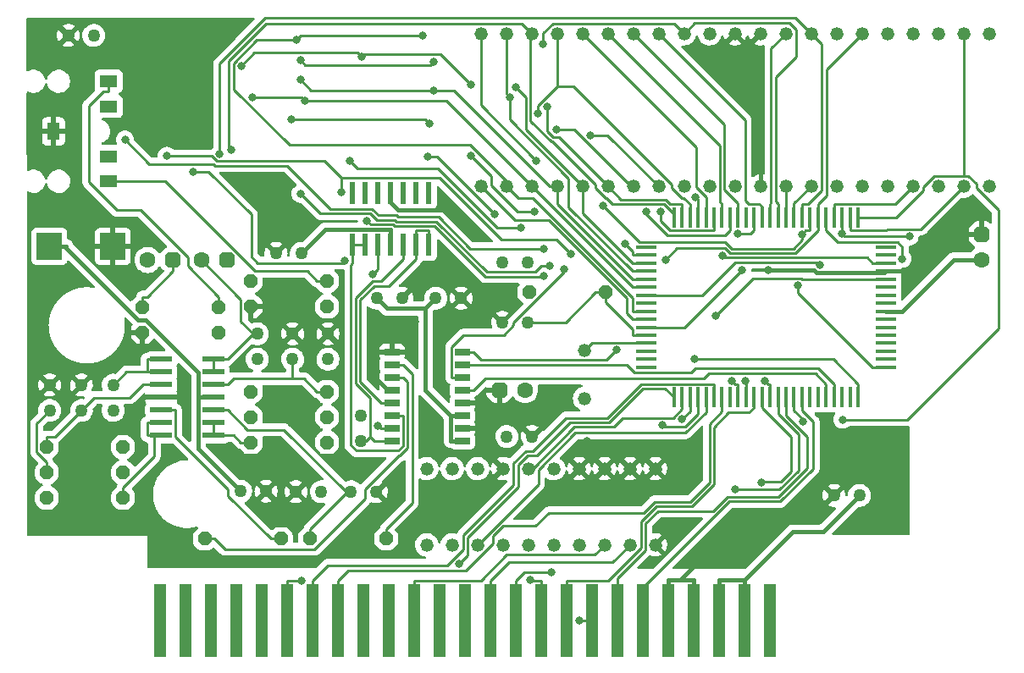
<source format=gbr>
%TF.GenerationSoftware,KiCad,Pcbnew,(6.0.5)*%
%TF.CreationDate,2022-11-15T11:28:17-03:00*%
%TF.ProjectId,MSX OPL4 Wozblaster,4d535820-4f50-44c3-9420-576f7a626c61,rev?*%
%TF.SameCoordinates,Original*%
%TF.FileFunction,Copper,L1,Top*%
%TF.FilePolarity,Positive*%
%FSLAX46Y46*%
G04 Gerber Fmt 4.6, Leading zero omitted, Abs format (unit mm)*
G04 Created by KiCad (PCBNEW (6.0.5)) date 2022-11-15 11:28:17*
%MOMM*%
%LPD*%
G01*
G04 APERTURE LIST*
G04 Aperture macros list*
%AMOutline5P*
0 Free polygon, 5 corners , with rotation*
0 The origin of the aperture is its center*
0 number of corners: always 5*
0 $1 to $10 corner X, Y*
0 $11 Rotation angle, in degrees counterclockwise*
0 create outline with 5 corners*
4,1,5,$1,$2,$3,$4,$5,$6,$7,$8,$9,$10,$1,$2,$11*%
%AMOutline6P*
0 Free polygon, 6 corners , with rotation*
0 The origin of the aperture is its center*
0 number of corners: always 6*
0 $1 to $12 corner X, Y*
0 $13 Rotation angle, in degrees counterclockwise*
0 create outline with 6 corners*
4,1,6,$1,$2,$3,$4,$5,$6,$7,$8,$9,$10,$11,$12,$1,$2,$13*%
%AMOutline7P*
0 Free polygon, 7 corners , with rotation*
0 The origin of the aperture is its center*
0 number of corners: always 7*
0 $1 to $14 corner X, Y*
0 $15 Rotation angle, in degrees counterclockwise*
0 create outline with 7 corners*
4,1,7,$1,$2,$3,$4,$5,$6,$7,$8,$9,$10,$11,$12,$13,$14,$1,$2,$15*%
%AMOutline8P*
0 Free polygon, 8 corners , with rotation*
0 The origin of the aperture is its center*
0 number of corners: always 8*
0 $1 to $16 corner X, Y*
0 $17 Rotation angle, in degrees counterclockwise*
0 create outline with 8 corners*
4,1,8,$1,$2,$3,$4,$5,$6,$7,$8,$9,$10,$11,$12,$13,$14,$15,$16,$1,$2,$17*%
G04 Aperture macros list end*
%TA.AperFunction,SMDPad,CuDef*%
%ADD10R,1.270000X7.320000*%
%TD*%
%TA.AperFunction,ComponentPad*%
%ADD11R,1.800000X1.300000*%
%TD*%
%TA.AperFunction,ComponentPad*%
%ADD12R,1.300000X1.800000*%
%TD*%
%TA.AperFunction,ComponentPad*%
%ADD13Outline8P,-0.800100X0.400050X-0.400050X0.800100X0.400050X0.800100X0.800100X0.400050X0.800100X-0.400050X0.400050X-0.800100X-0.400050X-0.800100X-0.800100X-0.400050X0.000000*%
%TD*%
%TA.AperFunction,ComponentPad*%
%ADD14C,1.600200*%
%TD*%
%TA.AperFunction,SMDPad,CuDef*%
%ADD15R,0.400000X2.000000*%
%TD*%
%TA.AperFunction,SMDPad,CuDef*%
%ADD16R,2.000000X0.400000*%
%TD*%
%TA.AperFunction,ComponentPad*%
%ADD17C,1.320800*%
%TD*%
%TA.AperFunction,ComponentPad*%
%ADD18C,1.270000*%
%TD*%
%TA.AperFunction,ComponentPad*%
%ADD19Outline8P,-0.660400X0.330200X-0.330200X0.660400X0.330200X0.660400X0.660400X0.330200X0.660400X-0.330200X0.330200X-0.660400X-0.330200X-0.660400X-0.660400X-0.330200X0.000000*%
%TD*%
%TA.AperFunction,ComponentPad*%
%ADD20Outline8P,-0.660400X0.330200X-0.330200X0.660400X0.330200X0.660400X0.660400X0.330200X0.660400X-0.330200X0.330200X-0.660400X-0.330200X-0.660400X-0.660400X-0.330200X180.000000*%
%TD*%
%TA.AperFunction,SMDPad,CuDef*%
%ADD21R,1.500000X0.650000*%
%TD*%
%TA.AperFunction,SMDPad,CuDef*%
%ADD22R,0.600000X2.200000*%
%TD*%
%TA.AperFunction,SMDPad,CuDef*%
%ADD23R,2.200000X0.600000*%
%TD*%
%TA.AperFunction,ComponentPad*%
%ADD24Outline8P,-0.800100X0.400050X-0.400050X0.800100X0.400050X0.800100X0.800100X0.400050X0.800100X-0.400050X0.400050X-0.800100X-0.400050X-0.800100X-0.800100X-0.400050X180.000000*%
%TD*%
%TA.AperFunction,ComponentPad*%
%ADD25Outline8P,-0.800100X0.400050X-0.400050X0.800100X0.400050X0.800100X0.800100X0.400050X0.800100X-0.400050X0.400050X-0.800100X-0.400050X-0.800100X-0.800100X-0.400050X90.000000*%
%TD*%
%TA.AperFunction,SMDPad,CuDef*%
%ADD26R,2.550000X2.700000*%
%TD*%
%TA.AperFunction,ViaPad*%
%ADD27C,0.800000*%
%TD*%
%TA.AperFunction,Conductor*%
%ADD28C,0.406400*%
%TD*%
%TA.AperFunction,Conductor*%
%ADD29C,0.250000*%
%TD*%
G04 APERTURE END LIST*
D10*
%TO.P,IC1,SOUNDIN*%
%TO.N,N/C*%
X173400000Y-130840000D03*
%TO.P,IC1,+5V1*%
%TO.N,VCC*%
X170860000Y-130840000D03*
%TO.P,IC1,+5V2*%
X168320000Y-130840000D03*
%TO.P,IC1,GND1*%
%TO.N,GND*%
X165780000Y-130840000D03*
%TO.P,IC1,GND2*%
X163240000Y-130840000D03*
%TO.P,IC1,D7*%
%TO.N,N$8*%
X160700000Y-130840000D03*
%TO.P,IC1,D5*%
%TO.N,N$6*%
X158160000Y-130840000D03*
%TO.P,IC1,D3*%
%TO.N,N$4*%
X155620000Y-130840000D03*
%TO.P,IC1,D1*%
%TO.N,N$2*%
X153080000Y-130840000D03*
%TO.P,IC1,A5*%
%TO.N,AA5*%
X150540000Y-130840000D03*
%TO.P,IC1,A3*%
%TO.N,AA3*%
X148000000Y-130840000D03*
%TO.P,IC1,A1*%
%TO.N,AA1*%
X145460000Y-130840000D03*
%TO.P,IC1,A14*%
%TO.N,N/C*%
X142920000Y-130840000D03*
%TO.P,IC1,A12*%
X140380000Y-130840000D03*
%TO.P,IC1,A7*%
%TO.N,AA7*%
X137840000Y-130840000D03*
%TO.P,IC1,A11*%
%TO.N,N/C*%
X135300000Y-130840000D03*
%TO.P,IC1,A9*%
X132760000Y-130840000D03*
%TO.P,IC1,/RESET*%
%TO.N,N$52*%
X130220000Y-130840000D03*
%TO.P,IC1,/WR*%
%TO.N,N$50*%
X127680000Y-130840000D03*
%TO.P,IC1,/IORQ*%
%TO.N,N$10*%
X125140000Y-130840000D03*
%TO.P,IC1,/M1*%
%TO.N,N/C*%
X122600000Y-130840000D03*
%TO.P,IC1,/WAIT*%
X120060000Y-130840000D03*
%TO.P,IC1,/RESV2*%
X117520000Y-130840000D03*
%TO.P,IC1,/CS12*%
X114980000Y-130840000D03*
%TO.P,IC1,/CS1*%
X112440000Y-130840000D03*
%TD*%
D11*
%TO.P,U$6,5*%
%TO.N,N$33*%
X107270000Y-86925000D03*
%TO.P,U$6,4*%
%TO.N,N/C*%
X107270000Y-84425000D03*
%TO.P,U$6,3*%
X107270000Y-79425000D03*
%TO.P,U$6,2*%
%TO.N,N$25*%
X107270000Y-76925000D03*
D12*
%TO.P,U$6,1*%
%TO.N,GND*%
X101770000Y-81925000D03*
%TD*%
D13*
%TO.P,C10,-*%
%TO.N,N$24*%
X119100000Y-94790000D03*
D14*
%TO.P,C10,+*%
%TO.N,N$31*%
X116560000Y-94790000D03*
%TD*%
D15*
%TO.P,IC2,1.A0*%
%TO.N,AA0*%
X163790000Y-108520000D03*
%TO.P,IC2,2.A1*%
%TO.N,N$13*%
X164590000Y-108520000D03*
%TO.P,IC2,3.A2*%
%TO.N,N$11*%
X165390000Y-108520000D03*
%TO.P,IC2,4./CS*%
%TO.N,N$12*%
X166190000Y-108520000D03*
%TO.P,IC2,5./RD*%
%TO.N,N$9*%
X166990000Y-108520000D03*
%TO.P,IC2,6./WR*%
%TO.N,N$50*%
X167790000Y-108520000D03*
%TO.P,IC2,7./IC*%
%TO.N,N$52*%
X168590000Y-108520000D03*
%TO.P,IC2,8.VDD*%
%TO.N,N/C*%
X169390000Y-108520000D03*
%TO.P,IC2,9./IRQ*%
%TO.N,N$51*%
X170190000Y-108520000D03*
%TO.P,IC2,10./D0*%
%TO.N,N$1*%
X170990000Y-108520000D03*
%TO.P,IC2,11.D1*%
%TO.N,N$2*%
X171790000Y-108520000D03*
%TO.P,IC2,12.D2*%
%TO.N,N$3*%
X172590000Y-108520000D03*
%TO.P,IC2,13.D3*%
%TO.N,N$4*%
X173390000Y-108520000D03*
%TO.P,IC2,14.D4*%
%TO.N,N$5*%
X174190000Y-108520000D03*
%TO.P,IC2,15.D5*%
%TO.N,N$6*%
X174990000Y-108520000D03*
%TO.P,IC2,16.D6*%
%TO.N,N$7*%
X175790000Y-108520000D03*
%TO.P,IC2,17.D7*%
%TO.N,N$8*%
X176590000Y-108520000D03*
%TO.P,IC2,18.VSS*%
%TO.N,N/C*%
X177390000Y-108520000D03*
%TO.P,IC2,19.CLKO*%
X178190000Y-108520000D03*
%TO.P,IC2,20.BCO*%
%TO.N,N$37*%
X178990000Y-108520000D03*
%TO.P,IC2,21.LRO*%
%TO.N,N$39*%
X179790000Y-108520000D03*
%TO.P,IC2,22.DO0*%
%TO.N,N/C*%
X180590000Y-108520000D03*
%TO.P,IC2,23.DO1*%
X181390000Y-108520000D03*
%TO.P,IC2,24.DO2*%
%TO.N,N$40*%
X182190000Y-108520000D03*
D16*
%TO.P,IC2,80./TST2*%
%TO.N,N/C*%
X160990000Y-105520000D03*
%TO.P,IC2,79./TST1*%
X160990000Y-104720000D03*
%TO.P,IC2,78.VSS*%
X160990000Y-103920000D03*
%TO.P,IC2,77.XI*%
%TO.N,N$42*%
X160990000Y-103120000D03*
%TO.P,IC2,76.XO*%
%TO.N,N$41*%
X160990000Y-102320000D03*
%TO.P,IC2,75.MA20*%
%TO.N,A20*%
X160990000Y-101520000D03*
%TO.P,IC2,74.MA19*%
%TO.N,A19*%
X160990000Y-100720000D03*
%TO.P,IC2,73.MA18*%
%TO.N,A18*%
X160990000Y-99920000D03*
%TO.P,IC2,72.VDD*%
%TO.N,N/C*%
X160990000Y-99120000D03*
%TO.P,IC2,71.MA17*%
%TO.N,A17*%
X160990000Y-98320000D03*
%TO.P,IC2,70.MA8*%
%TO.N,A8*%
X160990000Y-97520000D03*
%TO.P,IC2,69.MA7*%
%TO.N,A7*%
X160990000Y-96720000D03*
%TO.P,IC2,68.MA9*%
%TO.N,A9*%
X160990000Y-95920000D03*
%TO.P,IC2,67.MA6*%
%TO.N,A6*%
X160990000Y-95120000D03*
%TO.P,IC2,66./MWR*%
%TO.N,N$47*%
X160990000Y-94320000D03*
%TO.P,IC2,65.VSS*%
%TO.N,N/C*%
X160990000Y-93520000D03*
D15*
%TO.P,IC2,64.MA10*%
%TO.N,A10*%
X163790000Y-90520000D03*
%TO.P,IC2,63.MA5*%
%TO.N,A5*%
X164590000Y-90520000D03*
%TO.P,IC2,62.MA11*%
%TO.N,A11*%
X165390000Y-90520000D03*
%TO.P,IC2,61.MA4*%
%TO.N,A4*%
X166190000Y-90520000D03*
%TO.P,IC2,60.MA12*%
%TO.N,A12*%
X166990000Y-90520000D03*
%TO.P,IC2,59.MA3*%
%TO.N,A3*%
X167790000Y-90520000D03*
%TO.P,IC2,58.MA13*%
%TO.N,A13*%
X168590000Y-90520000D03*
%TO.P,IC2,57.MA2*%
%TO.N,A2*%
X169390000Y-90520000D03*
%TO.P,IC2,56.MA14*%
%TO.N,A14*%
X170190000Y-90520000D03*
%TO.P,IC2,55.VDD*%
%TO.N,N/C*%
X170990000Y-90520000D03*
%TO.P,IC2,54.MA1*%
%TO.N,A1*%
X171790000Y-90520000D03*
%TO.P,IC2,53.MA15*%
%TO.N,A15*%
X172590000Y-90520000D03*
%TO.P,IC2,52.MA0*%
%TO.N,A0*%
X173390000Y-90520000D03*
%TO.P,IC2,51./MA16*%
%TO.N,A16*%
X174190000Y-90520000D03*
%TO.P,IC2,50./MRD*%
%TO.N,N$44*%
X174990000Y-90520000D03*
%TO.P,IC2,49.MD0*%
%TO.N,MD0*%
X175790000Y-90520000D03*
%TO.P,IC2,48.MD7*%
%TO.N,MD7*%
X176590000Y-90520000D03*
%TO.P,IC2,47.MD1*%
%TO.N,MD1*%
X177390000Y-90520000D03*
%TO.P,IC2,46.MD6*%
%TO.N,MD6*%
X178190000Y-90520000D03*
%TO.P,IC2,45.WCO*%
%TO.N,N$38*%
X178990000Y-90520000D03*
%TO.P,IC2,44.WD2*%
%TO.N,MD2*%
X179790000Y-90520000D03*
%TO.P,IC2,43.WD5*%
%TO.N,MD5*%
X180590000Y-90520000D03*
%TO.P,IC2,42.WD3*%
%TO.N,MD3*%
X181390000Y-90520000D03*
%TO.P,IC2,41.WD4*%
%TO.N,MD4*%
X182190000Y-90520000D03*
D16*
%TO.P,IC2,40./MCS9*%
%TO.N,N/C*%
X184990000Y-93520000D03*
%TO.P,IC2,39./MSC8*%
X184990000Y-94320000D03*
%TO.P,IC2,38./MCS7*%
%TO.N,N$46*%
X184990000Y-95120000D03*
%TO.P,IC2,37.VSS*%
%TO.N,GND*%
X184990000Y-95920000D03*
%TO.P,IC2,36./MCS6*%
%TO.N,N$45*%
X184990000Y-96720000D03*
%TO.P,IC2,35.N.C*%
%TO.N,N/C*%
X184990000Y-97520000D03*
%TO.P,IC2,34.N.C*%
X184990000Y-98320000D03*
%TO.P,IC2,33.N.C*%
X184990000Y-99120000D03*
%TO.P,IC2,32.VDD*%
%TO.N,VCC*%
X184990000Y-99920000D03*
%TO.P,IC2,31.N.C*%
%TO.N,N/C*%
X184990000Y-100720000D03*
%TO.P,IC2,30./MCS5*%
X184990000Y-101520000D03*
%TO.P,IC2,29./MCS4*%
X184990000Y-102320000D03*
%TO.P,IC2,28./MCS3*%
X184990000Y-103120000D03*
%TO.P,IC2,27./MCS2*%
X184990000Y-103920000D03*
%TO.P,IC2,26./MCS1*%
X184990000Y-104720000D03*
%TO.P,IC2,25./MCS0*%
%TO.N,N$43*%
X184990000Y-105520000D03*
%TD*%
D17*
%TO.P,IC4,42*%
%TO.N,A20*%
X144490000Y-72170000D03*
%TO.P,IC4,41*%
%TO.N,A9*%
X147030000Y-72170000D03*
%TO.P,IC4,40*%
%TO.N,A10*%
X149570000Y-72170000D03*
%TO.P,IC4,39*%
%TO.N,A11*%
X152110000Y-72170000D03*
%TO.P,IC4,38*%
%TO.N,A12*%
X154650000Y-72170000D03*
%TO.P,IC4,37*%
%TO.N,A13*%
X157190000Y-72170000D03*
%TO.P,IC4,36*%
%TO.N,A14*%
X159730000Y-72170000D03*
%TO.P,IC4,35*%
%TO.N,A15*%
X162270000Y-72170000D03*
%TO.P,IC4,34*%
%TO.N,A16*%
X164810000Y-72170000D03*
%TO.P,IC4,33*%
%TO.N,A17*%
X167350000Y-72170000D03*
%TO.P,IC4,32*%
%TO.N,GND*%
X169890000Y-72170000D03*
%TO.P,IC4,31*%
X172430000Y-72170000D03*
%TO.P,IC4,30*%
%TO.N,A0*%
X174970000Y-72170000D03*
%TO.P,IC4,29*%
%TO.N,MD7*%
X177510000Y-72170000D03*
%TO.P,IC4,28*%
%TO.N,N/C*%
X180050000Y-72170000D03*
%TO.P,IC4,27*%
%TO.N,MD6*%
X182590000Y-72170000D03*
%TO.P,IC4,26*%
%TO.N,N/C*%
X185130000Y-72170000D03*
%TO.P,IC4,25*%
%TO.N,MD5*%
X187670000Y-72170000D03*
%TO.P,IC4,24*%
%TO.N,N/C*%
X190210000Y-72170000D03*
%TO.P,IC4,23*%
%TO.N,MD4*%
X192750000Y-72170000D03*
%TO.P,IC4,22*%
%TO.N,VCC*%
X195290000Y-72170000D03*
%TO.P,IC4,21*%
%TO.N,N/C*%
X195290000Y-87410000D03*
%TO.P,IC4,20*%
%TO.N,MD3*%
X192750000Y-87410000D03*
%TO.P,IC4,19*%
%TO.N,N/C*%
X190210000Y-87410000D03*
%TO.P,IC4,18*%
%TO.N,MD2*%
X187670000Y-87410000D03*
%TO.P,IC4,17*%
%TO.N,N/C*%
X185130000Y-87410000D03*
%TO.P,IC4,16*%
%TO.N,MD1*%
X182590000Y-87410000D03*
%TO.P,IC4,15*%
%TO.N,N/C*%
X180050000Y-87410000D03*
%TO.P,IC4,14*%
%TO.N,MD0*%
X177510000Y-87410000D03*
%TO.P,IC4,13*%
%TO.N,N$44*%
X174970000Y-87410000D03*
%TO.P,IC4,12*%
%TO.N,GND*%
X172430000Y-87410000D03*
%TO.P,IC4,11*%
%TO.N,N$43*%
X169890000Y-87410000D03*
%TO.P,IC4,10*%
%TO.N,A1*%
X167350000Y-87410000D03*
%TO.P,IC4,9*%
%TO.N,A2*%
X164810000Y-87410000D03*
%TO.P,IC4,8*%
%TO.N,A3*%
X162270000Y-87410000D03*
%TO.P,IC4,7*%
%TO.N,A4*%
X159730000Y-87410000D03*
%TO.P,IC4,6*%
%TO.N,A5*%
X157190000Y-87410000D03*
%TO.P,IC4,5*%
%TO.N,A6*%
X154650000Y-87410000D03*
%TO.P,IC4,4*%
%TO.N,A7*%
X152110000Y-87410000D03*
%TO.P,IC4,3*%
%TO.N,A8*%
X149570000Y-87410000D03*
%TO.P,IC4,2*%
%TO.N,A18*%
X147030000Y-87410000D03*
%TO.P,IC4,1*%
%TO.N,A19*%
X144490000Y-87410000D03*
%TD*%
%TO.P,IC5,1*%
%TO.N,AA6*%
X139080000Y-123290000D03*
%TO.P,IC5,2*%
%TO.N,AA2*%
X141620000Y-123290000D03*
%TO.P,IC5,3*%
%TO.N,N$9*%
X144160000Y-123290000D03*
%TO.P,IC5,4*%
%TO.N,N$10*%
X146700000Y-123290000D03*
%TO.P,IC5,5*%
%TO.N,AA5*%
X149240000Y-123290000D03*
%TO.P,IC5,6*%
%TO.N,AA4*%
X151780000Y-123290000D03*
%TO.P,IC5,7*%
%TO.N,AA3*%
X154320000Y-123290000D03*
%TO.P,IC5,8*%
%TO.N,AA7*%
X156860000Y-123290000D03*
%TO.P,IC5,9*%
%TO.N,AA1*%
X159400000Y-123290000D03*
%TO.P,IC5,10*%
%TO.N,GND*%
X161940000Y-123290000D03*
%TO.P,IC5,11*%
X161940000Y-115670000D03*
%TO.P,IC5,12*%
X159400000Y-115670000D03*
%TO.P,IC5,13*%
X156860000Y-115670000D03*
%TO.P,IC5,14*%
X154320000Y-115670000D03*
%TO.P,IC5,15*%
%TO.N,N$14*%
X151780000Y-115670000D03*
%TO.P,IC5,16*%
%TO.N,N$13*%
X149240000Y-115670000D03*
%TO.P,IC5,17*%
%TO.N,GND*%
X146700000Y-115670000D03*
%TO.P,IC5,18*%
%TO.N,N$12*%
X144160000Y-115670000D03*
%TO.P,IC5,19*%
%TO.N,N$11*%
X141620000Y-115670000D03*
%TO.P,IC5,20*%
%TO.N,N$54*%
X139080000Y-115670000D03*
%TD*%
D18*
%TO.P,C7,1*%
%TO.N,N$26*%
X131490000Y-117980000D03*
%TO.P,C7,2*%
%TO.N,GND*%
X134030000Y-117980000D03*
%TD*%
D19*
%TO.P,R1,2*%
%TO.N,N$18*%
X124510000Y-122680000D03*
%TO.P,R1,1*%
%TO.N,N$17*%
X116890000Y-122680000D03*
%TD*%
D20*
%TO.P,R2,2*%
%TO.N,N$26*%
X127410000Y-122680000D03*
%TO.P,R2,1*%
%TO.N,N$34*%
X135030000Y-122680000D03*
%TD*%
%TO.P,R3,1*%
%TO.N,N$19*%
X108720000Y-118570000D03*
%TO.P,R3,2*%
%TO.N,N$20*%
X101100000Y-118570000D03*
%TD*%
D19*
%TO.P,R4,1*%
%TO.N,N$20*%
X101100000Y-116030000D03*
%TO.P,R4,2*%
%TO.N,N$21*%
X108720000Y-116030000D03*
%TD*%
D20*
%TO.P,R5,1*%
%TO.N,N$21*%
X108720000Y-113490000D03*
%TO.P,R5,2*%
%TO.N,N$22*%
X101100000Y-113490000D03*
%TD*%
D19*
%TO.P,R6,2*%
%TO.N,N$25*%
X118290000Y-99490000D03*
%TO.P,R6,1*%
%TO.N,N$32*%
X110670000Y-99490000D03*
%TD*%
D20*
%TO.P,R7,2*%
%TO.N,GND*%
X110670000Y-102030000D03*
%TO.P,R7,1*%
%TO.N,N$25*%
X118290000Y-102030000D03*
%TD*%
%TO.P,R8,2*%
%TO.N,N$24*%
X121496100Y-96903600D03*
%TO.P,R8,1*%
%TO.N,N$33*%
X129116100Y-96903600D03*
%TD*%
%TO.P,R9,2*%
%TO.N,GND*%
X121496100Y-99453600D03*
%TO.P,R9,1*%
%TO.N,N$33*%
X129116100Y-99453600D03*
%TD*%
D19*
%TO.P,R10,1*%
%TO.N,N$27*%
X121496100Y-113040000D03*
%TO.P,R10,2*%
%TO.N,N$28*%
X129116100Y-113040000D03*
%TD*%
D20*
%TO.P,R11,1*%
%TO.N,N$28*%
X129116100Y-110500000D03*
%TO.P,R11,2*%
%TO.N,N$29*%
X121496100Y-110500000D03*
%TD*%
D19*
%TO.P,R12,1*%
%TO.N,N$29*%
X121496100Y-107960000D03*
%TO.P,R12,2*%
%TO.N,N$30*%
X129116100Y-107960000D03*
%TD*%
D18*
%TO.P,C11,2*%
%TO.N,N$23*%
X107730000Y-107310000D03*
%TO.P,C11,1*%
%TO.N,N$21*%
X107730000Y-109850000D03*
%TD*%
D21*
%TO.P,IC3,16*%
%TO.N,N$15*%
X135630000Y-112892500D03*
%TO.P,IC3,8*%
%TO.N,N$40*%
X142630000Y-104002500D03*
%TO.P,IC3,15*%
%TO.N,N$35*%
X135630000Y-111622500D03*
%TO.P,IC3,14*%
%TO.N,N$16*%
X135630000Y-110352500D03*
%TO.P,IC3,13*%
%TO.N,N$36*%
X135620000Y-109082500D03*
%TO.P,IC3,12*%
%TO.N,GND*%
X135620000Y-107812500D03*
%TO.P,IC3,11*%
%TO.N,N$17*%
X135620000Y-106542500D03*
%TO.P,IC3,10*%
%TO.N,N$34*%
X135610000Y-105272500D03*
%TO.P,IC3,9*%
%TO.N,GND*%
X135610000Y-104002500D03*
%TO.P,IC3,1*%
%TO.N,VCC*%
X142640000Y-112892500D03*
%TO.P,IC3,2*%
%TO.N,GND*%
X142640000Y-111622500D03*
%TO.P,IC3,3*%
%TO.N,VCC*%
X142650000Y-110352500D03*
%TO.P,IC3,4*%
%TO.N,GND*%
X142640000Y-109082500D03*
%TO.P,IC3,5*%
%TO.N,N$37*%
X142640000Y-107812500D03*
%TO.P,IC3,6*%
%TO.N,N$38*%
X142640000Y-106542500D03*
%TO.P,IC3,7*%
%TO.N,N$39*%
X142630000Y-105272500D03*
%TD*%
D22*
%TO.P,U$2,2*%
%TO.N,N$16*%
X132920000Y-93280000D03*
%TO.P,U$2,13*%
%TO.N,N/C*%
X132920000Y-88080000D03*
%TO.P,U$2,1*%
%TO.N,N$16*%
X131650000Y-93280000D03*
%TO.P,U$2,3*%
%TO.N,N$35*%
X134190000Y-93280000D03*
%TO.P,U$2,4*%
%TO.N,+12V*%
X135460000Y-93280000D03*
%TO.P,U$2,14*%
%TO.N,N/C*%
X131650000Y-88080000D03*
%TO.P,U$2,12*%
X134190000Y-88080000D03*
%TO.P,U$2,11*%
%TO.N,GND*%
X135460000Y-88080000D03*
%TO.P,U$2,6*%
%TO.N,N$36*%
X138000000Y-93280000D03*
%TO.P,U$2,9*%
%TO.N,N/C*%
X138000000Y-88080000D03*
%TO.P,U$2,5*%
%TO.N,N$15*%
X136730000Y-93280000D03*
%TO.P,U$2,7*%
%TO.N,N$36*%
X139270000Y-93280000D03*
%TO.P,U$2,10*%
%TO.N,N/C*%
X136730000Y-88080000D03*
%TO.P,U$2,8*%
X139270000Y-88080000D03*
%TD*%
D23*
%TO.P,U$3,8*%
%TO.N,N$23*%
X112546100Y-104733600D03*
%TO.P,U$3,10*%
%TO.N,N$22*%
X112546100Y-107273600D03*
%TO.P,U$3,7*%
%TO.N,N$31*%
X117746100Y-104733600D03*
%TO.P,U$3,5*%
%TO.N,N$30*%
X117746100Y-107273600D03*
%TO.P,U$3,9*%
%TO.N,N$23*%
X112546100Y-106003600D03*
%TO.P,U$3,6*%
%TO.N,N$31*%
X117746100Y-106003600D03*
%TO.P,U$3,11*%
%TO.N,GND*%
X112546100Y-108543600D03*
%TO.P,U$3,12*%
%TO.N,N$18*%
X112546100Y-109813600D03*
%TO.P,U$3,14*%
%TO.N,N$19*%
X112546100Y-112353600D03*
%TO.P,U$3,4*%
%TO.N,+12V*%
X117746100Y-108543600D03*
%TO.P,U$3,3*%
%TO.N,N$26*%
X117746100Y-109813600D03*
%TO.P,U$3,1*%
%TO.N,N$27*%
X117746100Y-112353600D03*
%TO.P,U$3,13*%
%TO.N,N$19*%
X112546100Y-111083600D03*
%TO.P,U$3,2*%
%TO.N,N$27*%
X117746100Y-111083600D03*
%TD*%
D18*
%TO.P,C2,2*%
%TO.N,GND*%
X101380000Y-107310000D03*
%TO.P,C2,1*%
%TO.N,N$20*%
X101380000Y-109850000D03*
%TD*%
%TO.P,C3,2*%
%TO.N,GND*%
X104555000Y-107310000D03*
%TO.P,C3,1*%
%TO.N,N$22*%
X104555000Y-109850000D03*
%TD*%
D17*
%TO.P,Q1,1*%
%TO.N,N$42*%
X154860000Y-103817000D03*
%TO.P,Q1,2*%
%TO.N,N$41*%
X154860000Y-108643000D03*
%TD*%
D19*
%TO.P,R13,1*%
%TO.N,N$42*%
X149340000Y-98020000D03*
%TO.P,R13,2*%
%TO.N,N$41*%
X156960000Y-98020000D03*
%TD*%
D24*
%TO.P,C8,-*%
%TO.N,GND*%
X146360000Y-107800000D03*
D14*
%TO.P,C8,+*%
%TO.N,N$35*%
X148900000Y-107800000D03*
%TD*%
%TO.P,C9,+*%
%TO.N,N$23*%
X111180000Y-94790000D03*
D13*
%TO.P,C9,-*%
%TO.N,N$32*%
X113720000Y-94790000D03*
%TD*%
D18*
%TO.P,C6,1*%
%TO.N,N$18*%
X128545000Y-117980000D03*
%TO.P,C6,2*%
%TO.N,GND*%
X126005000Y-117980000D03*
%TD*%
%TO.P,C12,1*%
%TO.N,N$29*%
X122136100Y-104720000D03*
%TO.P,C12,2*%
%TO.N,N$31*%
X122136100Y-102180000D03*
%TD*%
%TO.P,C5,1*%
%TO.N,N$30*%
X125668100Y-104720000D03*
%TO.P,C5,2*%
%TO.N,GND*%
X125668100Y-102180000D03*
%TD*%
%TO.P,C4,1*%
%TO.N,N$28*%
X129200000Y-104720000D03*
%TO.P,C4,2*%
%TO.N,GND*%
X129200000Y-102180000D03*
%TD*%
%TO.P,C1,1*%
%TO.N,GND*%
X132460000Y-110330000D03*
%TO.P,C1,2*%
%TO.N,N$15*%
X132460000Y-112870000D03*
%TD*%
%TO.P,C16,1*%
%TO.N,VCC*%
X182330000Y-118350000D03*
%TO.P,C16,2*%
%TO.N,GND*%
X179790000Y-118350000D03*
%TD*%
%TO.P,C17,1*%
%TO.N,VCC*%
X134060000Y-98600000D03*
%TO.P,C17,2*%
%TO.N,GND*%
X136600000Y-98600000D03*
%TD*%
%TO.P,C18,2*%
%TO.N,GND*%
X103250000Y-72340000D03*
%TO.P,C18,1*%
%TO.N,VCC*%
X105790000Y-72340000D03*
%TD*%
%TO.P,C13,2*%
%TO.N,GND*%
X142520000Y-98610000D03*
%TO.P,C13,1*%
%TO.N,VCC*%
X139980000Y-98610000D03*
%TD*%
%TO.P,C14,1*%
%TO.N,N$42*%
X149130000Y-95050000D03*
%TO.P,C14,2*%
%TO.N,GND*%
X146590000Y-95050000D03*
%TD*%
%TO.P,C15,1*%
%TO.N,N$41*%
X149200000Y-101050000D03*
%TO.P,C15,2*%
%TO.N,GND*%
X146660000Y-101050000D03*
%TD*%
%TO.P,C19,1*%
%TO.N,+12V*%
X120480000Y-117920000D03*
%TO.P,C19,2*%
%TO.N,GND*%
X123020000Y-117920000D03*
%TD*%
%TO.P,C20,2*%
%TO.N,GND*%
X124010000Y-94130000D03*
%TO.P,C20,1*%
%TO.N,+12V*%
X126550000Y-94130000D03*
%TD*%
D14*
%TO.P,C21,+*%
%TO.N,VCC*%
X194550000Y-94770000D03*
D25*
%TO.P,C21,-*%
%TO.N,GND*%
X194550000Y-92230000D03*
%TD*%
D26*
%TO.P,C22,-*%
%TO.N,GND*%
X107715000Y-93430000D03*
%TO.P,C22,+*%
%TO.N,+12V*%
X101365000Y-93430000D03*
%TD*%
D18*
%TO.P,C23,1*%
%TO.N,N$54*%
X147090000Y-112450000D03*
%TO.P,C23,2*%
%TO.N,GND*%
X149630000Y-112450000D03*
%TD*%
D27*
%TO.N,GND*%
X164960000Y-117890000D03*
X165030000Y-121240000D03*
X166030000Y-125140000D03*
X173250000Y-95780000D03*
X155070000Y-112900000D03*
X140680000Y-94040000D03*
X143610000Y-91290000D03*
X125290188Y-91189812D03*
X187480000Y-95900000D03*
X133720000Y-106350000D03*
X137870000Y-100950000D03*
X140380000Y-102050000D03*
%TO.N,N$51*%
X169590000Y-106894600D03*
%TO.N,N$47*%
X108917800Y-82762100D03*
X150786000Y-93665000D03*
X158900600Y-93192400D03*
%TO.N,N$46*%
X131398900Y-84858700D03*
X168610700Y-94346700D03*
X148460100Y-91570200D03*
%TO.N,N$45*%
X115699400Y-86003700D03*
X130891500Y-94838500D03*
X167966500Y-100346700D03*
%TO.N,N$43*%
X176190900Y-97348200D03*
%TO.N,N$40*%
X158049400Y-103783500D03*
X165824100Y-104707800D03*
%TO.N,N$38*%
X186623700Y-94667800D03*
X152807900Y-95724800D03*
%TO.N,N$35*%
X133659900Y-96207900D03*
X134217000Y-111341500D03*
%TO.N,N$12*%
X162666300Y-111325000D03*
%TO.N,N$11*%
X164589100Y-110736700D03*
%TO.N,N$10*%
X126518400Y-126851500D03*
%TO.N,AA5*%
X149420900Y-126810000D03*
%TO.N,AA3*%
X151560000Y-126050000D03*
%TO.N,AA0*%
X142330000Y-125143100D03*
%TO.N,MD4*%
X180642700Y-110762800D03*
X150806200Y-96427300D03*
X133110000Y-90873600D03*
%TO.N,MD5*%
X113102400Y-84377400D03*
X130552000Y-88046300D03*
X180590000Y-92196700D03*
X187337000Y-92433500D03*
X153503900Y-94229600D03*
%TO.N,MD6*%
X162934100Y-94770100D03*
X151356700Y-95376400D03*
X126467600Y-88166700D03*
%TO.N,MD1*%
X176615900Y-92208000D03*
X156716700Y-89337000D03*
%TO.N,MD7*%
X118390100Y-84175900D03*
%TO.N,A16*%
X150729800Y-73220200D03*
%TO.N,A1*%
X170139900Y-92164600D03*
X145858100Y-90237900D03*
X139148800Y-84492300D03*
%TO.N,A14*%
X139763100Y-74949600D03*
X126444600Y-74828000D03*
%TO.N,A2*%
X149844400Y-89921100D03*
X143497200Y-84382300D03*
X161042900Y-89921100D03*
%TO.N,A3*%
X162462500Y-89921100D03*
X155393900Y-82302000D03*
%TO.N,A4*%
X139355000Y-81174500D03*
X125544000Y-80706300D03*
X152049500Y-81789100D03*
X165959700Y-88486300D03*
%TO.N,A11*%
X150177100Y-80176700D03*
%TO.N,A5*%
X151139300Y-79438300D03*
%TO.N,A10*%
X119553700Y-83806300D03*
%TO.N,A6*%
X147966200Y-77480800D03*
%TO.N,A9*%
X147346500Y-78538200D03*
%TO.N,A7*%
X139745400Y-77813500D03*
X126469300Y-76784900D03*
%TO.N,A8*%
X126910500Y-78887400D03*
X121628600Y-78554900D03*
%TO.N,A17*%
X143475500Y-77232700D03*
X132603400Y-74507300D03*
X120549700Y-75379800D03*
X178400000Y-95288580D03*
%TO.N,A18*%
X126055400Y-72815400D03*
X138642000Y-72365300D03*
%TO.N,A20*%
X150048400Y-84844500D03*
X170612900Y-95764200D03*
%TO.N,N$7*%
X176676188Y-110963812D03*
%TO.N,N$5*%
X169867600Y-117756800D03*
%TO.N,N$4*%
X172880100Y-106894600D03*
X154350000Y-130840000D03*
%TO.N,N$3*%
X172550000Y-117029100D03*
%TO.N,N$1*%
X170950900Y-106903200D03*
%TD*%
D28*
%TO.N,GND*%
X164160000Y-117890000D02*
X161940000Y-115670000D01*
X164960000Y-117890000D02*
X164160000Y-117890000D01*
D29*
%TO.N,N$9*%
X150228111Y-117221889D02*
X144160000Y-123290000D01*
X150228111Y-115762131D02*
X150228111Y-117221889D01*
X164926342Y-112070000D02*
X153920242Y-112070000D01*
X153920242Y-112070000D02*
X150228111Y-115762131D01*
X166990000Y-110006342D02*
X164926342Y-112070000D01*
X166990000Y-108520000D02*
X166990000Y-110006342D01*
%TO.N,N$13*%
X163699371Y-110597289D02*
X164590000Y-109706660D01*
X157764560Y-111485440D02*
X158652711Y-110597289D01*
X153864560Y-111485440D02*
X157764560Y-111485440D01*
X158652711Y-110597289D02*
X163699371Y-110597289D01*
X164590000Y-109706660D02*
X164590000Y-108520000D01*
X149680000Y-115670000D02*
X153864560Y-111485440D01*
X149240000Y-115670000D02*
X149680000Y-115670000D01*
%TO.N,AA0*%
X162914220Y-107644220D02*
X163790000Y-108520000D01*
X160685780Y-107644220D02*
X162914220Y-107644220D01*
X157297281Y-111032719D02*
X160685780Y-107644220D01*
X153417522Y-111032720D02*
X157297281Y-111032719D01*
X148251889Y-115260710D02*
X149179879Y-114332720D01*
X150117523Y-114332719D02*
X153417522Y-111032720D01*
X143171889Y-124301211D02*
X143171889Y-122528111D01*
X143171889Y-122528111D02*
X148251889Y-117448111D01*
X142330000Y-125143100D02*
X143171889Y-124301211D01*
X148251889Y-117448111D02*
X148251889Y-115260710D01*
X149179879Y-114332720D02*
X150117523Y-114332719D01*
%TO.N,N$50*%
X167790000Y-107191500D02*
X167790000Y-108520000D01*
X160498258Y-107191500D02*
X167790000Y-107191500D01*
X157109758Y-110580000D02*
X160498258Y-107191500D01*
X152980000Y-110580000D02*
X157109758Y-110580000D01*
X149680000Y-113880000D02*
X152980000Y-110580000D01*
X148992357Y-113880000D02*
X149680000Y-113880000D01*
X147769169Y-117290589D02*
X147769169Y-115103188D01*
X147769169Y-115103188D02*
X148992357Y-113880000D01*
X142719169Y-122340589D02*
X147769169Y-117290589D01*
X142719169Y-123710831D02*
X142719169Y-122340589D01*
X129198900Y-125332600D02*
X141097400Y-125332600D01*
X141097400Y-125332600D02*
X142719169Y-123710831D01*
X127680000Y-126851500D02*
X129198900Y-125332600D01*
X127680000Y-130840000D02*
X127680000Y-126851500D01*
D28*
%TO.N,GND*%
X164486700Y-126683300D02*
X166030000Y-125140000D01*
X164486700Y-126773300D02*
X164486700Y-126683300D01*
D29*
%TO.N,N$3*%
X172590000Y-109575422D02*
X172590000Y-108520000D01*
X175510000Y-112495422D02*
X172590000Y-109575422D01*
X174456574Y-116992700D02*
X175510000Y-115939274D01*
X172586400Y-116992700D02*
X174456574Y-116992700D01*
X172550000Y-117029100D02*
X172586400Y-116992700D01*
X175510000Y-115939274D02*
X175510000Y-112495422D01*
%TO.N,A15*%
X172590000Y-89464578D02*
X172590000Y-90520000D01*
X170900000Y-88850000D02*
X171242289Y-89192289D01*
X171242289Y-89192289D02*
X172317711Y-89192289D01*
X170900000Y-80800000D02*
X170900000Y-88850000D01*
X172317711Y-89192289D02*
X172590000Y-89464578D01*
X162270000Y-72170000D02*
X170900000Y-80800000D01*
D28*
%TO.N,GND*%
X177751689Y-95780000D02*
X173250000Y-95780000D01*
X184815509Y-96094491D02*
X178066180Y-96094491D01*
X178066180Y-96094491D02*
X177751689Y-95780000D01*
X184990000Y-95920000D02*
X184815509Y-96094491D01*
D29*
%TO.N,N$45*%
X176492329Y-96620489D02*
X171692711Y-96620489D01*
X176591840Y-96720000D02*
X176492329Y-96620489D01*
X171692711Y-96620489D02*
X167966500Y-100346700D01*
X184990000Y-96720000D02*
X176591840Y-96720000D01*
%TO.N,A17*%
X166574200Y-98320000D02*
X160990000Y-98320000D01*
X178400000Y-95288580D02*
X178125020Y-95013600D01*
X178125020Y-95013600D02*
X169880600Y-95013600D01*
X169880600Y-95013600D02*
X166574200Y-98320000D01*
%TO.N,MD1*%
X160371989Y-92992289D02*
X156716700Y-89337000D01*
X169588822Y-93655440D02*
X168925671Y-92992289D01*
X175742818Y-93655440D02*
X169588822Y-93655440D01*
X176615900Y-92782358D02*
X175742818Y-93655440D01*
X168925671Y-92992289D02*
X160371989Y-92992289D01*
X176615900Y-92208000D02*
X176615900Y-92782358D01*
%TO.N,MD6*%
X164085211Y-93618989D02*
X162934100Y-94770100D01*
X169401300Y-94108160D02*
X168912129Y-93618989D01*
X175930340Y-94108160D02*
X169401300Y-94108160D01*
X178190000Y-91848500D02*
X175930340Y-94108160D01*
X178190000Y-90520000D02*
X178190000Y-91848500D01*
X168912129Y-93618989D02*
X164085211Y-93618989D01*
%TO.N,N$46*%
X168824880Y-94560880D02*
X168610700Y-94346700D01*
X183102380Y-94560880D02*
X168824880Y-94560880D01*
X183661500Y-95120000D02*
X183102380Y-94560880D01*
X184990000Y-95120000D02*
X183661500Y-95120000D01*
D28*
%TO.N,GND*%
X172430000Y-74710000D02*
X172430000Y-87410000D01*
X169890000Y-72170000D02*
X172430000Y-74710000D01*
D29*
%TO.N,N$2*%
X171790000Y-109575422D02*
X171790000Y-108520000D01*
X171305422Y-110060000D02*
X171790000Y-109575422D01*
X169260000Y-110060000D02*
X171305422Y-110060000D01*
X167800000Y-111520000D02*
X169260000Y-110060000D01*
X167800000Y-117250484D02*
X167800000Y-111520000D01*
X160499169Y-123601231D02*
X160499170Y-120970588D01*
X153080000Y-126851500D02*
X157248900Y-126851500D01*
X153080000Y-130840000D02*
X153080000Y-126851500D01*
X157248900Y-126851500D02*
X160499169Y-123601231D01*
X162022478Y-119447280D02*
X165603204Y-119447280D01*
X160499170Y-120970588D02*
X162022478Y-119447280D01*
X165603204Y-119447280D02*
X167800000Y-117250484D01*
%TO.N,N$52*%
X130220000Y-126851500D02*
X130220000Y-130840000D01*
X131200700Y-125870800D02*
X130220000Y-126851500D01*
X142983600Y-125870800D02*
X131200700Y-125870800D01*
X145711889Y-123142511D02*
X142983600Y-125870800D01*
X145711889Y-122378353D02*
X145711889Y-123142511D01*
X149970000Y-121410000D02*
X146680242Y-121410000D01*
X160739516Y-120090000D02*
X151290000Y-120090000D01*
X161834956Y-118994560D02*
X160739516Y-120090000D01*
X165415682Y-118994560D02*
X161834956Y-118994560D01*
X167347279Y-112332479D02*
X167347279Y-117062963D01*
X167347280Y-111202720D02*
X167347279Y-112332479D01*
X146680242Y-121410000D02*
X145711889Y-122378353D01*
X167347279Y-117062963D02*
X165415682Y-118994560D01*
X151290000Y-120090000D02*
X149970000Y-121410000D01*
X168590000Y-108520000D02*
X168590000Y-109960000D01*
X168590000Y-109960000D02*
X167347280Y-111202720D01*
%TO.N,N$5*%
X174332716Y-117756800D02*
X169867600Y-117756800D01*
X176240000Y-112250242D02*
X176240000Y-115849516D01*
X174190000Y-110200242D02*
X176240000Y-112250242D01*
X176240000Y-115849516D02*
X174332716Y-117756800D01*
X174190000Y-108520000D02*
X174190000Y-110200242D01*
%TO.N,N$6*%
X174990000Y-110360000D02*
X174990000Y-108520000D01*
X177080000Y-112450000D02*
X174990000Y-110360000D01*
X177080000Y-115649758D02*
X177080000Y-112450000D01*
X174245246Y-118484512D02*
X177080000Y-115649758D01*
X167729758Y-119900000D02*
X169145246Y-118484512D01*
X160951889Y-121158111D02*
X162210000Y-119900000D01*
X160951889Y-123788753D02*
X160951889Y-121158111D01*
X169145246Y-118484512D02*
X174245246Y-118484512D01*
X158160000Y-126580642D02*
X160951889Y-123788753D01*
X162210000Y-119900000D02*
X167729758Y-119900000D01*
X158160000Y-130840000D02*
X158160000Y-126580642D01*
%TO.N,N$8*%
X177710000Y-115660000D02*
X177710000Y-110968500D01*
X174432769Y-118937231D02*
X177710000Y-115660000D01*
X160700000Y-127570000D02*
X169332769Y-118937231D01*
X169332769Y-118937231D02*
X174432769Y-118937231D01*
X160700000Y-130840000D02*
X160700000Y-127570000D01*
X177710000Y-110968500D02*
X176590000Y-109848500D01*
X176590000Y-109848500D02*
X176590000Y-108520000D01*
%TO.N,N$7*%
X175790000Y-109848500D02*
X175790000Y-108520000D01*
X176676188Y-110734688D02*
X175790000Y-109848500D01*
X176676188Y-110963812D02*
X176676188Y-110734688D01*
D28*
%TO.N,GND*%
X142100000Y-89780000D02*
X143610000Y-91290000D01*
X136218178Y-89780000D02*
X142100000Y-89780000D01*
X135460000Y-89021822D02*
X136218178Y-89780000D01*
X135460000Y-88080000D02*
X135460000Y-89021822D01*
D29*
%TO.N,N$47*%
X143415484Y-93665000D02*
X150786000Y-93665000D01*
X140243826Y-90493342D02*
X143415484Y-93665000D01*
X136211358Y-90493340D02*
X140243826Y-90493342D01*
X136054959Y-90336941D02*
X136211358Y-90493340D01*
X133598952Y-89693170D02*
X134242722Y-90336940D01*
X125134500Y-85357900D02*
X129469769Y-89693169D01*
X117724800Y-85182200D02*
X117900500Y-85357900D01*
X117900500Y-85357900D02*
X125134500Y-85357900D01*
X111337900Y-85182200D02*
X117724800Y-85182200D01*
X129469769Y-89693169D02*
X133598952Y-89693170D01*
X134242722Y-90336940D02*
X136054959Y-90336941D01*
X108917800Y-82762100D02*
X111337900Y-85182200D01*
%TO.N,MD6*%
X128446789Y-90145889D02*
X126467600Y-88166700D01*
X133411429Y-90145889D02*
X128446789Y-90145889D01*
X136023836Y-90946060D02*
X135867436Y-90789660D01*
X135867436Y-90789660D02*
X134055200Y-90789660D01*
X145123842Y-96013600D02*
X140056303Y-90946061D01*
X140056303Y-90946061D02*
X136023836Y-90946060D01*
X150561200Y-95376400D02*
X149924000Y-96013600D01*
X134055200Y-90789660D02*
X133411429Y-90145889D01*
X151356700Y-95376400D02*
X150561200Y-95376400D01*
X149924000Y-96013600D02*
X145123842Y-96013600D01*
%TO.N,MD4*%
X144937200Y-96467200D02*
X150766300Y-96467200D01*
X139868780Y-91398780D02*
X144937200Y-96467200D01*
X135679914Y-91242380D02*
X135836314Y-91398780D01*
X133478780Y-91242380D02*
X135679914Y-91242380D01*
X133110000Y-90873600D02*
X133478780Y-91242380D01*
X135836314Y-91398780D02*
X139868780Y-91398780D01*
X150766300Y-96467200D02*
X150806200Y-96427300D01*
D28*
%TO.N,GND*%
X125290188Y-91189812D02*
X125290188Y-92849812D01*
X125290188Y-92849812D02*
X124010000Y-94130000D01*
D29*
%TO.N,N$45*%
X130636400Y-95093600D02*
X130891500Y-94838500D01*
X122193600Y-95093600D02*
X130636400Y-95093600D01*
X121530000Y-90255800D02*
X121530000Y-94430000D01*
X117277900Y-86003700D02*
X121530000Y-90255800D01*
X121530000Y-94430000D02*
X122193600Y-95093600D01*
X115699400Y-86003700D02*
X117277900Y-86003700D01*
D28*
%TO.N,GND*%
X184990000Y-95920000D02*
X187460000Y-95920000D01*
X187460000Y-95920000D02*
X187480000Y-95900000D01*
X135182500Y-107812500D02*
X135620000Y-107812500D01*
X133720000Y-106350000D02*
X135182500Y-107812500D01*
D29*
%TO.N,N$36*%
X135318600Y-97389900D02*
X138000000Y-94708500D01*
X133838500Y-97389900D02*
X135318600Y-97389900D01*
X132422720Y-98805680D02*
X133838500Y-97389900D01*
X138000000Y-94708500D02*
X138000000Y-93280000D01*
X134541500Y-109082500D02*
X132422720Y-106963720D01*
X132422720Y-106963720D02*
X132422720Y-98805680D01*
X135620000Y-109082500D02*
X134541500Y-109082500D01*
%TO.N,N$15*%
X136730000Y-94708500D02*
X136730000Y-93280000D01*
X134502100Y-96936400D02*
X136730000Y-94708500D01*
X131970000Y-98618158D02*
X133651758Y-96936400D01*
X133651758Y-96936400D02*
X134502100Y-96936400D01*
X131970000Y-107151242D02*
X131970000Y-98618158D01*
X133429000Y-108610242D02*
X131970000Y-107151242D01*
X133429000Y-112475000D02*
X133429000Y-108610242D01*
%TO.N,N$37*%
X177942800Y-106144300D02*
X178990000Y-107191500D01*
X142640000Y-107812500D02*
X143718500Y-107812500D01*
X143718500Y-107812500D02*
X144900800Y-106630200D01*
X167263500Y-106144300D02*
X177942800Y-106144300D01*
X144900800Y-106630200D02*
X166777600Y-106630200D01*
X166777600Y-106630200D02*
X167263500Y-106144300D01*
X178990000Y-108520000D02*
X178990000Y-107191500D01*
%TO.N,AA7*%
X156860000Y-123290000D02*
X155871000Y-124279000D01*
X144479300Y-126851500D02*
X137840000Y-126851500D01*
X155871000Y-124279000D02*
X147051800Y-124279000D01*
X147051800Y-124279000D02*
X144479300Y-126851500D01*
X137840000Y-130840000D02*
X137840000Y-126851500D01*
D28*
%TO.N,GND*%
X164486700Y-126773300D02*
X163638700Y-126773300D01*
X165780000Y-126773300D02*
X164486700Y-126773300D01*
D29*
%TO.N,N$25*%
X106734800Y-77903500D02*
X107270000Y-77903500D01*
X105296400Y-79341900D02*
X106734800Y-77903500D01*
X105296400Y-87024500D02*
X105296400Y-79341900D01*
X108099400Y-89827500D02*
X105296400Y-87024500D01*
X110431900Y-89827500D02*
X108099400Y-89827500D01*
X115175500Y-94571100D02*
X110431900Y-89827500D01*
X115175500Y-95385300D02*
X115175500Y-94571100D01*
X118290000Y-98499800D02*
X115175500Y-95385300D01*
X118290000Y-99490000D02*
X118290000Y-98499800D01*
X107270000Y-76925000D02*
X107270000Y-77903500D01*
%TO.N,N$16*%
X131650000Y-93280000D02*
X132920000Y-93280000D01*
X135630000Y-110352500D02*
X136708500Y-110352500D01*
X131650000Y-93280000D02*
X131650000Y-94708500D01*
X131650000Y-95110300D02*
X131650000Y-94708500D01*
X131496500Y-95263800D02*
X131650000Y-95110300D01*
X131496500Y-113341000D02*
X131496500Y-95263800D01*
X132025000Y-113869500D02*
X131496500Y-113341000D01*
X136214100Y-113869500D02*
X132025000Y-113869500D01*
X136708500Y-113375100D02*
X136214100Y-113869500D01*
X136708500Y-110352500D02*
X136708500Y-113375100D01*
D28*
%TO.N,+12V*%
X117746100Y-108543600D02*
X116239400Y-108543600D01*
X116239400Y-113679400D02*
X120480000Y-117920000D01*
X116239400Y-108543600D02*
X116239400Y-113679400D01*
X116239400Y-106009300D02*
X116239400Y-108543600D01*
X110990100Y-100760000D02*
X116239400Y-106009300D01*
X110243100Y-100760000D02*
X110990100Y-100760000D01*
X103046700Y-93563600D02*
X110243100Y-100760000D01*
X103046700Y-93430000D02*
X103046700Y-93563600D01*
X101365000Y-93430000D02*
X103046700Y-93430000D01*
X128906700Y-91773300D02*
X135460000Y-91773300D01*
X126550000Y-94130000D02*
X128906700Y-91773300D01*
X135460000Y-93280000D02*
X135460000Y-91773300D01*
D29*
%TO.N,N$51*%
X169886900Y-107191500D02*
X169590000Y-106894600D01*
X170190000Y-107191500D02*
X169886900Y-107191500D01*
X170190000Y-108520000D02*
X170190000Y-107191500D01*
%TO.N,N$47*%
X159661500Y-93953300D02*
X159661500Y-94320000D01*
X158900600Y-93192400D02*
X159661500Y-93953300D01*
X160990000Y-94320000D02*
X159661500Y-94320000D01*
%TO.N,N$46*%
X132171200Y-85631000D02*
X131398900Y-84858700D01*
X140220900Y-85631000D02*
X132171200Y-85631000D01*
X146160100Y-91570200D02*
X140220900Y-85631000D01*
X148460100Y-91570200D02*
X146160100Y-91570200D01*
%TO.N,N$44*%
X174970000Y-89171500D02*
X174990000Y-89191500D01*
X174970000Y-87410000D02*
X174970000Y-89171500D01*
X174990000Y-90520000D02*
X174990000Y-89191500D01*
%TO.N,N$43*%
X176190900Y-98049400D02*
X183661500Y-105520000D01*
X176190900Y-97348200D02*
X176190900Y-98049400D01*
X184990000Y-105520000D02*
X183661500Y-105520000D01*
%TO.N,N$32*%
X111140300Y-98499800D02*
X110670000Y-98499800D01*
X113720000Y-95920100D02*
X111140300Y-98499800D01*
X113720000Y-94790000D02*
X113720000Y-95920100D01*
X110670000Y-99490000D02*
X110670000Y-98499800D01*
%TO.N,N$42*%
X160990000Y-103120000D02*
X159661500Y-103120000D01*
X155622000Y-103055000D02*
X154860000Y-103817000D01*
X159596500Y-103055000D02*
X155622000Y-103055000D01*
X159661500Y-103120000D02*
X159596500Y-103055000D01*
%TO.N,N$41*%
X152939800Y-101050000D02*
X155969800Y-98020000D01*
X149200000Y-101050000D02*
X152939800Y-101050000D01*
X156887600Y-98020000D02*
X155969800Y-98020000D01*
X160990000Y-102320000D02*
X159661500Y-102320000D01*
X156887600Y-98020000D02*
X156960000Y-98020000D01*
X159661500Y-101711700D02*
X159661500Y-102320000D01*
X156960000Y-99010200D02*
X159661500Y-101711700D01*
X156960000Y-98020000D02*
X156960000Y-99010200D01*
%TO.N,N$40*%
X142630000Y-104002500D02*
X143708500Y-104002500D01*
X182190000Y-108520000D02*
X182190000Y-107191500D01*
X179706300Y-104707800D02*
X165824100Y-104707800D01*
X182190000Y-107191500D02*
X179706300Y-104707800D01*
X157026900Y-104806000D02*
X158049400Y-103783500D01*
X144512000Y-104806000D02*
X157026900Y-104806000D01*
X143708500Y-104002500D02*
X144512000Y-104806000D01*
%TO.N,N$39*%
X178239300Y-105640800D02*
X179790000Y-107191500D01*
X165921500Y-105640800D02*
X178239300Y-105640800D01*
X165513800Y-106048500D02*
X165921500Y-105640800D01*
X159854000Y-106048500D02*
X165513800Y-106048500D01*
X159078000Y-105272500D02*
X159854000Y-106048500D01*
X142630000Y-105272500D02*
X159078000Y-105272500D01*
X179790000Y-108520000D02*
X179790000Y-107191500D01*
%TO.N,N$38*%
X186623600Y-94667800D02*
X186623700Y-94667800D01*
X186623600Y-93480600D02*
X186623600Y-94667800D01*
X186134400Y-92991400D02*
X186623600Y-93480600D01*
X180132900Y-92991400D02*
X186134400Y-92991400D01*
X178990000Y-91848500D02*
X180132900Y-92991400D01*
X141551400Y-106532400D02*
X141561500Y-106542500D01*
X141551400Y-103499400D02*
X141551400Y-106532400D01*
X142731000Y-102319800D02*
X141551400Y-103499400D01*
X146774300Y-102319800D02*
X142731000Y-102319800D01*
X147769500Y-101324600D02*
X146774300Y-102319800D01*
X147769500Y-101047900D02*
X147769500Y-101324600D01*
X152807900Y-96009500D02*
X147769500Y-101047900D01*
X152807900Y-95724800D02*
X152807900Y-96009500D01*
X142640000Y-106542500D02*
X141561500Y-106542500D01*
X178990000Y-90520000D02*
X178990000Y-91848500D01*
%TO.N,N$36*%
X139270000Y-91851500D02*
X138000000Y-91851500D01*
X139270000Y-93280000D02*
X139270000Y-91851500D01*
X138000000Y-93280000D02*
X138000000Y-91851500D01*
%TO.N,N$35*%
X134190000Y-95677800D02*
X133659900Y-96207900D01*
X134190000Y-93280000D02*
X134190000Y-95677800D01*
X134270500Y-111341500D02*
X134551500Y-111622500D01*
X134217000Y-111341500D02*
X134270500Y-111341500D01*
X135630000Y-111622500D02*
X134551500Y-111622500D01*
%TO.N,N$34*%
X137627200Y-119092600D02*
X135030000Y-121689800D01*
X137627200Y-106211200D02*
X137627200Y-119092600D01*
X136688500Y-105272500D02*
X137627200Y-106211200D01*
X135610000Y-105272500D02*
X136688500Y-105272500D01*
X135030000Y-122680000D02*
X135030000Y-121689800D01*
%TO.N,N$33*%
X112901900Y-86925000D02*
X107270000Y-86925000D01*
X121890300Y-95913400D02*
X112901900Y-86925000D01*
X127135700Y-95913400D02*
X121890300Y-95913400D01*
X128125900Y-96903600D02*
X127135700Y-95913400D01*
X129116100Y-96903600D02*
X128125900Y-96903600D01*
%TO.N,N$31*%
X117746100Y-106003600D02*
X117746100Y-104733600D01*
X117746100Y-104733600D02*
X119174600Y-104733600D01*
X120505800Y-98735800D02*
X116560000Y-94790000D01*
X120505800Y-100957600D02*
X120505800Y-98735800D01*
X121728200Y-102180000D02*
X120505800Y-100957600D01*
X122136100Y-102180000D02*
X121728200Y-102180000D01*
X121728200Y-102180000D02*
X119174600Y-104733600D01*
%TO.N,N$30*%
X117746100Y-107273600D02*
X119174600Y-107273600D01*
X129116100Y-107960000D02*
X128125900Y-107960000D01*
X125668100Y-104720000D02*
X125668100Y-106645100D01*
X119803100Y-106645100D02*
X125668100Y-106645100D01*
X119174600Y-107273600D02*
X119803100Y-106645100D01*
X126811000Y-106645100D02*
X128125900Y-107960000D01*
X125668100Y-106645100D02*
X126811000Y-106645100D01*
%TO.N,N$27*%
X117746100Y-111083600D02*
X117746100Y-112353600D01*
X121496100Y-113040000D02*
X120505900Y-113040000D01*
X119819500Y-112353600D02*
X120505900Y-113040000D01*
X117746100Y-112353600D02*
X119819500Y-112353600D01*
%TO.N,N$26*%
X117746100Y-109813600D02*
X119174600Y-109813600D01*
X127410000Y-122680000D02*
X127410000Y-121689800D01*
X131014200Y-117980000D02*
X131490000Y-117980000D01*
X124804200Y-111770000D02*
X131014200Y-117980000D01*
X121131000Y-111770000D02*
X124804200Y-111770000D01*
X119174600Y-109813600D02*
X121131000Y-111770000D01*
X131014200Y-118085600D02*
X127410000Y-121689800D01*
X131014200Y-117980000D02*
X131014200Y-118085600D01*
%TO.N,N$23*%
X112546100Y-104733600D02*
X111117600Y-104733600D01*
X112546100Y-106003600D02*
X111384400Y-106003600D01*
X111117600Y-105976400D02*
X111117600Y-104733600D01*
X111357200Y-105976400D02*
X111117600Y-105976400D01*
X111384400Y-106003600D02*
X111357200Y-105976400D01*
X109063600Y-105976400D02*
X107730000Y-107310000D01*
X111117600Y-105976400D02*
X109063600Y-105976400D01*
%TO.N,N$22*%
X101100000Y-113490000D02*
X101100000Y-112499800D01*
X105825000Y-108580000D02*
X104555000Y-109850000D01*
X109395300Y-108580000D02*
X105825000Y-108580000D01*
X110701700Y-107273600D02*
X109395300Y-108580000D01*
X112546100Y-107273600D02*
X110701700Y-107273600D01*
X101905200Y-112499800D02*
X101100000Y-112499800D01*
X104555000Y-109850000D02*
X101905200Y-112499800D01*
%TO.N,N$20*%
X100101200Y-114041000D02*
X101100000Y-115039800D01*
X100101200Y-111128800D02*
X100101200Y-114041000D01*
X101380000Y-109850000D02*
X100101200Y-111128800D01*
X101100000Y-116030000D02*
X101100000Y-115039800D01*
%TO.N,N$19*%
X111117600Y-111083600D02*
X111117600Y-112353600D01*
X112546100Y-111083600D02*
X111117600Y-111083600D01*
X112546100Y-112353600D02*
X111831900Y-112353600D01*
X111831900Y-112353600D02*
X111117600Y-112353600D01*
X111831900Y-114467900D02*
X108720000Y-117579800D01*
X111831900Y-112353600D02*
X111831900Y-114467900D01*
X108720000Y-118570000D02*
X108720000Y-117579800D01*
%TO.N,N$18*%
X113974600Y-112511400D02*
X113974600Y-109813600D01*
X119210500Y-117747300D02*
X113974600Y-112511400D01*
X119210500Y-118370700D02*
X119210500Y-117747300D01*
X123519800Y-122680000D02*
X119210500Y-118370700D01*
X124510000Y-122680000D02*
X123519800Y-122680000D01*
X112546100Y-109813600D02*
X113974600Y-109813600D01*
%TO.N,N$17*%
X118933400Y-123733200D02*
X117880200Y-122680000D01*
X127864200Y-123733200D02*
X118933400Y-123733200D01*
X132920500Y-118676900D02*
X127864200Y-123733200D01*
X132920500Y-117705500D02*
X132920500Y-118676900D01*
X136302900Y-114323100D02*
X132920500Y-117705500D01*
X136414100Y-114323100D02*
X136302900Y-114323100D01*
X137173600Y-113563600D02*
X136414100Y-114323100D01*
X137173600Y-107017600D02*
X137173600Y-113563600D01*
X136698500Y-106542500D02*
X137173600Y-107017600D01*
X135620000Y-106542500D02*
X136698500Y-106542500D01*
X116890000Y-122680000D02*
X117880200Y-122680000D01*
%TO.N,N$15*%
X135630000Y-112892500D02*
X134551500Y-112892500D01*
X133846500Y-112892500D02*
X133429000Y-112475000D01*
X134551500Y-112892500D02*
X133846500Y-112892500D01*
X133034000Y-112870000D02*
X133429000Y-112475000D01*
X132460000Y-112870000D02*
X133034000Y-112870000D01*
%TO.N,N$12*%
X166190000Y-108520000D02*
X166190000Y-109848500D01*
X162820800Y-111479500D02*
X162666300Y-111325000D01*
X164876600Y-111479500D02*
X162820800Y-111479500D01*
X166190000Y-110166100D02*
X164876600Y-111479500D01*
X166190000Y-109848500D02*
X166190000Y-110166100D01*
%TO.N,N$11*%
X165390000Y-109935800D02*
X164589100Y-110736700D01*
X165390000Y-108520000D02*
X165390000Y-109935800D01*
%TO.N,N$10*%
X125140000Y-130840000D02*
X125140000Y-126851500D01*
X126518400Y-126851500D02*
X125140000Y-126851500D01*
%TO.N,AA5*%
X150540000Y-130840000D02*
X150540000Y-126851500D01*
X149462400Y-126851500D02*
X149420900Y-126810000D01*
X150540000Y-126851500D02*
X149462400Y-126851500D01*
%TO.N,AA3*%
X148000000Y-130840000D02*
X148000000Y-126851500D01*
X148801500Y-126050000D02*
X151560000Y-126050000D01*
X148000000Y-126851500D02*
X148801500Y-126050000D01*
%TO.N,AA1*%
X147291800Y-125019700D02*
X145460000Y-126851500D01*
X157670300Y-125019700D02*
X147291800Y-125019700D01*
X159400000Y-123290000D02*
X157670300Y-125019700D01*
X145460000Y-130840000D02*
X145460000Y-126851500D01*
%TO.N,MD4*%
X192750000Y-86388900D02*
X192750000Y-72170000D01*
X189826000Y-86388900D02*
X192750000Y-86388900D01*
X188667300Y-87547600D02*
X189826000Y-86388900D01*
X188667300Y-87815100D02*
X188667300Y-87547600D01*
X185962400Y-90520000D02*
X188667300Y-87815100D01*
X182190000Y-90520000D02*
X185962400Y-90520000D01*
X187117500Y-110762800D02*
X180642700Y-110762800D01*
X196221700Y-101658600D02*
X187117500Y-110762800D01*
X196221700Y-89815700D02*
X196221700Y-101658600D01*
X194020000Y-87614000D02*
X196221700Y-89815700D01*
X194020000Y-87208500D02*
X194020000Y-87614000D01*
X193200400Y-86388900D02*
X194020000Y-87208500D01*
X192750000Y-86388900D02*
X193200400Y-86388900D01*
%TO.N,MD3*%
X184965700Y-91848500D02*
X181390000Y-91848500D01*
X185115000Y-91699200D02*
X184965700Y-91848500D01*
X188460800Y-91699200D02*
X185115000Y-91699200D01*
X192750000Y-87410000D02*
X188460800Y-91699200D01*
X181390000Y-90520000D02*
X181390000Y-91848500D01*
%TO.N,MD5*%
X180590000Y-90520000D02*
X180590000Y-92196700D01*
X180826800Y-92433500D02*
X187337000Y-92433500D01*
X180590000Y-92196700D02*
X180826800Y-92433500D01*
X140359400Y-86601100D02*
X130552000Y-86601100D01*
X146536300Y-92778000D02*
X140359400Y-86601100D01*
X152052300Y-92778000D02*
X146536300Y-92778000D01*
X153503900Y-94229600D02*
X152052300Y-92778000D01*
X128855300Y-84904400D02*
X130552000Y-86601100D01*
X118088400Y-84904400D02*
X128855300Y-84904400D01*
X117561400Y-84377400D02*
X118088400Y-84904400D01*
X113102400Y-84377400D02*
X117561400Y-84377400D01*
X130552000Y-86601100D02*
X130552000Y-88046300D01*
%TO.N,MD2*%
X185888500Y-89191500D02*
X179790000Y-89191500D01*
X187670000Y-87410000D02*
X185888500Y-89191500D01*
X179790000Y-90520000D02*
X179790000Y-89191500D01*
%TO.N,MD6*%
X179017500Y-88364000D02*
X178190000Y-89191500D01*
X179017500Y-75742500D02*
X179017500Y-88364000D01*
X182590000Y-72170000D02*
X179017500Y-75742500D01*
X178190000Y-89855700D02*
X178190000Y-89191500D01*
X178190000Y-89855700D02*
X178190000Y-90520000D01*
%TO.N,MD1*%
X177390000Y-90520000D02*
X177390000Y-91848500D01*
X176975400Y-91848500D02*
X176615900Y-92208000D01*
X177390000Y-91848500D02*
X176975400Y-91848500D01*
%TO.N,MD7*%
X176590000Y-90520000D02*
X176590000Y-89191500D01*
X178508200Y-73168200D02*
X177510000Y-72170000D01*
X178508200Y-87837100D02*
X178508200Y-73168200D01*
X177153800Y-89191500D02*
X178508200Y-87837100D01*
X176590000Y-89191500D02*
X177153800Y-89191500D01*
X118390100Y-75140200D02*
X118390100Y-84175900D01*
X122919900Y-70610400D02*
X118390100Y-75140200D01*
X175950400Y-70610400D02*
X122919900Y-70610400D01*
X177510000Y-72170000D02*
X175950400Y-70610400D01*
%TO.N,MD0*%
X175790000Y-89130000D02*
X175790000Y-90520000D01*
X177510000Y-87410000D02*
X175790000Y-89130000D01*
%TO.N,A16*%
X150729800Y-72121700D02*
X150729800Y-73220200D01*
X151670500Y-71181000D02*
X150729800Y-72121700D01*
X163821000Y-71181000D02*
X151670500Y-71181000D01*
X164810000Y-72170000D02*
X163821000Y-71181000D01*
X165870700Y-71109300D02*
X164810000Y-72170000D01*
X175313600Y-71109300D02*
X165870700Y-71109300D01*
X175965300Y-71761000D02*
X175313600Y-71109300D01*
X175965300Y-74471400D02*
X175965300Y-71761000D01*
X173947200Y-76489500D02*
X175965300Y-74471400D01*
X173947200Y-88948700D02*
X173947200Y-76489500D01*
X174190000Y-89191500D02*
X173947200Y-88948700D01*
X174190000Y-90520000D02*
X174190000Y-89191500D01*
%TO.N,A0*%
X173493600Y-89087900D02*
X173390000Y-89191500D01*
X173493600Y-73646400D02*
X173493600Y-89087900D01*
X174970000Y-72170000D02*
X173493600Y-73646400D01*
X173390000Y-90520000D02*
X173390000Y-89191500D01*
%TO.N,A1*%
X171790000Y-90520000D02*
X171790000Y-91848500D01*
X140112500Y-84492300D02*
X139148800Y-84492300D01*
X145858100Y-90237900D02*
X140112500Y-84492300D01*
X171473900Y-92164600D02*
X170139900Y-92164600D01*
X171790000Y-91848500D02*
X171473900Y-92164600D01*
%TO.N,A14*%
X170190000Y-89140200D02*
X170190000Y-90520000D01*
X168816700Y-87766900D02*
X170190000Y-89140200D01*
X168816700Y-81256700D02*
X168816700Y-87766900D01*
X159730000Y-72170000D02*
X168816700Y-81256700D01*
X126894200Y-75277600D02*
X126444600Y-74828000D01*
X139435100Y-75277600D02*
X126894200Y-75277600D01*
X139763100Y-74949600D02*
X139435100Y-75277600D01*
%TO.N,A2*%
X169390000Y-90520000D02*
X169390000Y-91848500D01*
X161042900Y-90196500D02*
X161042900Y-89921100D01*
X163163400Y-92317000D02*
X161042900Y-90196500D01*
X168921500Y-92317000D02*
X163163400Y-92317000D01*
X169390000Y-91848500D02*
X168921500Y-92317000D01*
X148137500Y-89921100D02*
X149844400Y-89921100D01*
X145535900Y-87319500D02*
X148137500Y-89921100D01*
X145535900Y-86421000D02*
X145535900Y-87319500D01*
X143497200Y-84382300D02*
X145535900Y-86421000D01*
%TO.N,A13*%
X168363100Y-83343100D02*
X157190000Y-72170000D01*
X168363100Y-88964600D02*
X168363100Y-83343100D01*
X168590000Y-89191500D02*
X168363100Y-88964600D01*
X168590000Y-90520000D02*
X168590000Y-89191500D01*
%TO.N,A3*%
X167790000Y-90520000D02*
X167790000Y-91848500D01*
X162462500Y-90885400D02*
X162462500Y-89921100D01*
X163425600Y-91848500D02*
X162462500Y-90885400D01*
X167790000Y-91848500D02*
X163425600Y-91848500D01*
X157162000Y-82302000D02*
X155393900Y-82302000D01*
X162270000Y-87410000D02*
X157162000Y-82302000D01*
%TO.N,A12*%
X166000500Y-83520500D02*
X154650000Y-72170000D01*
X166000500Y-87496900D02*
X166000500Y-83520500D01*
X166990000Y-88486400D02*
X166000500Y-87496900D01*
X166990000Y-90520000D02*
X166990000Y-88486400D01*
%TO.N,A4*%
X166190000Y-88716600D02*
X166190000Y-90520000D01*
X165959700Y-88486300D02*
X166190000Y-88716600D01*
X138886800Y-80706300D02*
X139355000Y-81174500D01*
X125544000Y-80706300D02*
X138886800Y-80706300D01*
X159471700Y-87410000D02*
X159730000Y-87410000D01*
X153850800Y-81789100D02*
X159471700Y-87410000D01*
X152049500Y-81789100D02*
X153850800Y-81789100D01*
%TO.N,A11*%
X152110000Y-77411400D02*
X152110000Y-72170000D01*
X150177100Y-79344300D02*
X152110000Y-77411400D01*
X150177100Y-80176700D02*
X150177100Y-79344300D01*
X164769200Y-88570700D02*
X165390000Y-89191500D01*
X164562200Y-88570700D02*
X164769200Y-88570700D01*
X163540100Y-87548600D02*
X164562200Y-88570700D01*
X163540100Y-87228000D02*
X163540100Y-87548600D01*
X153723500Y-77411400D02*
X163540100Y-87228000D01*
X152110000Y-77411400D02*
X153723500Y-77411400D01*
X165390000Y-90520000D02*
X165390000Y-89191500D01*
%TO.N,A5*%
X164590000Y-90520000D02*
X164590000Y-89191500D01*
X151139300Y-81909100D02*
X151139300Y-79438300D01*
X151747800Y-82517600D02*
X151139300Y-81909100D01*
X152297600Y-82517600D02*
X151747800Y-82517600D01*
X157190000Y-87410000D02*
X152297600Y-82517600D01*
X158519100Y-88739100D02*
X157190000Y-87410000D01*
X162952200Y-88739100D02*
X158519100Y-88739100D01*
X163404600Y-89191500D02*
X162952200Y-88739100D01*
X164590000Y-89191500D02*
X163404600Y-89191500D01*
%TO.N,A10*%
X149448600Y-72291400D02*
X149570000Y-72170000D01*
X149448600Y-80859800D02*
X149448600Y-72291400D01*
X151559900Y-82971100D02*
X149448600Y-80859800D01*
X151645300Y-82971100D02*
X151559900Y-82971100D01*
X155920000Y-87245800D02*
X151645300Y-82971100D01*
X155920000Y-87550600D02*
X155920000Y-87245800D01*
X156977900Y-88608500D02*
X155920000Y-87550600D01*
X157018500Y-88608500D02*
X156977900Y-88608500D01*
X157602600Y-89192600D02*
X157018500Y-88608500D01*
X162764300Y-89192600D02*
X157602600Y-89192600D01*
X163790000Y-90218300D02*
X162764300Y-89192600D01*
X163790000Y-90520000D02*
X163790000Y-90218300D01*
X148575600Y-71175600D02*
X149570000Y-72170000D01*
X122999500Y-71175600D02*
X148575600Y-71175600D01*
X119304000Y-74871100D02*
X122999500Y-71175600D01*
X119304000Y-83556600D02*
X119304000Y-74871100D01*
X119553700Y-83806300D02*
X119304000Y-83556600D01*
%TO.N,A6*%
X160990000Y-95120000D02*
X159661500Y-95120000D01*
X148995000Y-81755000D02*
X154650000Y-87410000D01*
X148995000Y-78509600D02*
X148995000Y-81755000D01*
X147966200Y-77480800D02*
X148995000Y-78509600D01*
X154650000Y-90108500D02*
X159661500Y-95120000D01*
X154650000Y-87410000D02*
X154650000Y-90108500D01*
%TO.N,A9*%
X160990000Y-95920000D02*
X159661500Y-95920000D01*
X147030000Y-78221700D02*
X147346500Y-78538200D01*
X147030000Y-72170000D02*
X147030000Y-78221700D01*
X153247700Y-89506200D02*
X159661500Y-95920000D01*
X153247700Y-86672200D02*
X153247700Y-89506200D01*
X147346500Y-80771000D02*
X153247700Y-86672200D01*
X147346500Y-78538200D02*
X147346500Y-80771000D01*
%TO.N,A7*%
X160990000Y-96720000D02*
X159661500Y-96720000D01*
X127497900Y-77813500D02*
X126469300Y-76784900D01*
X139745400Y-77813500D02*
X127497900Y-77813500D01*
X152110000Y-89168500D02*
X152110000Y-87410000D01*
X159661500Y-96720000D02*
X152110000Y-89168500D01*
X141782400Y-77813500D02*
X139745400Y-77813500D01*
X151378900Y-87410000D02*
X141782400Y-77813500D01*
X152110000Y-87410000D02*
X151378900Y-87410000D01*
%TO.N,A8*%
X126578000Y-78554900D02*
X126910500Y-78887400D01*
X121628600Y-78554900D02*
X126578000Y-78554900D01*
X141047400Y-78887400D02*
X149570000Y-87410000D01*
X126910500Y-78887400D02*
X141047400Y-78887400D01*
X159661500Y-97501500D02*
X159661500Y-97520000D01*
X149570000Y-87410000D02*
X159661500Y-97501500D01*
X160990000Y-97520000D02*
X159661500Y-97520000D01*
%TO.N,A17*%
X132913400Y-74197300D02*
X132603400Y-74507300D01*
X140440100Y-74197300D02*
X132913400Y-74197300D01*
X143475500Y-77232700D02*
X140440100Y-74197300D01*
X121848900Y-74080600D02*
X120549700Y-75379800D01*
X132176700Y-74080600D02*
X121848900Y-74080600D01*
X132603400Y-74507300D02*
X132176700Y-74080600D01*
%TO.N,A18*%
X160990000Y-99920000D02*
X159661500Y-99920000D01*
X148208900Y-88588900D02*
X147030000Y-87410000D01*
X149687800Y-88588900D02*
X148208900Y-88588900D01*
X159661500Y-98562600D02*
X149687800Y-88588900D01*
X159661500Y-99920000D02*
X159661500Y-98562600D01*
X126505500Y-72365300D02*
X138642000Y-72365300D01*
X126055400Y-72815400D02*
X126505500Y-72365300D01*
X122074000Y-72815400D02*
X126055400Y-72815400D01*
X119780100Y-75109300D02*
X122074000Y-72815400D01*
X119780100Y-77736600D02*
X119780100Y-75109300D01*
X125335700Y-83292200D02*
X119780100Y-77736600D01*
X143437400Y-83292200D02*
X125335700Y-83292200D01*
X147030000Y-86884800D02*
X143437400Y-83292200D01*
X147030000Y-87410000D02*
X147030000Y-86884800D01*
%TO.N,A19*%
X160990000Y-100720000D02*
X159661500Y-100720000D01*
X147921700Y-90841700D02*
X144490000Y-87410000D01*
X151299100Y-90841700D02*
X147921700Y-90841700D01*
X159079900Y-98622500D02*
X151299100Y-90841700D01*
X159079900Y-100138400D02*
X159079900Y-98622500D01*
X159661500Y-100720000D02*
X159079900Y-100138400D01*
%TO.N,A20*%
X144490000Y-79286100D02*
X150048400Y-84844500D01*
X144490000Y-72170000D02*
X144490000Y-79286100D01*
X164857100Y-101520000D02*
X160990000Y-101520000D01*
X170612900Y-95764200D02*
X164857100Y-101520000D01*
%TO.N,N$4*%
X173177000Y-107191500D02*
X172880100Y-106894600D01*
X173390000Y-107191500D02*
X173177000Y-107191500D01*
X155620000Y-130840000D02*
X154350000Y-130840000D01*
X173390000Y-108520000D02*
X173390000Y-107191500D01*
%TO.N,N$1*%
X170950900Y-107152400D02*
X170950900Y-106903200D01*
X170990000Y-107191500D02*
X170950900Y-107152400D01*
X170990000Y-108520000D02*
X170990000Y-107191500D01*
D28*
%TO.N,VCC*%
X168320000Y-130840000D02*
X168320000Y-126773300D01*
X170860000Y-130840000D02*
X170860000Y-126773300D01*
X168320000Y-126773300D02*
X170860000Y-126773300D01*
X178721000Y-121959000D02*
X182330000Y-118350000D01*
X175674300Y-121959000D02*
X178721000Y-121959000D01*
X170860000Y-126773300D02*
X175674300Y-121959000D01*
X186575800Y-99920000D02*
X184990000Y-99920000D01*
X191725800Y-94770000D02*
X186575800Y-99920000D01*
X194550000Y-94770000D02*
X191725800Y-94770000D01*
X142650000Y-110352500D02*
X141493300Y-110352500D01*
X142640000Y-112892500D02*
X141483300Y-112892500D01*
X135101800Y-99641800D02*
X134060000Y-98600000D01*
X138948200Y-99641800D02*
X135101800Y-99641800D01*
X139980000Y-98610000D02*
X138948200Y-99641800D01*
X138948200Y-107817400D02*
X141483300Y-110352500D01*
X138948200Y-99641800D02*
X138948200Y-107817400D01*
X141483300Y-112892500D02*
X141483300Y-110352500D01*
X141483300Y-110352500D02*
X141493300Y-110352500D01*
%TO.N,GND*%
X165780000Y-130840000D02*
X165780000Y-126773300D01*
X163240000Y-130840000D02*
X163240000Y-126773300D01*
X163638700Y-126773300D02*
X163240000Y-126773300D01*
%TD*%
%TA.AperFunction,Conductor*%
%TO.N,GND*%
G36*
X179434229Y-110004705D02*
G01*
X179472289Y-110018973D01*
X179472291Y-110018973D01*
X179479684Y-110021745D01*
X179487532Y-110022598D01*
X179487534Y-110022598D01*
X179535229Y-110027779D01*
X179541866Y-110028500D01*
X179800612Y-110028500D01*
X179868733Y-110048502D01*
X179915226Y-110102158D01*
X179925330Y-110172432D01*
X179903649Y-110225849D01*
X179903660Y-110225856D01*
X179900359Y-110231574D01*
X179900358Y-110231575D01*
X179817482Y-110375121D01*
X179808173Y-110391244D01*
X179749158Y-110572872D01*
X179748468Y-110579433D01*
X179748468Y-110579435D01*
X179737070Y-110687879D01*
X179729196Y-110762800D01*
X179729886Y-110769365D01*
X179748295Y-110944513D01*
X179749158Y-110952728D01*
X179808173Y-111134356D01*
X179811476Y-111140078D01*
X179811477Y-111140079D01*
X179824752Y-111163072D01*
X179903660Y-111299744D01*
X179908078Y-111304651D01*
X179908079Y-111304652D01*
X180027025Y-111436755D01*
X180031447Y-111441666D01*
X180105038Y-111495133D01*
X180175953Y-111546656D01*
X180185948Y-111553918D01*
X180191976Y-111556602D01*
X180191978Y-111556603D01*
X180334205Y-111619926D01*
X180360412Y-111631594D01*
X180440988Y-111648721D01*
X180540756Y-111669928D01*
X180540761Y-111669928D01*
X180547213Y-111671300D01*
X180738187Y-111671300D01*
X180744639Y-111669928D01*
X180744644Y-111669928D01*
X180844412Y-111648721D01*
X180924988Y-111631594D01*
X180951195Y-111619926D01*
X181093422Y-111556603D01*
X181093424Y-111556602D01*
X181099452Y-111553918D01*
X181109448Y-111546656D01*
X181247721Y-111446194D01*
X181253953Y-111441666D01*
X181258368Y-111436763D01*
X181263280Y-111432340D01*
X181264405Y-111433589D01*
X181317714Y-111400749D01*
X181350900Y-111396300D01*
X187038733Y-111396300D01*
X187049916Y-111396827D01*
X187057409Y-111398502D01*
X187065335Y-111398253D01*
X187065336Y-111398253D01*
X187125486Y-111396362D01*
X187129445Y-111396300D01*
X187157356Y-111396300D01*
X187161291Y-111395803D01*
X187161356Y-111395795D01*
X187173193Y-111394862D01*
X187202565Y-111393939D01*
X187209471Y-111393722D01*
X187209472Y-111393722D01*
X187217389Y-111393473D01*
X187224511Y-111391404D01*
X187294699Y-111400473D01*
X187349014Y-111446194D01*
X187370000Y-111515823D01*
X187370000Y-122154000D01*
X187349998Y-122222121D01*
X187296342Y-122268614D01*
X187244000Y-122280000D01*
X179710685Y-122280000D01*
X179642564Y-122259998D01*
X179596071Y-122206342D01*
X179585967Y-122136068D01*
X179615461Y-122071488D01*
X179621590Y-122064905D01*
X180728073Y-120958423D01*
X182158276Y-119528220D01*
X182220588Y-119494194D01*
X182252317Y-119491412D01*
X182323137Y-119494194D01*
X182390103Y-119496825D01*
X182598088Y-119466669D01*
X182603552Y-119464814D01*
X182603557Y-119464813D01*
X182791624Y-119400973D01*
X182791629Y-119400971D01*
X182797096Y-119399115D01*
X182855490Y-119366413D01*
X182874824Y-119355585D01*
X182980460Y-119296426D01*
X183142041Y-119162041D01*
X183276426Y-119000460D01*
X183353560Y-118862728D01*
X183376291Y-118822139D01*
X183376292Y-118822137D01*
X183379115Y-118817096D01*
X183380971Y-118811629D01*
X183380973Y-118811624D01*
X183444813Y-118623557D01*
X183444814Y-118623552D01*
X183446669Y-118618088D01*
X183476825Y-118410103D01*
X183478399Y-118350000D01*
X183459169Y-118140721D01*
X183452501Y-118117076D01*
X183421395Y-118006783D01*
X183402123Y-117938451D01*
X183309171Y-117749963D01*
X183298612Y-117735822D01*
X183186880Y-117586195D01*
X183186879Y-117586194D01*
X183183427Y-117581571D01*
X183179191Y-117577655D01*
X183033341Y-117442833D01*
X183033338Y-117442831D01*
X183029101Y-117438914D01*
X182851362Y-117326769D01*
X182656163Y-117248892D01*
X182650506Y-117247767D01*
X182650500Y-117247765D01*
X182455707Y-117209019D01*
X182455705Y-117209019D01*
X182450040Y-117207892D01*
X182444265Y-117207816D01*
X182444261Y-117207816D01*
X182339001Y-117206438D01*
X182239898Y-117205141D01*
X182234201Y-117206120D01*
X182234200Y-117206120D01*
X182071635Y-117234054D01*
X182032772Y-117240732D01*
X181835601Y-117313472D01*
X181830640Y-117316424D01*
X181830639Y-117316424D01*
X181669042Y-117412565D01*
X181654988Y-117420926D01*
X181496981Y-117559494D01*
X181493410Y-117564024D01*
X181371004Y-117719296D01*
X181366872Y-117724537D01*
X181364181Y-117729653D01*
X181364179Y-117729655D01*
X181271710Y-117905410D01*
X181269018Y-117910527D01*
X181206696Y-118111234D01*
X181206018Y-118116966D01*
X181206017Y-118116969D01*
X181183929Y-118303595D01*
X181156059Y-118368892D01*
X181097310Y-118408756D01*
X181026336Y-118410530D01*
X180965669Y-118373651D01*
X180934572Y-118309828D01*
X180933331Y-118300314D01*
X180919204Y-118146566D01*
X180917107Y-118135251D01*
X180863222Y-117944190D01*
X180859100Y-117933451D01*
X180771299Y-117755409D01*
X180769192Y-117751970D01*
X180759876Y-117744980D01*
X180747459Y-117751751D01*
X179194027Y-119305183D01*
X179187830Y-119316530D01*
X179197710Y-119329017D01*
X179237472Y-119355585D01*
X179247575Y-119361071D01*
X179429973Y-119439435D01*
X179440916Y-119442990D01*
X179634533Y-119486802D01*
X179645942Y-119488304D01*
X179844308Y-119496097D01*
X179855786Y-119495496D01*
X179857253Y-119495283D01*
X179857950Y-119495382D01*
X179861561Y-119495193D01*
X179861598Y-119495902D01*
X179927539Y-119505302D01*
X179981251Y-119551731D01*
X180001335Y-119619827D01*
X179981415Y-119687972D01*
X179964430Y-119709074D01*
X178463109Y-121210395D01*
X178400797Y-121244421D01*
X178374014Y-121247300D01*
X175703330Y-121247300D01*
X175694760Y-121247008D01*
X175644354Y-121243571D01*
X175644350Y-121243571D01*
X175636779Y-121243055D01*
X175629306Y-121244359D01*
X175629294Y-121244360D01*
X175573523Y-121254095D01*
X175567005Y-121255058D01*
X175541683Y-121258122D01*
X175510831Y-121261855D01*
X175510828Y-121261856D01*
X175503289Y-121262768D01*
X175496184Y-121265453D01*
X175493919Y-121266009D01*
X175476832Y-121270683D01*
X175474566Y-121271367D01*
X175467085Y-121272673D01*
X175408310Y-121298473D01*
X175402214Y-121300961D01*
X175366440Y-121314479D01*
X175342151Y-121323657D01*
X175335894Y-121327957D01*
X175333823Y-121329040D01*
X175318354Y-121337650D01*
X175316311Y-121338858D01*
X175309354Y-121341912D01*
X175258407Y-121381005D01*
X175253099Y-121384861D01*
X175206449Y-121416921D01*
X175206444Y-121416926D01*
X175200188Y-121421225D01*
X175195136Y-121426895D01*
X175195135Y-121426896D01*
X175158545Y-121467964D01*
X175153564Y-121473240D01*
X170959077Y-125667727D01*
X170896765Y-125701753D01*
X170869809Y-125704631D01*
X163775333Y-125694583D01*
X163707241Y-125674484D01*
X163660824Y-125620763D01*
X163650820Y-125550475D01*
X163680405Y-125485936D01*
X163686417Y-125479488D01*
X169558269Y-119607636D01*
X169620581Y-119573610D01*
X169647364Y-119570731D01*
X174354002Y-119570731D01*
X174365185Y-119571258D01*
X174372678Y-119572933D01*
X174380604Y-119572684D01*
X174380605Y-119572684D01*
X174440755Y-119570793D01*
X174444714Y-119570731D01*
X174472625Y-119570731D01*
X174476560Y-119570234D01*
X174476625Y-119570226D01*
X174488462Y-119569293D01*
X174520720Y-119568279D01*
X174524739Y-119568153D01*
X174532658Y-119567904D01*
X174552112Y-119562252D01*
X174571469Y-119558244D01*
X174583699Y-119556699D01*
X174583700Y-119556699D01*
X174591566Y-119555705D01*
X174598937Y-119552786D01*
X174598939Y-119552786D01*
X174632681Y-119539427D01*
X174643911Y-119535582D01*
X174678752Y-119525460D01*
X174678753Y-119525460D01*
X174686362Y-119523249D01*
X174693181Y-119519216D01*
X174693186Y-119519214D01*
X174703797Y-119512938D01*
X174721545Y-119504243D01*
X174740386Y-119496783D01*
X174752748Y-119487802D01*
X174776156Y-119470795D01*
X174786076Y-119464279D01*
X174817304Y-119445811D01*
X174817307Y-119445809D01*
X174824131Y-119441773D01*
X174838452Y-119427452D01*
X174853486Y-119414611D01*
X174863463Y-119407362D01*
X174869876Y-119402703D01*
X174898067Y-119368626D01*
X174906057Y-119359847D01*
X175940186Y-118325718D01*
X178642874Y-118325718D01*
X178655858Y-118523803D01*
X178657659Y-118535173D01*
X178706523Y-118727576D01*
X178710364Y-118738423D01*
X178793475Y-118918705D01*
X178799223Y-118928661D01*
X178810675Y-118944867D01*
X178821263Y-118953254D01*
X178834564Y-118946226D01*
X179417978Y-118362812D01*
X179425592Y-118348868D01*
X179425461Y-118347035D01*
X179421210Y-118340420D01*
X178832626Y-117751836D01*
X178820246Y-117745076D01*
X178814280Y-117749542D01*
X178732173Y-117905602D01*
X178727768Y-117916236D01*
X178668900Y-118105822D01*
X178666508Y-118117076D01*
X178643175Y-118314217D01*
X178642874Y-118325718D01*
X175940186Y-118325718D01*
X176882765Y-117383139D01*
X179187251Y-117383139D01*
X179190738Y-117391528D01*
X179777188Y-117977978D01*
X179791132Y-117985592D01*
X179792965Y-117985461D01*
X179799580Y-117981210D01*
X180385657Y-117395133D01*
X180392417Y-117382753D01*
X180386387Y-117374698D01*
X180316020Y-117330299D01*
X180305769Y-117325076D01*
X180121389Y-117251516D01*
X180110352Y-117248247D01*
X179915654Y-117209518D01*
X179904210Y-117208315D01*
X179705719Y-117205718D01*
X179694239Y-117206621D01*
X179498599Y-117240238D01*
X179487479Y-117243218D01*
X179301234Y-117311927D01*
X179290856Y-117316877D01*
X179196849Y-117372806D01*
X179187251Y-117383139D01*
X176882765Y-117383139D01*
X178102247Y-116163657D01*
X178110537Y-116156113D01*
X178117018Y-116152000D01*
X178163659Y-116102332D01*
X178166413Y-116099491D01*
X178186135Y-116079769D01*
X178188612Y-116076576D01*
X178196317Y-116067555D01*
X178207082Y-116056091D01*
X178226586Y-116035321D01*
X178230971Y-116027345D01*
X178236346Y-116017568D01*
X178247202Y-116001041D01*
X178254757Y-115991302D01*
X178254758Y-115991300D01*
X178259614Y-115985040D01*
X178277174Y-115944460D01*
X178282391Y-115933812D01*
X178299875Y-115902009D01*
X178299876Y-115902007D01*
X178303695Y-115895060D01*
X178308733Y-115875437D01*
X178315137Y-115856734D01*
X178320033Y-115845420D01*
X178320033Y-115845419D01*
X178323181Y-115838145D01*
X178324420Y-115830322D01*
X178324423Y-115830312D01*
X178330099Y-115794476D01*
X178332505Y-115782856D01*
X178341528Y-115747711D01*
X178341528Y-115747710D01*
X178343500Y-115740030D01*
X178343500Y-115719776D01*
X178345051Y-115700065D01*
X178346980Y-115687886D01*
X178348220Y-115680057D01*
X178344059Y-115636038D01*
X178343500Y-115624181D01*
X178343500Y-111047267D01*
X178344027Y-111036084D01*
X178345702Y-111028591D01*
X178345451Y-111020588D01*
X178343562Y-110960514D01*
X178343500Y-110956555D01*
X178343500Y-110928644D01*
X178342995Y-110924644D01*
X178342062Y-110912801D01*
X178341474Y-110894074D01*
X178340673Y-110868610D01*
X178335022Y-110849158D01*
X178331014Y-110829806D01*
X178329467Y-110817563D01*
X178328474Y-110809703D01*
X178324367Y-110799329D01*
X178312200Y-110768597D01*
X178308355Y-110757370D01*
X178301956Y-110735346D01*
X178296018Y-110714907D01*
X178291984Y-110708085D01*
X178291981Y-110708079D01*
X178285706Y-110697468D01*
X178277010Y-110679718D01*
X178272472Y-110668256D01*
X178272469Y-110668251D01*
X178269552Y-110660883D01*
X178249394Y-110633137D01*
X178243573Y-110625125D01*
X178237057Y-110615207D01*
X178218575Y-110583957D01*
X178214542Y-110577137D01*
X178200218Y-110562813D01*
X178187376Y-110547778D01*
X178175472Y-110531393D01*
X178141406Y-110503211D01*
X178132627Y-110495222D01*
X177881000Y-110243595D01*
X177846974Y-110181283D01*
X177852039Y-110110468D01*
X177894586Y-110053632D01*
X177961106Y-110028821D01*
X177970095Y-110028500D01*
X178438134Y-110028500D01*
X178444771Y-110027779D01*
X178492466Y-110022598D01*
X178492468Y-110022598D01*
X178500316Y-110021745D01*
X178507709Y-110018973D01*
X178507711Y-110018973D01*
X178545771Y-110004705D01*
X178616578Y-109999522D01*
X178634229Y-110004705D01*
X178672289Y-110018973D01*
X178672291Y-110018973D01*
X178679684Y-110021745D01*
X178687532Y-110022598D01*
X178687534Y-110022598D01*
X178735229Y-110027779D01*
X178741866Y-110028500D01*
X179238134Y-110028500D01*
X179244771Y-110027779D01*
X179292466Y-110022598D01*
X179292468Y-110022598D01*
X179300316Y-110021745D01*
X179307709Y-110018973D01*
X179307711Y-110018973D01*
X179345771Y-110004705D01*
X179416578Y-109999522D01*
X179434229Y-110004705D01*
G37*
%TD.AperFunction*%
%TA.AperFunction,Conductor*%
G36*
X166604527Y-120553502D02*
G01*
X166651020Y-120607158D01*
X166661124Y-120677432D01*
X166631630Y-120742012D01*
X166625501Y-120748595D01*
X161719456Y-125654639D01*
X161657144Y-125688665D01*
X161630183Y-125691544D01*
X161217804Y-125690960D01*
X160250966Y-125689591D01*
X160182874Y-125669492D01*
X160136457Y-125615771D01*
X160126453Y-125545483D01*
X160156037Y-125480944D01*
X160162050Y-125474496D01*
X161274420Y-124362126D01*
X161336732Y-124328100D01*
X161413253Y-124335453D01*
X161572091Y-124403695D01*
X161583034Y-124407250D01*
X161781203Y-124452092D01*
X161792613Y-124453594D01*
X161995643Y-124461571D01*
X162007125Y-124460969D01*
X162208212Y-124431814D01*
X162219395Y-124429129D01*
X162411795Y-124363818D01*
X162422310Y-124359136D01*
X162552409Y-124286277D01*
X162562273Y-124276200D01*
X162559318Y-124268528D01*
X161669885Y-123379095D01*
X161635859Y-123316783D01*
X161637694Y-123291132D01*
X162304408Y-123291132D01*
X162304539Y-123292965D01*
X162308790Y-123299580D01*
X162914613Y-123905403D01*
X162926993Y-123912163D01*
X162933573Y-123907237D01*
X163009136Y-123772310D01*
X163013818Y-123761795D01*
X163079129Y-123569395D01*
X163081814Y-123558212D01*
X163111265Y-123355085D01*
X163111895Y-123347702D01*
X163113309Y-123293704D01*
X163113066Y-123286305D01*
X163094286Y-123081921D01*
X163092188Y-123070600D01*
X163037038Y-122875053D01*
X163032913Y-122864306D01*
X162943048Y-122682078D01*
X162938538Y-122674719D01*
X162928027Y-122666830D01*
X162915608Y-122673602D01*
X162312022Y-123277188D01*
X162304408Y-123291132D01*
X161637694Y-123291132D01*
X161640924Y-123245968D01*
X161669885Y-123200905D01*
X162554073Y-122316717D01*
X162560833Y-122304337D01*
X162554803Y-122296282D01*
X162477595Y-122247567D01*
X162467352Y-122242348D01*
X162278628Y-122167055D01*
X162267601Y-122163788D01*
X162068321Y-122124149D01*
X162056875Y-122122946D01*
X161853718Y-122120287D01*
X161842240Y-122121190D01*
X161732728Y-122140008D01*
X161662203Y-122131831D01*
X161607295Y-122086824D01*
X161585389Y-122015828D01*
X161585389Y-121472705D01*
X161605391Y-121404584D01*
X161622294Y-121383610D01*
X162435499Y-120570405D01*
X162497811Y-120536379D01*
X162524594Y-120533500D01*
X166536406Y-120533500D01*
X166604527Y-120553502D01*
G37*
%TD.AperFunction*%
%TA.AperFunction,Conductor*%
G36*
X121829827Y-70588502D02*
G01*
X121876320Y-70642158D01*
X121886424Y-70712432D01*
X121856930Y-70777012D01*
X121850802Y-70783594D01*
X119922373Y-72712022D01*
X117997847Y-74636548D01*
X117989561Y-74644088D01*
X117983082Y-74648200D01*
X117977657Y-74653977D01*
X117936457Y-74697851D01*
X117933702Y-74700693D01*
X117913965Y-74720430D01*
X117911485Y-74723627D01*
X117903782Y-74732647D01*
X117873514Y-74764879D01*
X117869695Y-74771825D01*
X117869693Y-74771828D01*
X117863752Y-74782634D01*
X117852901Y-74799153D01*
X117840486Y-74815159D01*
X117837341Y-74822428D01*
X117837338Y-74822432D01*
X117822926Y-74855737D01*
X117817709Y-74866387D01*
X117796405Y-74905140D01*
X117794434Y-74912815D01*
X117794434Y-74912816D01*
X117791367Y-74924762D01*
X117784963Y-74943466D01*
X117776919Y-74962055D01*
X117775680Y-74969878D01*
X117775677Y-74969888D01*
X117770001Y-75005724D01*
X117767595Y-75017344D01*
X117758572Y-75052489D01*
X117756600Y-75060170D01*
X117756600Y-75080424D01*
X117755049Y-75100134D01*
X117751880Y-75120143D01*
X117752626Y-75128035D01*
X117756041Y-75164161D01*
X117756600Y-75176019D01*
X117756600Y-83473376D01*
X117736598Y-83541497D01*
X117724242Y-83557679D01*
X117651060Y-83638956D01*
X117640242Y-83657694D01*
X117626843Y-83680901D01*
X117575459Y-83729894D01*
X117517724Y-83743900D01*
X113810600Y-83743900D01*
X113742479Y-83723898D01*
X113723253Y-83707557D01*
X113722980Y-83707860D01*
X113718068Y-83703437D01*
X113713653Y-83698534D01*
X113620578Y-83630911D01*
X113564494Y-83590163D01*
X113564493Y-83590162D01*
X113559152Y-83586282D01*
X113553124Y-83583598D01*
X113553122Y-83583597D01*
X113390719Y-83511291D01*
X113390718Y-83511291D01*
X113384688Y-83508606D01*
X113271787Y-83484608D01*
X113204344Y-83470272D01*
X113204339Y-83470272D01*
X113197887Y-83468900D01*
X113006913Y-83468900D01*
X113000461Y-83470272D01*
X113000456Y-83470272D01*
X112933013Y-83484608D01*
X112820112Y-83508606D01*
X112814082Y-83511291D01*
X112814081Y-83511291D01*
X112651678Y-83583597D01*
X112651676Y-83583598D01*
X112645648Y-83586282D01*
X112491147Y-83698534D01*
X112486726Y-83703444D01*
X112486725Y-83703445D01*
X112392303Y-83808312D01*
X112363360Y-83840456D01*
X112325158Y-83906623D01*
X112285269Y-83975714D01*
X112267873Y-84005844D01*
X112208858Y-84187472D01*
X112208168Y-84194033D01*
X112208168Y-84194035D01*
X112196435Y-84305667D01*
X112188896Y-84377400D01*
X112189586Y-84383964D01*
X112192273Y-84409529D01*
X112179501Y-84479368D01*
X112130999Y-84531215D01*
X112066963Y-84548700D01*
X111652495Y-84548700D01*
X111584374Y-84528698D01*
X111563400Y-84511795D01*
X109864922Y-82813317D01*
X109830896Y-82751005D01*
X109828707Y-82737392D01*
X109812032Y-82578735D01*
X109812032Y-82578733D01*
X109811342Y-82572172D01*
X109752327Y-82390544D01*
X109656840Y-82225156D01*
X109529053Y-82083234D01*
X109400124Y-81989561D01*
X109379894Y-81974863D01*
X109379893Y-81974862D01*
X109374552Y-81970982D01*
X109368524Y-81968298D01*
X109368522Y-81968297D01*
X109206119Y-81895991D01*
X109206118Y-81895991D01*
X109200088Y-81893306D01*
X109106688Y-81873453D01*
X109019744Y-81854972D01*
X109019739Y-81854972D01*
X109013287Y-81853600D01*
X108822313Y-81853600D01*
X108815861Y-81854972D01*
X108815856Y-81854972D01*
X108728912Y-81873453D01*
X108635512Y-81893306D01*
X108629482Y-81895991D01*
X108629481Y-81895991D01*
X108467078Y-81968297D01*
X108467076Y-81968298D01*
X108461048Y-81970982D01*
X108455707Y-81974862D01*
X108455706Y-81974863D01*
X108435476Y-81989561D01*
X108306547Y-82083234D01*
X108178760Y-82225156D01*
X108083273Y-82390544D01*
X108024258Y-82572172D01*
X108023568Y-82578733D01*
X108023568Y-82578735D01*
X108006893Y-82737392D01*
X108004296Y-82762100D01*
X108004986Y-82768665D01*
X108023268Y-82942604D01*
X108024258Y-82952028D01*
X108072846Y-83101565D01*
X108074874Y-83172531D01*
X108038211Y-83233329D01*
X107974499Y-83264654D01*
X107953013Y-83266500D01*
X106685593Y-83266500D01*
X106617472Y-83246498D01*
X106570979Y-83192842D01*
X106560875Y-83122568D01*
X106590369Y-83057988D01*
X106645092Y-83021187D01*
X106737755Y-82989732D01*
X106743223Y-82987876D01*
X106928993Y-82883840D01*
X107092693Y-82747693D01*
X107228840Y-82583993D01*
X107332876Y-82398223D01*
X107401316Y-82196605D01*
X107403019Y-82184865D01*
X107431337Y-81989561D01*
X107431337Y-81989559D01*
X107431869Y-81985891D01*
X107433463Y-81925000D01*
X107413981Y-81712976D01*
X107411936Y-81705726D01*
X107357754Y-81513611D01*
X107357753Y-81513609D01*
X107356186Y-81508052D01*
X107318600Y-81431834D01*
X107264570Y-81322273D01*
X107262015Y-81317092D01*
X107134622Y-81146491D01*
X106978271Y-81001963D01*
X106798201Y-80888347D01*
X106643255Y-80826530D01*
X106587396Y-80782709D01*
X106564095Y-80715645D01*
X106580751Y-80646630D01*
X106632075Y-80597576D01*
X106689945Y-80583500D01*
X108218134Y-80583500D01*
X108280316Y-80576745D01*
X108416705Y-80525615D01*
X108533261Y-80438261D01*
X108620615Y-80321705D01*
X108671745Y-80185316D01*
X108678500Y-80123134D01*
X108678500Y-78726866D01*
X108671745Y-78664684D01*
X108620615Y-78528295D01*
X108533261Y-78411739D01*
X108416705Y-78324385D01*
X108332938Y-78292982D01*
X108276174Y-78250340D01*
X108251474Y-78183779D01*
X108266681Y-78114430D01*
X108316967Y-78064312D01*
X108332938Y-78057018D01*
X108408297Y-78028767D01*
X108416705Y-78025615D01*
X108533261Y-77938261D01*
X108620615Y-77821705D01*
X108671745Y-77685316D01*
X108678500Y-77623134D01*
X108678500Y-76226866D01*
X108671745Y-76164684D01*
X108620615Y-76028295D01*
X108533261Y-75911739D01*
X108416705Y-75824385D01*
X108280316Y-75773255D01*
X108218134Y-75766500D01*
X106321866Y-75766500D01*
X106259684Y-75773255D01*
X106123295Y-75824385D01*
X106006739Y-75911739D01*
X105919385Y-76028295D01*
X105868255Y-76164684D01*
X105861500Y-76226866D01*
X105861500Y-77623134D01*
X105868255Y-77685316D01*
X105871027Y-77692712D01*
X105871029Y-77692718D01*
X105891264Y-77746694D01*
X105896447Y-77817501D01*
X105862377Y-77880018D01*
X104904147Y-78838248D01*
X104895861Y-78845788D01*
X104889382Y-78849900D01*
X104883957Y-78855677D01*
X104842757Y-78899551D01*
X104840002Y-78902393D01*
X104820265Y-78922130D01*
X104817785Y-78925327D01*
X104810082Y-78934347D01*
X104779814Y-78966579D01*
X104775995Y-78973525D01*
X104775993Y-78973528D01*
X104770052Y-78984334D01*
X104759201Y-79000853D01*
X104746786Y-79016859D01*
X104743641Y-79024128D01*
X104743638Y-79024132D01*
X104729226Y-79057437D01*
X104724009Y-79068087D01*
X104702705Y-79106840D01*
X104700734Y-79114515D01*
X104700734Y-79114516D01*
X104697667Y-79126462D01*
X104691263Y-79145166D01*
X104683219Y-79163755D01*
X104681980Y-79171578D01*
X104681977Y-79171588D01*
X104676301Y-79207424D01*
X104673895Y-79219044D01*
X104664872Y-79254189D01*
X104662900Y-79261870D01*
X104662900Y-79282124D01*
X104661349Y-79301834D01*
X104658180Y-79321843D01*
X104658926Y-79329735D01*
X104662341Y-79365861D01*
X104662900Y-79377719D01*
X104662900Y-86945733D01*
X104662373Y-86956916D01*
X104660698Y-86964409D01*
X104660947Y-86972335D01*
X104660947Y-86972336D01*
X104662838Y-87032486D01*
X104662900Y-87036445D01*
X104662900Y-87064356D01*
X104663397Y-87068290D01*
X104663397Y-87068291D01*
X104663405Y-87068356D01*
X104664338Y-87080193D01*
X104665727Y-87124389D01*
X104671378Y-87143839D01*
X104675387Y-87163200D01*
X104677926Y-87183297D01*
X104680845Y-87190668D01*
X104680845Y-87190670D01*
X104694204Y-87224412D01*
X104698049Y-87235642D01*
X104710382Y-87278093D01*
X104714415Y-87284912D01*
X104714417Y-87284917D01*
X104720693Y-87295528D01*
X104729388Y-87313276D01*
X104736848Y-87332117D01*
X104741510Y-87338533D01*
X104741510Y-87338534D01*
X104762836Y-87367887D01*
X104769352Y-87377807D01*
X104786206Y-87406305D01*
X104791858Y-87415862D01*
X104806179Y-87430183D01*
X104819019Y-87445216D01*
X104830928Y-87461607D01*
X104842812Y-87471438D01*
X104865005Y-87489798D01*
X104873784Y-87497788D01*
X107595743Y-90219747D01*
X107603287Y-90228037D01*
X107607400Y-90234518D01*
X107613177Y-90239943D01*
X107657067Y-90281158D01*
X107659909Y-90283913D01*
X107679631Y-90303635D01*
X107682755Y-90306058D01*
X107682759Y-90306062D01*
X107682824Y-90306112D01*
X107691845Y-90313817D01*
X107724079Y-90344086D01*
X107731027Y-90347905D01*
X107731029Y-90347907D01*
X107741832Y-90353846D01*
X107758359Y-90364702D01*
X107768098Y-90372257D01*
X107768100Y-90372258D01*
X107774360Y-90377114D01*
X107814940Y-90394674D01*
X107825588Y-90399891D01*
X107864340Y-90421195D01*
X107872016Y-90423166D01*
X107872019Y-90423167D01*
X107883962Y-90426233D01*
X107902667Y-90432637D01*
X107921255Y-90440681D01*
X107929078Y-90441920D01*
X107929088Y-90441923D01*
X107964924Y-90447599D01*
X107976544Y-90450005D01*
X108011689Y-90459028D01*
X108019370Y-90461000D01*
X108039624Y-90461000D01*
X108059334Y-90462551D01*
X108079343Y-90465720D01*
X108087235Y-90464974D01*
X108123361Y-90461559D01*
X108135219Y-90461000D01*
X110117306Y-90461000D01*
X110185427Y-90481002D01*
X110206401Y-90497905D01*
X113068678Y-93360182D01*
X113102704Y-93422494D01*
X113097639Y-93493309D01*
X113056897Y-93548768D01*
X112995426Y-93596537D01*
X112989859Y-93600863D01*
X112530862Y-94059861D01*
X112496586Y-94104087D01*
X112439049Y-94145676D01*
X112368158Y-94149557D01*
X112306424Y-94114495D01*
X112293783Y-94099172D01*
X112189434Y-93950146D01*
X112189432Y-93950143D01*
X112186275Y-93945635D01*
X112024365Y-93783725D01*
X112006954Y-93771533D01*
X111924004Y-93713451D01*
X111836800Y-93652390D01*
X111831818Y-93650067D01*
X111831813Y-93650064D01*
X111634259Y-93557944D01*
X111634258Y-93557944D01*
X111629277Y-93555621D01*
X111623969Y-93554199D01*
X111623967Y-93554198D01*
X111413419Y-93497782D01*
X111413417Y-93497782D01*
X111408104Y-93496358D01*
X111180000Y-93476401D01*
X110951896Y-93496358D01*
X110946583Y-93497782D01*
X110946581Y-93497782D01*
X110736033Y-93554198D01*
X110736031Y-93554199D01*
X110730723Y-93555621D01*
X110725742Y-93557943D01*
X110725741Y-93557944D01*
X110528188Y-93650064D01*
X110528183Y-93650067D01*
X110523201Y-93652390D01*
X110518694Y-93655546D01*
X110518692Y-93655547D01*
X110340146Y-93780566D01*
X110340143Y-93780568D01*
X110335635Y-93783725D01*
X110173725Y-93945635D01*
X110170568Y-93950143D01*
X110170566Y-93950146D01*
X110045723Y-94128441D01*
X110042390Y-94133201D01*
X110040067Y-94138183D01*
X110040064Y-94138188D01*
X109952418Y-94326147D01*
X109945621Y-94340723D01*
X109944199Y-94346031D01*
X109944198Y-94346033D01*
X109891446Y-94542906D01*
X109886358Y-94561896D01*
X109866401Y-94790000D01*
X109886358Y-95018104D01*
X109887782Y-95023417D01*
X109887782Y-95023419D01*
X109944145Y-95233767D01*
X109945621Y-95239277D01*
X109947943Y-95244258D01*
X109947944Y-95244259D01*
X110040064Y-95441812D01*
X110040067Y-95441817D01*
X110042390Y-95446799D01*
X110045546Y-95451306D01*
X110045547Y-95451308D01*
X110170563Y-95629849D01*
X110173725Y-95634365D01*
X110335635Y-95796275D01*
X110340143Y-95799432D01*
X110340146Y-95799434D01*
X110377725Y-95825747D01*
X110523200Y-95927610D01*
X110528182Y-95929933D01*
X110528187Y-95929936D01*
X110725098Y-96021756D01*
X110730723Y-96024379D01*
X110736031Y-96025801D01*
X110736033Y-96025802D01*
X110946581Y-96082218D01*
X110946583Y-96082218D01*
X110951896Y-96083642D01*
X111180000Y-96103599D01*
X111408104Y-96083642D01*
X111413417Y-96082218D01*
X111413419Y-96082218D01*
X111623967Y-96025802D01*
X111623969Y-96025801D01*
X111629277Y-96024379D01*
X111634902Y-96021756D01*
X111831813Y-95929936D01*
X111831818Y-95929933D01*
X111836800Y-95927610D01*
X111982275Y-95825747D01*
X112019854Y-95799434D01*
X112019857Y-95799432D01*
X112024365Y-95796275D01*
X112186275Y-95634365D01*
X112189434Y-95629854D01*
X112189438Y-95629849D01*
X112293739Y-95480891D01*
X112349196Y-95436562D01*
X112419815Y-95429253D01*
X112483176Y-95461283D01*
X112496442Y-95475845D01*
X112530863Y-95520141D01*
X112788364Y-95777642D01*
X112822390Y-95839954D01*
X112817325Y-95910769D01*
X112788364Y-95955832D01*
X111843077Y-96901118D01*
X110914800Y-97829395D01*
X110852488Y-97863421D01*
X110825705Y-97866300D01*
X110741793Y-97866300D01*
X110718184Y-97864068D01*
X110717881Y-97864010D01*
X110717877Y-97864010D01*
X110710094Y-97862525D01*
X110655527Y-97865958D01*
X110654049Y-97866051D01*
X110646138Y-97866300D01*
X110630144Y-97866300D01*
X110614270Y-97868306D01*
X110606410Y-97869048D01*
X110578951Y-97870776D01*
X110558263Y-97872077D01*
X110558262Y-97872077D01*
X110550350Y-97872575D01*
X110542809Y-97875025D01*
X110542513Y-97875121D01*
X110519369Y-97880294D01*
X110519065Y-97880332D01*
X110519060Y-97880333D01*
X110511203Y-97881326D01*
X110503838Y-97884242D01*
X110503834Y-97884243D01*
X110458989Y-97901999D01*
X110451570Y-97904671D01*
X110398125Y-97922036D01*
X110391429Y-97926286D01*
X110391428Y-97926286D01*
X110391169Y-97926450D01*
X110370042Y-97937215D01*
X110369754Y-97937329D01*
X110369749Y-97937332D01*
X110362383Y-97940248D01*
X110355975Y-97944904D01*
X110355969Y-97944907D01*
X110316948Y-97973258D01*
X110310411Y-97977701D01*
X110262982Y-98007800D01*
X110257556Y-98013578D01*
X110257555Y-98013579D01*
X110257341Y-98013807D01*
X110239554Y-98029488D01*
X110239309Y-98029666D01*
X110239307Y-98029668D01*
X110232893Y-98034328D01*
X110227839Y-98040437D01*
X110227838Y-98040438D01*
X110197097Y-98077596D01*
X110191866Y-98083530D01*
X110158842Y-98118698D01*
X110158840Y-98118701D01*
X110153414Y-98124479D01*
X110149445Y-98131699D01*
X110136119Y-98151306D01*
X110135920Y-98151546D01*
X110135916Y-98151553D01*
X110130867Y-98157656D01*
X110122213Y-98176047D01*
X110106953Y-98208476D01*
X110103371Y-98215508D01*
X110076305Y-98264740D01*
X110074335Y-98272415D01*
X110074332Y-98272421D01*
X110074256Y-98272719D01*
X110066224Y-98295028D01*
X110066094Y-98295303D01*
X110066091Y-98295311D01*
X110062717Y-98302482D01*
X110052391Y-98356618D01*
X110052195Y-98357643D01*
X110050469Y-98365365D01*
X110048973Y-98371191D01*
X110046969Y-98378997D01*
X110009428Y-98440282D01*
X110009709Y-98440563D01*
X109620562Y-98829711D01*
X109576613Y-98886419D01*
X109519074Y-98928010D01*
X109448184Y-98931891D01*
X109387926Y-98898330D01*
X105314265Y-94824669D01*
X105932001Y-94824669D01*
X105932371Y-94831490D01*
X105937895Y-94882352D01*
X105941521Y-94897604D01*
X105986676Y-95018054D01*
X105995214Y-95033649D01*
X106071715Y-95135724D01*
X106084276Y-95148285D01*
X106186351Y-95224786D01*
X106201946Y-95233324D01*
X106322394Y-95278478D01*
X106337649Y-95282105D01*
X106388514Y-95287631D01*
X106395328Y-95288000D01*
X107442885Y-95288000D01*
X107458124Y-95283525D01*
X107459329Y-95282135D01*
X107461000Y-95274452D01*
X107461000Y-95269884D01*
X107969000Y-95269884D01*
X107973475Y-95285123D01*
X107974865Y-95286328D01*
X107982548Y-95287999D01*
X109034669Y-95287999D01*
X109041490Y-95287629D01*
X109092352Y-95282105D01*
X109107604Y-95278479D01*
X109228054Y-95233324D01*
X109243649Y-95224786D01*
X109345724Y-95148285D01*
X109358285Y-95135724D01*
X109434786Y-95033649D01*
X109443324Y-95018054D01*
X109488478Y-94897606D01*
X109492105Y-94882351D01*
X109497631Y-94831486D01*
X109498000Y-94824672D01*
X109498000Y-93702115D01*
X109493525Y-93686876D01*
X109492135Y-93685671D01*
X109484452Y-93684000D01*
X107987115Y-93684000D01*
X107971876Y-93688475D01*
X107970671Y-93689865D01*
X107969000Y-93697548D01*
X107969000Y-95269884D01*
X107461000Y-95269884D01*
X107461000Y-93702115D01*
X107456525Y-93686876D01*
X107455135Y-93685671D01*
X107447452Y-93684000D01*
X105950116Y-93684000D01*
X105934877Y-93688475D01*
X105933672Y-93689865D01*
X105932001Y-93697548D01*
X105932001Y-94824669D01*
X105314265Y-94824669D01*
X103759261Y-93269665D01*
X103725839Y-93209987D01*
X103718663Y-93180099D01*
X103707197Y-93157885D01*
X105932000Y-93157885D01*
X105936475Y-93173124D01*
X105937865Y-93174329D01*
X105945548Y-93176000D01*
X107442885Y-93176000D01*
X107458124Y-93171525D01*
X107459329Y-93170135D01*
X107461000Y-93162452D01*
X107461000Y-93157885D01*
X107969000Y-93157885D01*
X107973475Y-93173124D01*
X107974865Y-93174329D01*
X107982548Y-93176000D01*
X109479884Y-93176000D01*
X109495123Y-93171525D01*
X109496328Y-93170135D01*
X109497999Y-93162452D01*
X109497999Y-92035331D01*
X109497629Y-92028510D01*
X109492105Y-91977648D01*
X109488479Y-91962396D01*
X109443324Y-91841946D01*
X109434786Y-91826351D01*
X109358285Y-91724276D01*
X109345724Y-91711715D01*
X109243649Y-91635214D01*
X109228054Y-91626676D01*
X109107606Y-91581522D01*
X109092351Y-91577895D01*
X109041486Y-91572369D01*
X109034672Y-91572000D01*
X107987115Y-91572000D01*
X107971876Y-91576475D01*
X107970671Y-91577865D01*
X107969000Y-91585548D01*
X107969000Y-93157885D01*
X107461000Y-93157885D01*
X107461000Y-91590116D01*
X107456525Y-91574877D01*
X107455135Y-91573672D01*
X107447452Y-91572001D01*
X106395331Y-91572001D01*
X106388510Y-91572371D01*
X106337648Y-91577895D01*
X106322396Y-91581521D01*
X106201946Y-91626676D01*
X106186351Y-91635214D01*
X106084276Y-91711715D01*
X106071715Y-91724276D01*
X105995214Y-91826351D01*
X105986676Y-91841946D01*
X105941522Y-91962394D01*
X105937895Y-91977649D01*
X105932369Y-92028514D01*
X105932000Y-92035328D01*
X105932000Y-93157885D01*
X103707197Y-93157885D01*
X103701309Y-93146477D01*
X103695414Y-93133235D01*
X103684727Y-93104953D01*
X103684726Y-93104951D01*
X103682043Y-93097851D01*
X103677661Y-93091474D01*
X103663111Y-93070304D01*
X103654990Y-93056735D01*
X103639656Y-93027027D01*
X103634667Y-93021308D01*
X103634665Y-93021305D01*
X103614787Y-92998518D01*
X103605899Y-92987060D01*
X103604977Y-92985718D01*
X103584475Y-92955888D01*
X103575938Y-92948282D01*
X103559522Y-92933655D01*
X103548394Y-92922410D01*
X103531413Y-92902945D01*
X103526418Y-92897219D01*
X103515121Y-92889279D01*
X103495466Y-92875465D01*
X103484108Y-92866464D01*
X103455860Y-92841296D01*
X103449146Y-92837741D01*
X103426316Y-92825653D01*
X103412833Y-92817391D01*
X103385484Y-92798170D01*
X103378054Y-92795273D01*
X103350241Y-92784428D01*
X103337056Y-92778392D01*
X103303624Y-92760691D01*
X103278939Y-92754490D01*
X103271198Y-92752546D01*
X103256132Y-92747738D01*
X103228730Y-92737054D01*
X103172530Y-92693676D01*
X103148500Y-92619662D01*
X103148500Y-92031866D01*
X103141745Y-91969684D01*
X103090615Y-91833295D01*
X103003261Y-91716739D01*
X102886705Y-91629385D01*
X102750316Y-91578255D01*
X102688134Y-91571500D01*
X100041866Y-91571500D01*
X99979684Y-91578255D01*
X99843295Y-91629385D01*
X99726739Y-91716739D01*
X99639385Y-91833295D01*
X99588255Y-91969684D01*
X99581500Y-92031866D01*
X99581500Y-94828134D01*
X99588255Y-94890316D01*
X99639385Y-95026705D01*
X99726739Y-95143261D01*
X99843295Y-95230615D01*
X99979684Y-95281745D01*
X100041866Y-95288500D01*
X102688134Y-95288500D01*
X102750316Y-95281745D01*
X102886705Y-95230615D01*
X103003261Y-95143261D01*
X103090615Y-95026705D01*
X103117754Y-94954312D01*
X103134447Y-94909784D01*
X103177089Y-94853020D01*
X103243650Y-94828320D01*
X103312999Y-94843528D01*
X103341524Y-94864919D01*
X105839241Y-97362637D01*
X105873267Y-97424949D01*
X105868202Y-97495765D01*
X105825655Y-97552600D01*
X105759135Y-97577411D01*
X105726818Y-97575553D01*
X105719837Y-97574238D01*
X105715346Y-97574041D01*
X105710904Y-97573527D01*
X105710923Y-97573366D01*
X105705268Y-97572794D01*
X105698894Y-97571786D01*
X105693301Y-97570741D01*
X105689096Y-97569488D01*
X105656670Y-97565076D01*
X105653969Y-97564678D01*
X105629124Y-97560747D01*
X105629117Y-97560746D01*
X105624690Y-97560046D01*
X105620310Y-97559982D01*
X105614429Y-97559329D01*
X105608159Y-97558476D01*
X105601709Y-97557427D01*
X105600907Y-97557275D01*
X105596208Y-97556003D01*
X105591373Y-97555469D01*
X105591372Y-97555469D01*
X105564796Y-97552535D01*
X105561638Y-97552146D01*
X105537854Y-97548910D01*
X105537847Y-97548910D01*
X105533404Y-97548305D01*
X105528916Y-97548337D01*
X105526659Y-97548192D01*
X105520912Y-97547690D01*
X105514702Y-97547004D01*
X105508956Y-97546209D01*
X105504623Y-97545138D01*
X105499774Y-97544711D01*
X105499771Y-97544710D01*
X105483283Y-97543257D01*
X105472132Y-97542274D01*
X105469425Y-97542005D01*
X105440021Y-97538759D01*
X105435578Y-97538902D01*
X105429532Y-97538518D01*
X105423593Y-97537995D01*
X105417455Y-97537303D01*
X105414339Y-97536874D01*
X105409575Y-97535838D01*
X105378980Y-97534012D01*
X105375462Y-97533752D01*
X105364547Y-97532790D01*
X105352483Y-97531726D01*
X105352478Y-97531726D01*
X105348020Y-97531333D01*
X105343552Y-97531576D01*
X105339062Y-97531500D01*
X105339065Y-97531310D01*
X105333552Y-97531301D01*
X105327809Y-97530958D01*
X105322045Y-97530454D01*
X105317682Y-97529605D01*
X105310085Y-97529319D01*
X105285044Y-97528376D01*
X105282281Y-97528241D01*
X105257305Y-97526751D01*
X105257304Y-97526751D01*
X105252813Y-97526483D01*
X105248392Y-97526850D01*
X105242396Y-97526771D01*
X105235906Y-97526527D01*
X105229363Y-97526109D01*
X105228757Y-97526054D01*
X105223951Y-97525244D01*
X105192312Y-97524846D01*
X105189157Y-97524767D01*
X105189137Y-97524766D01*
X105160579Y-97523691D01*
X105156121Y-97524160D01*
X105154018Y-97524230D01*
X105148201Y-97524291D01*
X105147017Y-97524276D01*
X105142199Y-97524215D01*
X105135655Y-97523962D01*
X105134938Y-97523916D01*
X105130119Y-97523227D01*
X105125252Y-97523288D01*
X105125248Y-97523288D01*
X105098497Y-97523625D01*
X105095325Y-97523625D01*
X105071277Y-97523322D01*
X105071272Y-97523322D01*
X105066800Y-97523266D01*
X105062363Y-97523845D01*
X105060137Y-97523975D01*
X105054355Y-97524181D01*
X105051968Y-97524211D01*
X105048367Y-97524256D01*
X105041794Y-97524167D01*
X105041185Y-97524143D01*
X105036349Y-97523575D01*
X105031487Y-97523758D01*
X105031485Y-97523758D01*
X105004690Y-97524767D01*
X105001534Y-97524846D01*
X104972979Y-97525205D01*
X104968542Y-97525898D01*
X104966462Y-97526072D01*
X104960680Y-97526423D01*
X104954319Y-97526662D01*
X104948545Y-97526719D01*
X104944113Y-97526298D01*
X104939254Y-97526588D01*
X104911546Y-97528241D01*
X104908783Y-97528376D01*
X104883732Y-97529319D01*
X104883730Y-97529319D01*
X104879246Y-97529488D01*
X104874880Y-97530282D01*
X104868877Y-97530788D01*
X104863982Y-97531080D01*
X104863061Y-97531135D01*
X104856920Y-97531351D01*
X104853758Y-97531385D01*
X104848899Y-97531061D01*
X104844044Y-97531489D01*
X104844043Y-97531489D01*
X104818403Y-97533749D01*
X104814847Y-97534012D01*
X104806171Y-97534530D01*
X104787351Y-97535653D01*
X104782955Y-97536553D01*
X104778513Y-97537137D01*
X104778490Y-97536961D01*
X104773037Y-97537749D01*
X104767152Y-97538268D01*
X104761344Y-97538618D01*
X104756891Y-97538419D01*
X104752064Y-97538952D01*
X104752062Y-97538952D01*
X104740657Y-97540211D01*
X104724401Y-97542006D01*
X104721674Y-97542277D01*
X104692296Y-97544866D01*
X104687971Y-97545879D01*
X104682024Y-97546685D01*
X104675644Y-97547389D01*
X104669162Y-97547934D01*
X104668362Y-97547980D01*
X104663498Y-97547887D01*
X104643580Y-97550597D01*
X104632201Y-97552145D01*
X104629043Y-97552534D01*
X104625638Y-97552910D01*
X104600704Y-97555663D01*
X104596371Y-97556779D01*
X104594117Y-97557192D01*
X104588416Y-97558102D01*
X104582250Y-97558941D01*
X104576591Y-97559551D01*
X104572202Y-97559562D01*
X104567407Y-97560321D01*
X104567402Y-97560321D01*
X104539877Y-97564676D01*
X104537179Y-97565074D01*
X104507807Y-97569070D01*
X104503602Y-97570268D01*
X104497788Y-97571335D01*
X104491840Y-97572276D01*
X104485857Y-97573076D01*
X104481904Y-97573508D01*
X104477040Y-97573663D01*
X104447254Y-97579275D01*
X104443626Y-97579903D01*
X104421180Y-97583455D01*
X104421171Y-97583457D01*
X104416741Y-97584158D01*
X104412457Y-97585479D01*
X104408092Y-97586492D01*
X104408055Y-97586334D01*
X104402526Y-97587704D01*
X104396574Y-97588826D01*
X104390758Y-97589756D01*
X104386254Y-97590000D01*
X104354372Y-97596747D01*
X104351663Y-97597288D01*
X104322730Y-97602740D01*
X104318490Y-97604185D01*
X104318475Y-97604189D01*
X104312492Y-97605608D01*
X104306291Y-97606920D01*
X104299830Y-97608112D01*
X104299230Y-97608207D01*
X104294381Y-97608591D01*
X104263542Y-97615928D01*
X104260504Y-97616610D01*
X104232526Y-97622530D01*
X104228317Y-97624070D01*
X104226312Y-97624646D01*
X104220735Y-97626110D01*
X104214517Y-97627590D01*
X104208223Y-97628909D01*
X104203471Y-97629399D01*
X104172423Y-97637567D01*
X104169547Y-97638287D01*
X104161401Y-97640225D01*
X104145681Y-97643964D01*
X104145678Y-97643965D01*
X104141331Y-97644999D01*
X104137171Y-97646640D01*
X104136127Y-97646968D01*
X104130404Y-97648620D01*
X104124518Y-97650169D01*
X104118075Y-97651685D01*
X104117639Y-97651775D01*
X104112801Y-97652396D01*
X104089558Y-97659132D01*
X104082350Y-97661221D01*
X104079337Y-97662053D01*
X104055968Y-97668201D01*
X104055957Y-97668205D01*
X104051619Y-97669346D01*
X104047484Y-97671092D01*
X104045653Y-97671716D01*
X104040094Y-97673468D01*
X104033992Y-97675236D01*
X104027688Y-97676881D01*
X104022942Y-97677606D01*
X103992364Y-97687264D01*
X103989533Y-97688121D01*
X103966011Y-97694938D01*
X103966009Y-97694939D01*
X103961702Y-97696187D01*
X103957617Y-97698032D01*
X103956492Y-97698447D01*
X103950876Y-97700368D01*
X103945097Y-97702193D01*
X103938859Y-97703988D01*
X103937812Y-97704260D01*
X103933024Y-97705117D01*
X103928418Y-97706703D01*
X103928413Y-97706704D01*
X103903253Y-97715365D01*
X103900192Y-97716375D01*
X103877406Y-97723573D01*
X103877401Y-97723575D01*
X103873130Y-97724924D01*
X103869094Y-97726865D01*
X103866692Y-97727816D01*
X103861344Y-97729795D01*
X103855504Y-97731805D01*
X103849241Y-97733776D01*
X103844508Y-97734741D01*
X103814498Y-97745886D01*
X103811673Y-97746895D01*
X103788580Y-97754845D01*
X103788569Y-97754850D01*
X103784333Y-97756308D01*
X103780349Y-97758351D01*
X103779133Y-97758869D01*
X103773630Y-97761061D01*
X103768077Y-97763123D01*
X103762050Y-97765190D01*
X103760320Y-97765735D01*
X103755576Y-97766834D01*
X103743889Y-97771531D01*
X103726681Y-97778447D01*
X103723558Y-97779655D01*
X103697203Y-97789442D01*
X103693257Y-97791587D01*
X103690234Y-97792961D01*
X103685074Y-97795169D01*
X103679429Y-97797438D01*
X103674303Y-97799333D01*
X103670155Y-97800387D01*
X103639885Y-97813301D01*
X103637434Y-97814316D01*
X103609750Y-97825443D01*
X103606059Y-97827578D01*
X103600890Y-97829937D01*
X103595271Y-97832334D01*
X103589379Y-97834674D01*
X103587504Y-97835365D01*
X103582826Y-97836688D01*
X103554553Y-97849658D01*
X103551479Y-97851018D01*
X103529838Y-97860250D01*
X103529831Y-97860254D01*
X103525714Y-97862010D01*
X103521889Y-97864332D01*
X103518722Y-97865958D01*
X103513723Y-97868388D01*
X103508387Y-97870835D01*
X103502424Y-97873380D01*
X103497851Y-97874791D01*
X103493486Y-97876920D01*
X103493479Y-97876923D01*
X103469020Y-97888855D01*
X103466313Y-97890136D01*
X103444035Y-97900355D01*
X103444032Y-97900356D01*
X103439972Y-97902219D01*
X103436211Y-97904642D01*
X103435236Y-97905176D01*
X103429930Y-97907922D01*
X103424306Y-97910665D01*
X103418349Y-97913381D01*
X103417674Y-97913668D01*
X103413073Y-97915216D01*
X103391757Y-97926286D01*
X103385010Y-97929790D01*
X103382179Y-97931215D01*
X103360555Y-97941763D01*
X103360548Y-97941767D01*
X103356530Y-97943727D01*
X103352825Y-97946240D01*
X103350928Y-97947339D01*
X103345834Y-97950135D01*
X103340429Y-97952941D01*
X103334549Y-97955798D01*
X103330035Y-97957438D01*
X103301938Y-97972893D01*
X103299379Y-97974261D01*
X103273634Y-97987631D01*
X103269996Y-97990235D01*
X103268926Y-97990891D01*
X103263784Y-97993879D01*
X103258466Y-97996804D01*
X103252816Y-97999729D01*
X103251104Y-98000561D01*
X103246573Y-98002345D01*
X103219661Y-98018099D01*
X103216798Y-98019724D01*
X103192213Y-98033247D01*
X103188626Y-98035947D01*
X103185723Y-98037824D01*
X103180973Y-98040748D01*
X103175806Y-98043772D01*
X103171063Y-98046373D01*
X103167126Y-98048019D01*
X103162976Y-98050567D01*
X103162974Y-98050568D01*
X103139042Y-98065262D01*
X103136773Y-98066622D01*
X103111025Y-98081695D01*
X103107703Y-98084337D01*
X103102982Y-98087401D01*
X103097631Y-98090687D01*
X103092147Y-98093868D01*
X103090307Y-98094874D01*
X103085854Y-98096880D01*
X103059882Y-98113809D01*
X103057008Y-98115627D01*
X103036978Y-98127926D01*
X103036974Y-98127929D01*
X103033161Y-98130270D01*
X103029724Y-98133123D01*
X103026697Y-98135292D01*
X103022121Y-98138421D01*
X103017165Y-98141652D01*
X103012619Y-98144436D01*
X103008816Y-98146245D01*
X103004793Y-98148988D01*
X103004789Y-98148990D01*
X102981496Y-98164870D01*
X102979327Y-98166316D01*
X102958029Y-98180199D01*
X102958022Y-98180204D01*
X102954270Y-98182650D01*
X102951121Y-98185411D01*
X102946629Y-98188643D01*
X102941608Y-98192066D01*
X102936493Y-98195374D01*
X102933437Y-98197248D01*
X102929109Y-98199461D01*
X102925173Y-98202314D01*
X102925170Y-98202316D01*
X102904442Y-98217342D01*
X102901466Y-98219434D01*
X102882560Y-98232323D01*
X102882553Y-98232329D01*
X102878856Y-98234849D01*
X102875550Y-98237872D01*
X102872035Y-98240654D01*
X102871927Y-98240517D01*
X102867587Y-98244056D01*
X102862814Y-98247516D01*
X102857863Y-98250903D01*
X102853859Y-98253065D01*
X102827934Y-98272762D01*
X102825782Y-98274359D01*
X102801942Y-98291640D01*
X102798718Y-98294762D01*
X102798590Y-98294870D01*
X102793813Y-98298686D01*
X102788970Y-98302366D01*
X102783825Y-98306075D01*
X102782079Y-98307268D01*
X102777852Y-98309701D01*
X102774052Y-98312754D01*
X102774050Y-98312755D01*
X102753646Y-98329145D01*
X102750962Y-98331242D01*
X102732302Y-98345419D01*
X102732293Y-98345427D01*
X102728722Y-98348140D01*
X102725570Y-98351334D01*
X102722794Y-98353773D01*
X102718546Y-98357341D01*
X102713844Y-98361118D01*
X102713843Y-98361119D01*
X102709230Y-98364619D01*
X102705422Y-98366924D01*
X102694477Y-98376119D01*
X102680428Y-98387921D01*
X102678294Y-98389674D01*
X102658752Y-98405373D01*
X102658748Y-98405376D01*
X102655262Y-98408177D01*
X102652246Y-98411403D01*
X102647736Y-98415386D01*
X102643071Y-98419306D01*
X102638097Y-98423275D01*
X102636496Y-98424488D01*
X102632407Y-98427115D01*
X102628774Y-98430337D01*
X102628764Y-98430345D01*
X102609133Y-98447758D01*
X102606572Y-98449969D01*
X102585155Y-98467962D01*
X102582171Y-98471297D01*
X102579610Y-98473780D01*
X102575520Y-98477573D01*
X102570956Y-98481621D01*
X102566490Y-98485368D01*
X102562781Y-98487869D01*
X102538805Y-98510103D01*
X102536848Y-98511876D01*
X102514746Y-98531481D01*
X102511870Y-98534875D01*
X102507522Y-98539112D01*
X102502964Y-98543338D01*
X102498210Y-98547527D01*
X102496746Y-98548753D01*
X102492790Y-98551577D01*
X102489315Y-98554976D01*
X102489313Y-98554978D01*
X102470523Y-98573359D01*
X102468089Y-98575677D01*
X102447530Y-98594742D01*
X102444710Y-98598223D01*
X102442355Y-98600741D01*
X102438442Y-98604743D01*
X102434173Y-98608919D01*
X102429921Y-98612855D01*
X102426355Y-98615520D01*
X102416413Y-98625683D01*
X102403533Y-98638849D01*
X102401575Y-98640807D01*
X102383659Y-98658333D01*
X102383655Y-98658337D01*
X102380461Y-98661462D01*
X102377772Y-98664969D01*
X102373661Y-98669384D01*
X102369340Y-98673802D01*
X102364765Y-98678248D01*
X102363393Y-98679516D01*
X102359576Y-98682531D01*
X102338389Y-98705379D01*
X102336112Y-98707769D01*
X102319610Y-98724637D01*
X102319602Y-98724646D01*
X102316470Y-98727848D01*
X102313817Y-98731470D01*
X102311595Y-98734091D01*
X102307874Y-98738286D01*
X102303801Y-98742678D01*
X102299717Y-98746847D01*
X102296263Y-98749701D01*
X102274607Y-98774115D01*
X102272762Y-98776149D01*
X102255751Y-98794494D01*
X102255745Y-98794502D01*
X102252703Y-98797782D01*
X102250174Y-98801436D01*
X102246251Y-98806083D01*
X102242086Y-98810779D01*
X102237752Y-98815425D01*
X102236350Y-98816854D01*
X102232681Y-98820056D01*
X102212664Y-98843882D01*
X102210501Y-98846388D01*
X102191897Y-98867362D01*
X102189425Y-98871108D01*
X102187256Y-98873935D01*
X102183768Y-98878278D01*
X102179972Y-98882797D01*
X102176134Y-98887118D01*
X102172844Y-98890119D01*
X102156220Y-98910814D01*
X102152419Y-98915546D01*
X102150660Y-98917687D01*
X102134650Y-98936744D01*
X102131643Y-98940323D01*
X102129301Y-98944089D01*
X102125638Y-98948886D01*
X102121749Y-98953727D01*
X102117669Y-98958552D01*
X102116246Y-98960152D01*
X102112741Y-98963528D01*
X102109797Y-98967403D01*
X102093973Y-98988230D01*
X102091878Y-98990912D01*
X102080666Y-99004870D01*
X102074369Y-99012709D01*
X102072088Y-99016562D01*
X102069981Y-99019605D01*
X102066716Y-99024106D01*
X102063141Y-99028811D01*
X102059387Y-99033481D01*
X102056185Y-99036706D01*
X102053327Y-99040649D01*
X102053326Y-99040650D01*
X102037130Y-99062993D01*
X102035441Y-99065269D01*
X102020379Y-99085094D01*
X102017667Y-99088664D01*
X102015490Y-99092578D01*
X102015389Y-99092733D01*
X102011919Y-99097773D01*
X102008579Y-99102381D01*
X102004878Y-99107235D01*
X102002646Y-99110019D01*
X101999321Y-99113569D01*
X101987862Y-99130377D01*
X101982159Y-99138741D01*
X101980100Y-99141670D01*
X101964006Y-99163873D01*
X101961912Y-99167847D01*
X101959551Y-99171646D01*
X101959398Y-99171551D01*
X101956512Y-99176359D01*
X101954913Y-99178705D01*
X101953006Y-99181502D01*
X101949886Y-99185812D01*
X101947068Y-99188947D01*
X101944412Y-99193022D01*
X101944408Y-99193027D01*
X101929057Y-99216579D01*
X101927607Y-99218754D01*
X101925843Y-99221342D01*
X101910717Y-99243528D01*
X101908869Y-99247295D01*
X101905960Y-99252014D01*
X101902612Y-99257150D01*
X101899027Y-99262359D01*
X101897774Y-99264085D01*
X101894618Y-99267794D01*
X101892072Y-99271941D01*
X101892066Y-99271949D01*
X101878378Y-99294242D01*
X101876560Y-99297116D01*
X101863747Y-99316774D01*
X101863744Y-99316779D01*
X101861298Y-99320532D01*
X101859410Y-99324592D01*
X101857609Y-99327837D01*
X101854812Y-99332626D01*
X101851666Y-99337751D01*
X101848687Y-99342312D01*
X101845986Y-99345624D01*
X101843524Y-99349830D01*
X101843521Y-99349834D01*
X101829334Y-99374068D01*
X101827974Y-99376336D01*
X101814714Y-99397933D01*
X101814708Y-99397944D01*
X101812366Y-99401759D01*
X101810678Y-99405660D01*
X101807964Y-99410574D01*
X101804823Y-99415940D01*
X101801491Y-99421315D01*
X101800439Y-99422920D01*
X101797467Y-99426771D01*
X101784300Y-99450709D01*
X101782467Y-99454041D01*
X101780806Y-99456966D01*
X101769265Y-99476683D01*
X101766637Y-99481172D01*
X101764944Y-99485323D01*
X101763415Y-99488419D01*
X101760830Y-99493374D01*
X101757946Y-99498617D01*
X101754628Y-99504286D01*
X101751785Y-99508157D01*
X101749542Y-99512476D01*
X101737017Y-99536592D01*
X101735599Y-99539246D01*
X101723818Y-99560663D01*
X101723815Y-99560671D01*
X101721657Y-99564593D01*
X101720076Y-99568785D01*
X101719564Y-99569897D01*
X101716948Y-99575238D01*
X101714137Y-99580651D01*
X101710960Y-99586398D01*
X101710593Y-99587022D01*
X101707811Y-99591017D01*
X101693906Y-99619522D01*
X101692531Y-99622253D01*
X101679370Y-99647596D01*
X101677887Y-99651830D01*
X101677018Y-99653842D01*
X101674608Y-99659085D01*
X101673912Y-99660512D01*
X101671868Y-99664702D01*
X101668872Y-99670447D01*
X101666237Y-99674429D01*
X101664208Y-99678852D01*
X101664207Y-99678854D01*
X101652861Y-99703589D01*
X101651605Y-99706244D01*
X101638876Y-99732338D01*
X101637500Y-99736609D01*
X101637086Y-99737638D01*
X101634730Y-99743112D01*
X101633546Y-99745694D01*
X101632237Y-99748546D01*
X101629455Y-99754226D01*
X101628521Y-99756018D01*
X101625952Y-99760137D01*
X101613732Y-99788780D01*
X101612379Y-99791838D01*
X101602640Y-99813068D01*
X101600706Y-99817283D01*
X101599431Y-99821589D01*
X101598196Y-99824882D01*
X101596110Y-99830086D01*
X101593795Y-99835510D01*
X101591514Y-99840467D01*
X101589325Y-99844147D01*
X101587512Y-99848658D01*
X101587510Y-99848662D01*
X101577042Y-99874708D01*
X101576049Y-99877107D01*
X101564329Y-99904578D01*
X101563230Y-99908695D01*
X101561249Y-99914002D01*
X101559076Y-99919411D01*
X101558912Y-99919818D01*
X101556379Y-99925687D01*
X101555621Y-99927327D01*
X101553247Y-99931571D01*
X101551556Y-99936124D01*
X101551554Y-99936129D01*
X101542403Y-99960773D01*
X101541195Y-99963898D01*
X101533948Y-99981930D01*
X101530715Y-99989973D01*
X101529651Y-99994320D01*
X101528613Y-99997550D01*
X101526779Y-100002847D01*
X101524763Y-100008276D01*
X101522301Y-100014402D01*
X101520043Y-100018676D01*
X101518459Y-100023277D01*
X101518455Y-100023286D01*
X101509617Y-100048959D01*
X101508602Y-100051795D01*
X101498546Y-100078876D01*
X101497597Y-100083257D01*
X101497235Y-100084496D01*
X101495437Y-100090146D01*
X101493423Y-100095997D01*
X101491145Y-100102099D01*
X101490750Y-100103078D01*
X101488583Y-100107448D01*
X101487116Y-100112093D01*
X101487115Y-100112095D01*
X101479101Y-100137468D01*
X101478092Y-100140526D01*
X101468851Y-100167367D01*
X101468006Y-100171779D01*
X101467345Y-100174258D01*
X101465746Y-100179752D01*
X101463941Y-100185467D01*
X101461805Y-100191649D01*
X101459775Y-100195999D01*
X101458422Y-100200667D01*
X101458421Y-100200670D01*
X101450848Y-100226800D01*
X101449977Y-100229675D01*
X101442618Y-100252973D01*
X101442615Y-100252986D01*
X101441265Y-100257260D01*
X101440533Y-100261690D01*
X101440266Y-100262808D01*
X101438742Y-100268571D01*
X101436964Y-100274706D01*
X101434959Y-100281003D01*
X101434812Y-100281425D01*
X101432860Y-100285895D01*
X101431619Y-100290611D01*
X101431619Y-100290612D01*
X101424789Y-100316575D01*
X101423958Y-100319583D01*
X101415984Y-100347097D01*
X101415359Y-100351537D01*
X101414950Y-100353447D01*
X101413600Y-100359108D01*
X101412253Y-100364229D01*
X101412061Y-100364959D01*
X101410248Y-100371168D01*
X101408441Y-100375589D01*
X101407317Y-100380316D01*
X101407314Y-100380324D01*
X101401004Y-100406853D01*
X101400295Y-100409684D01*
X101392913Y-100437747D01*
X101392400Y-100442187D01*
X101392200Y-100443248D01*
X101390959Y-100449076D01*
X101389485Y-100455274D01*
X101387795Y-100461639D01*
X101387626Y-100462215D01*
X101385897Y-100466767D01*
X101384890Y-100471526D01*
X101384889Y-100471529D01*
X101379334Y-100497779D01*
X101378644Y-100500846D01*
X101373073Y-100524269D01*
X101372034Y-100528639D01*
X101371624Y-100533110D01*
X101371292Y-100535138D01*
X101370220Y-100540848D01*
X101368925Y-100546968D01*
X101367543Y-100552714D01*
X101366039Y-100556958D01*
X101365139Y-100561737D01*
X101365138Y-100561739D01*
X101360019Y-100588909D01*
X101359476Y-100591625D01*
X101353367Y-100620495D01*
X101353070Y-100624969D01*
X101353065Y-100625004D01*
X101352081Y-100631032D01*
X101351037Y-100636575D01*
X101349785Y-100642444D01*
X101348863Y-100646308D01*
X101347368Y-100650954D01*
X101344861Y-100666800D01*
X101342628Y-100680911D01*
X101342001Y-100684531D01*
X101336963Y-100711268D01*
X101336765Y-100715760D01*
X101336252Y-100720202D01*
X101336091Y-100720183D01*
X101335519Y-100725837D01*
X101334511Y-100732211D01*
X101333466Y-100737804D01*
X101332213Y-100742009D01*
X101329130Y-100764665D01*
X101327801Y-100774435D01*
X101327403Y-100777136D01*
X101323472Y-100801981D01*
X101323471Y-100801988D01*
X101322771Y-100806415D01*
X101322707Y-100810795D01*
X101322054Y-100816673D01*
X101321532Y-100820516D01*
X101321203Y-100822932D01*
X101320152Y-100829396D01*
X101320000Y-100830198D01*
X101318728Y-100834897D01*
X101318194Y-100839732D01*
X101318194Y-100839733D01*
X101315260Y-100866309D01*
X101314871Y-100869467D01*
X101311635Y-100893251D01*
X101311030Y-100897701D01*
X101311062Y-100902189D01*
X101310917Y-100904446D01*
X101310415Y-100910193D01*
X101309729Y-100916403D01*
X101308934Y-100922149D01*
X101307863Y-100926482D01*
X101307436Y-100931331D01*
X101307435Y-100931334D01*
X101306635Y-100940408D01*
X101305326Y-100955265D01*
X101305000Y-100958958D01*
X101304730Y-100961680D01*
X101301484Y-100991084D01*
X101301627Y-100995527D01*
X101301243Y-101001573D01*
X101300720Y-101007512D01*
X101300028Y-101013650D01*
X101299599Y-101016766D01*
X101298563Y-101021530D01*
X101296738Y-101052105D01*
X101296738Y-101052109D01*
X101296475Y-101055666D01*
X101294600Y-101076939D01*
X101294058Y-101083085D01*
X101294301Y-101087553D01*
X101294225Y-101092043D01*
X101294035Y-101092040D01*
X101294026Y-101097553D01*
X101293683Y-101103296D01*
X101293179Y-101109060D01*
X101292330Y-101113423D01*
X101292147Y-101118285D01*
X101291101Y-101146061D01*
X101290966Y-101148824D01*
X101289788Y-101168566D01*
X101289208Y-101178292D01*
X101289575Y-101182713D01*
X101289496Y-101188708D01*
X101289252Y-101195200D01*
X101288834Y-101201741D01*
X101288779Y-101202347D01*
X101287969Y-101207153D01*
X101287571Y-101238793D01*
X101287492Y-101241949D01*
X101286416Y-101270526D01*
X101286884Y-101274985D01*
X101286955Y-101277110D01*
X101287015Y-101282908D01*
X101286940Y-101288875D01*
X101286687Y-101295426D01*
X101286639Y-101296165D01*
X101285952Y-101300975D01*
X101286013Y-101305837D01*
X101286013Y-101305840D01*
X101286350Y-101332599D01*
X101286350Y-101335771D01*
X101286104Y-101355342D01*
X101285991Y-101364294D01*
X101286570Y-101368733D01*
X101286700Y-101370955D01*
X101286906Y-101376748D01*
X101286981Y-101382741D01*
X101286892Y-101389312D01*
X101286868Y-101389919D01*
X101286300Y-101394756D01*
X101286483Y-101399618D01*
X101286483Y-101399620D01*
X101287492Y-101426415D01*
X101287571Y-101429554D01*
X101287930Y-101458125D01*
X101288619Y-101462542D01*
X101288796Y-101464649D01*
X101289147Y-101470425D01*
X101289386Y-101476757D01*
X101289444Y-101482562D01*
X101289023Y-101486993D01*
X101289313Y-101491853D01*
X101290966Y-101519563D01*
X101291101Y-101522326D01*
X101291900Y-101543552D01*
X101292213Y-101551858D01*
X101293006Y-101556216D01*
X101293513Y-101562231D01*
X101293859Y-101568031D01*
X101294076Y-101574184D01*
X101294110Y-101577347D01*
X101293786Y-101582206D01*
X101296477Y-101612738D01*
X101296735Y-101616235D01*
X101298378Y-101643755D01*
X101299276Y-101648144D01*
X101299861Y-101652593D01*
X101299671Y-101652618D01*
X101300473Y-101658071D01*
X101300992Y-101663963D01*
X101301342Y-101669761D01*
X101301144Y-101674213D01*
X101303857Y-101698786D01*
X101304722Y-101706624D01*
X101304993Y-101709350D01*
X101307590Y-101738809D01*
X101308604Y-101743136D01*
X101309415Y-101749123D01*
X101310113Y-101755451D01*
X101310659Y-101761942D01*
X101310705Y-101762742D01*
X101310612Y-101767606D01*
X101311268Y-101772427D01*
X101314870Y-101798905D01*
X101315258Y-101802055D01*
X101318388Y-101830400D01*
X101319506Y-101834739D01*
X101319917Y-101836984D01*
X101320829Y-101842702D01*
X101321667Y-101848865D01*
X101322276Y-101854506D01*
X101322287Y-101858902D01*
X101323047Y-101863709D01*
X101323048Y-101863716D01*
X101327399Y-101891217D01*
X101327796Y-101893916D01*
X101331188Y-101918844D01*
X101331191Y-101918857D01*
X101331795Y-101923298D01*
X101332995Y-101927512D01*
X101334062Y-101933328D01*
X101334506Y-101936138D01*
X101335001Y-101939265D01*
X101335800Y-101945240D01*
X101336233Y-101949200D01*
X101336388Y-101954065D01*
X101337290Y-101958852D01*
X101341999Y-101983848D01*
X101342630Y-101987484D01*
X101345986Y-102008696D01*
X101346883Y-102014363D01*
X101348202Y-102018640D01*
X101349217Y-102023012D01*
X101349058Y-102023049D01*
X101350431Y-102028592D01*
X101351549Y-102034527D01*
X101352482Y-102040353D01*
X101352725Y-102044851D01*
X101359157Y-102075244D01*
X101359464Y-102076695D01*
X101360011Y-102079431D01*
X101365465Y-102108375D01*
X101366910Y-102112615D01*
X101366914Y-102112630D01*
X101368333Y-102118613D01*
X101369645Y-102124814D01*
X101370837Y-102131275D01*
X101370932Y-102131875D01*
X101371316Y-102136724D01*
X101378645Y-102167530D01*
X101379335Y-102170601D01*
X101385255Y-102198579D01*
X101386795Y-102202788D01*
X101387371Y-102204793D01*
X101388835Y-102210370D01*
X101390315Y-102216588D01*
X101391634Y-102222882D01*
X101392124Y-102227634D01*
X101394429Y-102236395D01*
X101400287Y-102258663D01*
X101401010Y-102261551D01*
X101407724Y-102289774D01*
X101409368Y-102293942D01*
X101409692Y-102294971D01*
X101411345Y-102300698D01*
X101412045Y-102303356D01*
X101412888Y-102306561D01*
X101414403Y-102313001D01*
X101414501Y-102313473D01*
X101415121Y-102318304D01*
X101416477Y-102322982D01*
X101423960Y-102348804D01*
X101424774Y-102351746D01*
X101426908Y-102359856D01*
X101429965Y-102371475D01*
X101432072Y-102379486D01*
X101433816Y-102383616D01*
X101434434Y-102385430D01*
X101436189Y-102391002D01*
X101437957Y-102397104D01*
X101439607Y-102403423D01*
X101440331Y-102408163D01*
X101449979Y-102438709D01*
X101450846Y-102441572D01*
X101456149Y-102459868D01*
X101458912Y-102469403D01*
X101460760Y-102473494D01*
X101461170Y-102474606D01*
X101463087Y-102480211D01*
X101464920Y-102486016D01*
X101466706Y-102492225D01*
X101466991Y-102493321D01*
X101467847Y-102498101D01*
X101469428Y-102502694D01*
X101469430Y-102502700D01*
X101478096Y-102527868D01*
X101479110Y-102530941D01*
X101485790Y-102552088D01*
X101487649Y-102557975D01*
X101489591Y-102562015D01*
X101490553Y-102564443D01*
X101492537Y-102569805D01*
X101494283Y-102574874D01*
X101494525Y-102575578D01*
X101496500Y-102581853D01*
X101497460Y-102586566D01*
X101500828Y-102595637D01*
X101508622Y-102616628D01*
X101509633Y-102619457D01*
X101519042Y-102646781D01*
X101521083Y-102650760D01*
X101521564Y-102651889D01*
X101523766Y-102657416D01*
X101525837Y-102662994D01*
X101527900Y-102669012D01*
X101528469Y-102670818D01*
X101529566Y-102675552D01*
X101534889Y-102688795D01*
X101541186Y-102704462D01*
X101542395Y-102707590D01*
X101550596Y-102729676D01*
X101552158Y-102733882D01*
X101554300Y-102737824D01*
X101555715Y-102740937D01*
X101557919Y-102746088D01*
X101560175Y-102751701D01*
X101562056Y-102756789D01*
X101563104Y-102760917D01*
X101576048Y-102791261D01*
X101577021Y-102793611D01*
X101588178Y-102821366D01*
X101590304Y-102825040D01*
X101592645Y-102830168D01*
X101595051Y-102835808D01*
X101597389Y-102841696D01*
X101598088Y-102843595D01*
X101599413Y-102848279D01*
X101612367Y-102876518D01*
X101613734Y-102879607D01*
X101624724Y-102905369D01*
X101627047Y-102909197D01*
X101628693Y-102912403D01*
X101631123Y-102917405D01*
X101633551Y-102922697D01*
X101636112Y-102928698D01*
X101637527Y-102933280D01*
X101639661Y-102937654D01*
X101639662Y-102937657D01*
X101651576Y-102962078D01*
X101652857Y-102964786D01*
X101663074Y-102987057D01*
X101663078Y-102987064D01*
X101664944Y-102991132D01*
X101667367Y-102994894D01*
X101667919Y-102995901D01*
X101670657Y-103001190D01*
X101673404Y-103006820D01*
X101676136Y-103012812D01*
X101676374Y-103013373D01*
X101677929Y-103017995D01*
X101680172Y-103022314D01*
X101680173Y-103022317D01*
X101681452Y-103024780D01*
X101692541Y-103046135D01*
X101693920Y-103048873D01*
X101706466Y-103074590D01*
X101708977Y-103078291D01*
X101710035Y-103080117D01*
X101712826Y-103085201D01*
X101715650Y-103090639D01*
X101718518Y-103096542D01*
X101720163Y-103101070D01*
X101734110Y-103126426D01*
X101735578Y-103129094D01*
X101737002Y-103131757D01*
X101737610Y-103132928D01*
X101750341Y-103157446D01*
X101752953Y-103161096D01*
X101753601Y-103162152D01*
X101756592Y-103167298D01*
X101759533Y-103172645D01*
X101762458Y-103178296D01*
X101763284Y-103179995D01*
X101765070Y-103184532D01*
X101767534Y-103188742D01*
X101767535Y-103188743D01*
X101780793Y-103211392D01*
X101782454Y-103214317D01*
X101785794Y-103220389D01*
X101795972Y-103238892D01*
X101798667Y-103242473D01*
X101800539Y-103245368D01*
X101803458Y-103250107D01*
X101806498Y-103255302D01*
X101809105Y-103260058D01*
X101810758Y-103264008D01*
X101826291Y-103289303D01*
X101827985Y-103292061D01*
X101829318Y-103294284D01*
X101844419Y-103320079D01*
X101847074Y-103323418D01*
X101850150Y-103328156D01*
X101853444Y-103333519D01*
X101856615Y-103338989D01*
X101857588Y-103340769D01*
X101859588Y-103345210D01*
X101862249Y-103349292D01*
X101862249Y-103349293D01*
X101876582Y-103371286D01*
X101878372Y-103374114D01*
X101893015Y-103397960D01*
X101895884Y-103401416D01*
X101897956Y-103404306D01*
X101901103Y-103408910D01*
X101904353Y-103413897D01*
X101907156Y-103418476D01*
X101908970Y-103422289D01*
X101911706Y-103426302D01*
X101911714Y-103426316D01*
X101927593Y-103449607D01*
X101929023Y-103451750D01*
X101945354Y-103476808D01*
X101948126Y-103479970D01*
X101951377Y-103484490D01*
X101954795Y-103489504D01*
X101958102Y-103494616D01*
X101959970Y-103497663D01*
X101962186Y-103501996D01*
X101965043Y-103505937D01*
X101965044Y-103505939D01*
X101980067Y-103526663D01*
X101982159Y-103529639D01*
X101993383Y-103546102D01*
X101997574Y-103552249D01*
X102000597Y-103555556D01*
X102003377Y-103559069D01*
X102003242Y-103559176D01*
X102006777Y-103563514D01*
X102010246Y-103568299D01*
X102013632Y-103573249D01*
X102015791Y-103577247D01*
X102018733Y-103581119D01*
X102018738Y-103581127D01*
X102035447Y-103603119D01*
X102037136Y-103605395D01*
X102046103Y-103617765D01*
X102054365Y-103629163D01*
X102057485Y-103632385D01*
X102057604Y-103632526D01*
X102061400Y-103637278D01*
X102065111Y-103642161D01*
X102068791Y-103647267D01*
X102069993Y-103649027D01*
X102072426Y-103653253D01*
X102091910Y-103677507D01*
X102093967Y-103680141D01*
X102108011Y-103698626D01*
X102110865Y-103702383D01*
X102114055Y-103705531D01*
X102116512Y-103708328D01*
X102120076Y-103712571D01*
X102123836Y-103717251D01*
X102127346Y-103721876D01*
X102129649Y-103725682D01*
X102150628Y-103750653D01*
X102150647Y-103750676D01*
X102152363Y-103752764D01*
X102170902Y-103775843D01*
X102174137Y-103778868D01*
X102178133Y-103783394D01*
X102181980Y-103787972D01*
X102182025Y-103788026D01*
X102185982Y-103792984D01*
X102187231Y-103794633D01*
X102189865Y-103798731D01*
X102210486Y-103821974D01*
X102212685Y-103824521D01*
X102230687Y-103845950D01*
X102234026Y-103848937D01*
X102236567Y-103851558D01*
X102240339Y-103855624D01*
X102243794Y-103859519D01*
X102244381Y-103860181D01*
X102248085Y-103864597D01*
X102250568Y-103868281D01*
X102268786Y-103887930D01*
X102272788Y-103892247D01*
X102274593Y-103894237D01*
X102294236Y-103916378D01*
X102297612Y-103919239D01*
X102301785Y-103923522D01*
X102306041Y-103928112D01*
X102310216Y-103932850D01*
X102311468Y-103934345D01*
X102314302Y-103938315D01*
X102331793Y-103956195D01*
X102336071Y-103960568D01*
X102338399Y-103963013D01*
X102353994Y-103979833D01*
X102357436Y-103983546D01*
X102360917Y-103986366D01*
X102363478Y-103988762D01*
X102367459Y-103992654D01*
X102371639Y-103996927D01*
X102375594Y-104001200D01*
X102378274Y-104004784D01*
X102381753Y-104008187D01*
X102381756Y-104008190D01*
X102401598Y-104027596D01*
X102403568Y-104029566D01*
X102421018Y-104047405D01*
X102424187Y-104050644D01*
X102427722Y-104053354D01*
X102432169Y-104057496D01*
X102436585Y-104061816D01*
X102441030Y-104066390D01*
X102442209Y-104067666D01*
X102445225Y-104071485D01*
X102448789Y-104074790D01*
X102448794Y-104074796D01*
X102468091Y-104092693D01*
X102470510Y-104094997D01*
X102490608Y-104114654D01*
X102494230Y-104117306D01*
X102496728Y-104119424D01*
X102500927Y-104123147D01*
X102504859Y-104126794D01*
X102505357Y-104127256D01*
X102509562Y-104131377D01*
X102512426Y-104134842D01*
X102516064Y-104138069D01*
X102516067Y-104138072D01*
X102536835Y-104156493D01*
X102538839Y-104158311D01*
X102560470Y-104178373D01*
X102564145Y-104180917D01*
X102568815Y-104184860D01*
X102573505Y-104189020D01*
X102578143Y-104193347D01*
X102579582Y-104194759D01*
X102582781Y-104198424D01*
X102606630Y-104218459D01*
X102609115Y-104220605D01*
X102630087Y-104239207D01*
X102633830Y-104241677D01*
X102636658Y-104243847D01*
X102640995Y-104247330D01*
X102645513Y-104251125D01*
X102649846Y-104254974D01*
X102652844Y-104258261D01*
X102656639Y-104261310D01*
X102656645Y-104261315D01*
X102678307Y-104278715D01*
X102680429Y-104280458D01*
X102703048Y-104299461D01*
X102706806Y-104301799D01*
X102711589Y-104305450D01*
X102716481Y-104309380D01*
X102721300Y-104313455D01*
X102722871Y-104314852D01*
X102726253Y-104318364D01*
X102751001Y-104337167D01*
X102753614Y-104339209D01*
X102775434Y-104356737D01*
X102779287Y-104359017D01*
X102782342Y-104361133D01*
X102786830Y-104364388D01*
X102791542Y-104367968D01*
X102796204Y-104371717D01*
X102799431Y-104374920D01*
X102803366Y-104377772D01*
X102803375Y-104377780D01*
X102825723Y-104393980D01*
X102827997Y-104395667D01*
X102847819Y-104410726D01*
X102851390Y-104413439D01*
X102855309Y-104415618D01*
X102855460Y-104415717D01*
X102860500Y-104419187D01*
X102862807Y-104420859D01*
X102865107Y-104422526D01*
X102869953Y-104426221D01*
X102872742Y-104428456D01*
X102876294Y-104431784D01*
X102880315Y-104434526D01*
X102880317Y-104434527D01*
X102901476Y-104448953D01*
X102904442Y-104451038D01*
X102926599Y-104467099D01*
X102930566Y-104469189D01*
X102934374Y-104471556D01*
X102934282Y-104471704D01*
X102939078Y-104474589D01*
X102944235Y-104478105D01*
X102948537Y-104481220D01*
X102951672Y-104484037D01*
X102955745Y-104486692D01*
X102955753Y-104486698D01*
X102979358Y-104502084D01*
X102981530Y-104503532D01*
X103000519Y-104516478D01*
X103006254Y-104520388D01*
X103010020Y-104522236D01*
X103014743Y-104525148D01*
X103019866Y-104528488D01*
X103025054Y-104532058D01*
X103026855Y-104533365D01*
X103030562Y-104536519D01*
X103057044Y-104552774D01*
X103059894Y-104554578D01*
X103079499Y-104567358D01*
X103079505Y-104567361D01*
X103083257Y-104569807D01*
X103087316Y-104571696D01*
X103090640Y-104573540D01*
X103095407Y-104576324D01*
X103100535Y-104579471D01*
X103105029Y-104582407D01*
X103108304Y-104585078D01*
X103136859Y-104601797D01*
X103139019Y-104603094D01*
X103164531Y-104618754D01*
X103168393Y-104620425D01*
X103173268Y-104623117D01*
X103178569Y-104626221D01*
X103183950Y-104629556D01*
X103185692Y-104630698D01*
X103189542Y-104633668D01*
X103216763Y-104648638D01*
X103219684Y-104650295D01*
X103243848Y-104664444D01*
X103248003Y-104666140D01*
X103251249Y-104667742D01*
X103256176Y-104670311D01*
X103261419Y-104673195D01*
X103266984Y-104676452D01*
X103270834Y-104679280D01*
X103275158Y-104681526D01*
X103275164Y-104681530D01*
X103299343Y-104694091D01*
X103301953Y-104695486D01*
X103327367Y-104709461D01*
X103331559Y-104711041D01*
X103332512Y-104711480D01*
X103337892Y-104714115D01*
X103343352Y-104716952D01*
X103349066Y-104720112D01*
X103349753Y-104720516D01*
X103353743Y-104723294D01*
X103358113Y-104725425D01*
X103358117Y-104725428D01*
X103382144Y-104737148D01*
X103384986Y-104738579D01*
X103396325Y-104744469D01*
X103410270Y-104751713D01*
X103414492Y-104753192D01*
X103416602Y-104754104D01*
X103421826Y-104756505D01*
X103427392Y-104759219D01*
X103433197Y-104762245D01*
X103437204Y-104764896D01*
X103466403Y-104778287D01*
X103469022Y-104779526D01*
X103474864Y-104782376D01*
X103491039Y-104790266D01*
X103491042Y-104790267D01*
X103495064Y-104792229D01*
X103499327Y-104793602D01*
X103500442Y-104794051D01*
X103505884Y-104796392D01*
X103511351Y-104798899D01*
X103517044Y-104801687D01*
X103518731Y-104802566D01*
X103522862Y-104805143D01*
X103527340Y-104807053D01*
X103527343Y-104807055D01*
X103551494Y-104817359D01*
X103554572Y-104818721D01*
X103575979Y-104828538D01*
X103575991Y-104828543D01*
X103580061Y-104830409D01*
X103584358Y-104831681D01*
X103587595Y-104832895D01*
X103592791Y-104834977D01*
X103598245Y-104837304D01*
X103603156Y-104839564D01*
X103606820Y-104841744D01*
X103611343Y-104843562D01*
X103611342Y-104843562D01*
X103637418Y-104854046D01*
X103639788Y-104855027D01*
X103667303Y-104866766D01*
X103671401Y-104867861D01*
X103676670Y-104869827D01*
X103679350Y-104870905D01*
X103682474Y-104872161D01*
X103688298Y-104874675D01*
X103690108Y-104875511D01*
X103694349Y-104877883D01*
X103698904Y-104879574D01*
X103698913Y-104879578D01*
X103723507Y-104888707D01*
X103726621Y-104889910D01*
X103752642Y-104900372D01*
X103756989Y-104901436D01*
X103760373Y-104902524D01*
X103765633Y-104904345D01*
X103771079Y-104906366D01*
X103777113Y-104908790D01*
X103781347Y-104911028D01*
X103785950Y-104912613D01*
X103785954Y-104912615D01*
X103811661Y-104921468D01*
X103814445Y-104922464D01*
X103841657Y-104932566D01*
X103846043Y-104933516D01*
X103847119Y-104933830D01*
X103852796Y-104935636D01*
X103858638Y-104937648D01*
X103864692Y-104939909D01*
X103865869Y-104940383D01*
X103870229Y-104942545D01*
X103874871Y-104944011D01*
X103874872Y-104944011D01*
X103900166Y-104951997D01*
X103903259Y-104953017D01*
X103914369Y-104956843D01*
X103930034Y-104962238D01*
X103934433Y-104963081D01*
X103937087Y-104963789D01*
X103942562Y-104965382D01*
X103948264Y-104967182D01*
X103954354Y-104969286D01*
X103958668Y-104971299D01*
X103989536Y-104980249D01*
X103992382Y-104981111D01*
X104015769Y-104988495D01*
X104015773Y-104988496D01*
X104020043Y-104989844D01*
X104024466Y-104990574D01*
X104025449Y-104990809D01*
X104031193Y-104992327D01*
X104037354Y-104994113D01*
X104043583Y-104996097D01*
X104044209Y-104996314D01*
X104048677Y-104998265D01*
X104053391Y-104999505D01*
X104053398Y-104999507D01*
X104079359Y-105006334D01*
X104082372Y-105007166D01*
X104109764Y-105015108D01*
X104114211Y-105015735D01*
X104116272Y-105016176D01*
X104121900Y-105017518D01*
X104127767Y-105019061D01*
X104133876Y-105020844D01*
X104138256Y-105022635D01*
X104162164Y-105028325D01*
X104169517Y-105030075D01*
X104172384Y-105030793D01*
X104196200Y-105037055D01*
X104200532Y-105038194D01*
X104204979Y-105038707D01*
X104205880Y-105038877D01*
X104211733Y-105040123D01*
X104217939Y-105041600D01*
X104224245Y-105043276D01*
X104225003Y-105043499D01*
X104229551Y-105045225D01*
X104234310Y-105046232D01*
X104234312Y-105046232D01*
X104260466Y-105051763D01*
X104263567Y-105052460D01*
X104281645Y-105056762D01*
X104291304Y-105059061D01*
X104295768Y-105059470D01*
X104297992Y-105059835D01*
X104303684Y-105060903D01*
X104309776Y-105062192D01*
X104315420Y-105063550D01*
X104319623Y-105065040D01*
X104346302Y-105070070D01*
X104351674Y-105071083D01*
X104354400Y-105071628D01*
X104378901Y-105076810D01*
X104378905Y-105076811D01*
X104383281Y-105077736D01*
X104387709Y-105078030D01*
X104393703Y-105079008D01*
X104399176Y-105080040D01*
X104405064Y-105081296D01*
X104409046Y-105082246D01*
X104413678Y-105083737D01*
X104418482Y-105084497D01*
X104418490Y-105084499D01*
X104443584Y-105088469D01*
X104447229Y-105089101D01*
X104453991Y-105090375D01*
X104469528Y-105093305D01*
X104469532Y-105093305D01*
X104473932Y-105094135D01*
X104478413Y-105094333D01*
X104482856Y-105094847D01*
X104482837Y-105095007D01*
X104488545Y-105095582D01*
X104494934Y-105096593D01*
X104500523Y-105097637D01*
X104504734Y-105098892D01*
X104518250Y-105100731D01*
X104537210Y-105103311D01*
X104539910Y-105103709D01*
X104564705Y-105107632D01*
X104564714Y-105107633D01*
X104569140Y-105108333D01*
X104573514Y-105108397D01*
X104579353Y-105109045D01*
X104585692Y-105109907D01*
X104592138Y-105110956D01*
X104592923Y-105111105D01*
X104597622Y-105112377D01*
X104602457Y-105112911D01*
X104602458Y-105112911D01*
X104629050Y-105115847D01*
X104632208Y-105116236D01*
X104655990Y-105119472D01*
X104655995Y-105119472D01*
X104660425Y-105120075D01*
X104664900Y-105120043D01*
X104667171Y-105120189D01*
X104672924Y-105120691D01*
X104679109Y-105121374D01*
X104684919Y-105122178D01*
X104689269Y-105123253D01*
X104694102Y-105123678D01*
X104694117Y-105123681D01*
X104721755Y-105126114D01*
X104724529Y-105126389D01*
X104749350Y-105129129D01*
X104749354Y-105129129D01*
X104753809Y-105129621D01*
X104758270Y-105129477D01*
X104764369Y-105129864D01*
X104770344Y-105130390D01*
X104776491Y-105131084D01*
X104779442Y-105131491D01*
X104784193Y-105132524D01*
X104789046Y-105132814D01*
X104789052Y-105132815D01*
X104810314Y-105134086D01*
X104814837Y-105134356D01*
X104818348Y-105134615D01*
X104826560Y-105135338D01*
X104841404Y-105136645D01*
X104841408Y-105136645D01*
X104845872Y-105137038D01*
X104850353Y-105136794D01*
X104854830Y-105136868D01*
X104854826Y-105137100D01*
X104860299Y-105137075D01*
X104865957Y-105137414D01*
X104871758Y-105137922D01*
X104876147Y-105138775D01*
X104881006Y-105138958D01*
X104881007Y-105138958D01*
X104892557Y-105139393D01*
X104908741Y-105140002D01*
X104911499Y-105140136D01*
X104925177Y-105140954D01*
X104936471Y-105141630D01*
X104936473Y-105141630D01*
X104940954Y-105141898D01*
X104945397Y-105141530D01*
X104951492Y-105141611D01*
X104951998Y-105141630D01*
X104957901Y-105141853D01*
X104964427Y-105142269D01*
X104965144Y-105142333D01*
X104969941Y-105143142D01*
X104974808Y-105143203D01*
X104974812Y-105143203D01*
X104998906Y-105143503D01*
X105001554Y-105143536D01*
X105004720Y-105143615D01*
X105033250Y-105144689D01*
X105037708Y-105144221D01*
X105039924Y-105144147D01*
X105045693Y-105144087D01*
X105049063Y-105144129D01*
X105051698Y-105144161D01*
X105058290Y-105144415D01*
X105058806Y-105144448D01*
X105063637Y-105145139D01*
X105078078Y-105144959D01*
X105095317Y-105144745D01*
X105098451Y-105144745D01*
X105115472Y-105144956D01*
X105127081Y-105145101D01*
X105131526Y-105144521D01*
X105133556Y-105144402D01*
X105139365Y-105144195D01*
X105144392Y-105144132D01*
X105145370Y-105144120D01*
X105151938Y-105144209D01*
X105152645Y-105144237D01*
X105157481Y-105144805D01*
X105162344Y-105144622D01*
X105162346Y-105144622D01*
X105181096Y-105143916D01*
X105189122Y-105143614D01*
X105192285Y-105143535D01*
X105195933Y-105143490D01*
X105216312Y-105143236D01*
X105216315Y-105143236D01*
X105220788Y-105143180D01*
X105225205Y-105142491D01*
X105227402Y-105142307D01*
X105233173Y-105141956D01*
X105239490Y-105141718D01*
X105245324Y-105141659D01*
X105249780Y-105142083D01*
X105254648Y-105141792D01*
X105254652Y-105141792D01*
X105282301Y-105140139D01*
X105285079Y-105140003D01*
X105303655Y-105139303D01*
X105314583Y-105138892D01*
X105318957Y-105138097D01*
X105325038Y-105137583D01*
X105330853Y-105137235D01*
X105337051Y-105137017D01*
X105340014Y-105136986D01*
X105344868Y-105137310D01*
X105370742Y-105135032D01*
X105375472Y-105134616D01*
X105378999Y-105134356D01*
X105380551Y-105134263D01*
X105406541Y-105132709D01*
X105410935Y-105131809D01*
X105415381Y-105131224D01*
X105415402Y-105131384D01*
X105420802Y-105130626D01*
X105426605Y-105130115D01*
X105432455Y-105129761D01*
X105436938Y-105129961D01*
X105441783Y-105129426D01*
X105441788Y-105129426D01*
X105469355Y-105126383D01*
X105472126Y-105126108D01*
X105496998Y-105123918D01*
X105496999Y-105123918D01*
X105501472Y-105123524D01*
X105505814Y-105122507D01*
X105511841Y-105121692D01*
X105518150Y-105120995D01*
X105524684Y-105120445D01*
X105525467Y-105120400D01*
X105530331Y-105120493D01*
X105550353Y-105117769D01*
X105561630Y-105116235D01*
X105564786Y-105115846D01*
X105569577Y-105115317D01*
X105593125Y-105112717D01*
X105597464Y-105111599D01*
X105599709Y-105111188D01*
X105605427Y-105110276D01*
X105611590Y-105109438D01*
X105617231Y-105108829D01*
X105621627Y-105108818D01*
X105626434Y-105108058D01*
X105626441Y-105108057D01*
X105653942Y-105103706D01*
X105656641Y-105103309D01*
X105681575Y-105099916D01*
X105681585Y-105099914D01*
X105686023Y-105099310D01*
X105690227Y-105098113D01*
X105696042Y-105097045D01*
X105701972Y-105096107D01*
X105707930Y-105095310D01*
X105711988Y-105094865D01*
X105716851Y-105094710D01*
X105746611Y-105089099D01*
X105750233Y-105088471D01*
X105772662Y-105084923D01*
X105772672Y-105084921D01*
X105777088Y-105084222D01*
X105781363Y-105082903D01*
X105785742Y-105081887D01*
X105785778Y-105082041D01*
X105791341Y-105080664D01*
X105797319Y-105079537D01*
X105803059Y-105078618D01*
X105807515Y-105078378D01*
X105812274Y-105077372D01*
X105812278Y-105077371D01*
X105839460Y-105071622D01*
X105842174Y-105071079D01*
X105871160Y-105065614D01*
X105875361Y-105064182D01*
X105881261Y-105062782D01*
X105887467Y-105061470D01*
X105893897Y-105060284D01*
X105894659Y-105060164D01*
X105899509Y-105059779D01*
X105930262Y-105052460D01*
X105933329Y-105051771D01*
X105934076Y-105051613D01*
X105961245Y-105045867D01*
X105965461Y-105044325D01*
X105967638Y-105043700D01*
X105973239Y-105042231D01*
X105979376Y-105040771D01*
X105985598Y-105039466D01*
X105990299Y-105038982D01*
X106021444Y-105030793D01*
X106024261Y-105030088D01*
X106048190Y-105024393D01*
X106048198Y-105024391D01*
X106052557Y-105023353D01*
X106056724Y-105021709D01*
X106057600Y-105021433D01*
X106063357Y-105019772D01*
X106069221Y-105018230D01*
X106075604Y-105016729D01*
X106076262Y-105016592D01*
X106081088Y-105015972D01*
X106111501Y-105007154D01*
X106114547Y-105006312D01*
X106137823Y-105000192D01*
X106137828Y-105000190D01*
X106142153Y-104999053D01*
X106146276Y-104997313D01*
X106148312Y-104996620D01*
X106153840Y-104994879D01*
X106159907Y-104993120D01*
X106166128Y-104991495D01*
X106170829Y-104990778D01*
X106175464Y-104989315D01*
X106175471Y-104989313D01*
X106201479Y-104981101D01*
X106204327Y-104980239D01*
X106227007Y-104973663D01*
X106232184Y-104972162D01*
X106236262Y-104970319D01*
X106237203Y-104969972D01*
X106242870Y-104968033D01*
X106248651Y-104966208D01*
X106254859Y-104964422D01*
X106256091Y-104964102D01*
X106260884Y-104963243D01*
X106290559Y-104953021D01*
X106293641Y-104952003D01*
X106320644Y-104943478D01*
X106324676Y-104941540D01*
X106327295Y-104940503D01*
X106332627Y-104938530D01*
X106338400Y-104936542D01*
X106344561Y-104934603D01*
X106349234Y-104933651D01*
X106379354Y-104922472D01*
X106382128Y-104921479D01*
X106409560Y-104912030D01*
X106413554Y-104909981D01*
X106414507Y-104909575D01*
X106420042Y-104907369D01*
X106425638Y-104905292D01*
X106431608Y-104903246D01*
X106433590Y-104902622D01*
X106438333Y-104901522D01*
X106464415Y-104891034D01*
X106467193Y-104889917D01*
X106470338Y-104888701D01*
X106496554Y-104878971D01*
X106500495Y-104876830D01*
X106503768Y-104875343D01*
X106508865Y-104873161D01*
X106511729Y-104872009D01*
X106514486Y-104870900D01*
X106519530Y-104869035D01*
X106523642Y-104867991D01*
X106554017Y-104855033D01*
X106556370Y-104854058D01*
X106584143Y-104842891D01*
X106587805Y-104840772D01*
X106592875Y-104838457D01*
X106598544Y-104836040D01*
X106604423Y-104833706D01*
X106606277Y-104833023D01*
X106610950Y-104831702D01*
X106639293Y-104818704D01*
X106642311Y-104817370D01*
X106668094Y-104806371D01*
X106671921Y-104804049D01*
X106675057Y-104802439D01*
X106680026Y-104800025D01*
X106685409Y-104797556D01*
X106691405Y-104794998D01*
X106696005Y-104793578D01*
X106724797Y-104779532D01*
X106727506Y-104778250D01*
X106753807Y-104766189D01*
X106757570Y-104763765D01*
X106758687Y-104763154D01*
X106763933Y-104760439D01*
X106769537Y-104757705D01*
X106775481Y-104754994D01*
X106776153Y-104754708D01*
X106780772Y-104753154D01*
X106808865Y-104738562D01*
X106811625Y-104737172D01*
X106837315Y-104724639D01*
X106841022Y-104722125D01*
X106842941Y-104721013D01*
X106847986Y-104718243D01*
X106853440Y-104715410D01*
X106859249Y-104712587D01*
X106863745Y-104710955D01*
X106868015Y-104708607D01*
X106891876Y-104695486D01*
X106894509Y-104694079D01*
X106916233Y-104682795D01*
X106916239Y-104682791D01*
X106920219Y-104680724D01*
X106923867Y-104678113D01*
X106924786Y-104677549D01*
X106929938Y-104674555D01*
X106932423Y-104673188D01*
X106935287Y-104671613D01*
X106940916Y-104668699D01*
X106942771Y-104667797D01*
X106947306Y-104666011D01*
X106951510Y-104663549D01*
X106951515Y-104663547D01*
X106974107Y-104650319D01*
X106977056Y-104648645D01*
X106997641Y-104637325D01*
X106997649Y-104637320D01*
X107001571Y-104635163D01*
X107005148Y-104632472D01*
X107008221Y-104630485D01*
X107012963Y-104627566D01*
X107018068Y-104624577D01*
X107022775Y-104621996D01*
X107026685Y-104620361D01*
X107030832Y-104617815D01*
X107030838Y-104617812D01*
X107054770Y-104603119D01*
X107057028Y-104601765D01*
X107078974Y-104588915D01*
X107078984Y-104588908D01*
X107082849Y-104586645D01*
X107086148Y-104584021D01*
X107090823Y-104580986D01*
X107096176Y-104577699D01*
X107101669Y-104574514D01*
X107103492Y-104573517D01*
X107107935Y-104571517D01*
X107123826Y-104561161D01*
X107133951Y-104554562D01*
X107136827Y-104552742D01*
X107151203Y-104543917D01*
X107160642Y-104538122D01*
X107164093Y-104535257D01*
X107167084Y-104533114D01*
X107171650Y-104529992D01*
X107176640Y-104526740D01*
X107181193Y-104523953D01*
X107185014Y-104522135D01*
X107189035Y-104519394D01*
X107189050Y-104519385D01*
X107212332Y-104503512D01*
X107214510Y-104502059D01*
X107215150Y-104501642D01*
X107239533Y-104485751D01*
X107242695Y-104482979D01*
X107247215Y-104479728D01*
X107252229Y-104476310D01*
X107257341Y-104473003D01*
X107260388Y-104471135D01*
X107264721Y-104468919D01*
X107289393Y-104451034D01*
X107292364Y-104448946D01*
X107311269Y-104436057D01*
X107311270Y-104436056D01*
X107314974Y-104433531D01*
X107318281Y-104430508D01*
X107321794Y-104427728D01*
X107321901Y-104427863D01*
X107326239Y-104424328D01*
X107331024Y-104420859D01*
X107335974Y-104417473D01*
X107339972Y-104415314D01*
X107343844Y-104412372D01*
X107343852Y-104412367D01*
X107365844Y-104395658D01*
X107368120Y-104393969D01*
X107388254Y-104379374D01*
X107391888Y-104376740D01*
X107395110Y-104373620D01*
X107395251Y-104373501D01*
X107400003Y-104369705D01*
X107404886Y-104365994D01*
X107409992Y-104362314D01*
X107411752Y-104361112D01*
X107415978Y-104358679D01*
X107440232Y-104339195D01*
X107442866Y-104337138D01*
X107461531Y-104322958D01*
X107461534Y-104322955D01*
X107465108Y-104320240D01*
X107468256Y-104317050D01*
X107471053Y-104314593D01*
X107475296Y-104311029D01*
X107479976Y-104307269D01*
X107484601Y-104303759D01*
X107488407Y-104301456D01*
X107513418Y-104280444D01*
X107515489Y-104278742D01*
X107538568Y-104260203D01*
X107541593Y-104256968D01*
X107546122Y-104252969D01*
X107550751Y-104249080D01*
X107555709Y-104245123D01*
X107557358Y-104243874D01*
X107561456Y-104241240D01*
X107584715Y-104220605D01*
X107587246Y-104218420D01*
X107608675Y-104200418D01*
X107611658Y-104197084D01*
X107614285Y-104194537D01*
X107618356Y-104190761D01*
X107622152Y-104187393D01*
X107622880Y-104186747D01*
X107627341Y-104183004D01*
X107631042Y-104180509D01*
X107634608Y-104177202D01*
X107634612Y-104177199D01*
X107653066Y-104160086D01*
X107654991Y-104158301D01*
X107657035Y-104156447D01*
X107658603Y-104155056D01*
X107679103Y-104136869D01*
X107681971Y-104133484D01*
X107686304Y-104129263D01*
X107690880Y-104125020D01*
X107695660Y-104120808D01*
X107697045Y-104119648D01*
X107701005Y-104116822D01*
X107723301Y-104095015D01*
X107725691Y-104092738D01*
X107746302Y-104073625D01*
X107749117Y-104070150D01*
X107751410Y-104067698D01*
X107755336Y-104063683D01*
X107759604Y-104059509D01*
X107763916Y-104055518D01*
X107767509Y-104052831D01*
X107790297Y-104029532D01*
X107792273Y-104027556D01*
X107810137Y-104010084D01*
X107810139Y-104010082D01*
X107813339Y-104006952D01*
X107816053Y-104003413D01*
X107820222Y-103998936D01*
X107824528Y-103994534D01*
X107829097Y-103990094D01*
X107830430Y-103988863D01*
X107834242Y-103985851D01*
X107837542Y-103982293D01*
X107837551Y-103982284D01*
X107855448Y-103962983D01*
X107857763Y-103960552D01*
X107866548Y-103951571D01*
X107877379Y-103940497D01*
X107880028Y-103936879D01*
X107882189Y-103934330D01*
X107885910Y-103930134D01*
X107890029Y-103925692D01*
X107894096Y-103921542D01*
X107897537Y-103918698D01*
X107919227Y-103894248D01*
X107921043Y-103892247D01*
X107941125Y-103870591D01*
X107943653Y-103866940D01*
X107947559Y-103862313D01*
X107951701Y-103857644D01*
X107956022Y-103853013D01*
X107957484Y-103851523D01*
X107961149Y-103848324D01*
X107981154Y-103824512D01*
X107983359Y-103821958D01*
X107984473Y-103820703D01*
X108001907Y-103801050D01*
X108004370Y-103797319D01*
X108006596Y-103794418D01*
X108010074Y-103790088D01*
X108013858Y-103785583D01*
X108017699Y-103781259D01*
X108020986Y-103778261D01*
X108024029Y-103774473D01*
X108024040Y-103774461D01*
X108041440Y-103752798D01*
X108043202Y-103750653D01*
X108047427Y-103745624D01*
X108062186Y-103728057D01*
X108064524Y-103724299D01*
X108068184Y-103719505D01*
X108072105Y-103714624D01*
X108076180Y-103709805D01*
X108077577Y-103708234D01*
X108081089Y-103704852D01*
X108099892Y-103680104D01*
X108101948Y-103677473D01*
X108103708Y-103675283D01*
X108119462Y-103655671D01*
X108121742Y-103651818D01*
X108123858Y-103648763D01*
X108127122Y-103644263D01*
X108128745Y-103642127D01*
X108130693Y-103639563D01*
X108134442Y-103634901D01*
X108137645Y-103631674D01*
X108140497Y-103627739D01*
X108140505Y-103627730D01*
X108156705Y-103605382D01*
X108158392Y-103603108D01*
X108173451Y-103583286D01*
X108173452Y-103583285D01*
X108176164Y-103579715D01*
X108178343Y-103575796D01*
X108178442Y-103575645D01*
X108181920Y-103570593D01*
X108185251Y-103565998D01*
X108188946Y-103561152D01*
X108191181Y-103558363D01*
X108194509Y-103554811D01*
X108198255Y-103549317D01*
X108211678Y-103529629D01*
X108213766Y-103526659D01*
X108222310Y-103514872D01*
X108229824Y-103504506D01*
X108231914Y-103500539D01*
X108234281Y-103496731D01*
X108234424Y-103496820D01*
X108237315Y-103492026D01*
X108240824Y-103486879D01*
X108243958Y-103482549D01*
X108246783Y-103479406D01*
X108264818Y-103451734D01*
X108266235Y-103449607D01*
X108283113Y-103424851D01*
X108284966Y-103421075D01*
X108287889Y-103416333D01*
X108291262Y-103411159D01*
X108294841Y-103405958D01*
X108296069Y-103404266D01*
X108299224Y-103400559D01*
X108315485Y-103374073D01*
X108317278Y-103371240D01*
X108324522Y-103360125D01*
X108332549Y-103347808D01*
X108334439Y-103343745D01*
X108336237Y-103340504D01*
X108339019Y-103335740D01*
X108342197Y-103330564D01*
X108345124Y-103326086D01*
X108347803Y-103322801D01*
X108350255Y-103318614D01*
X108350261Y-103318605D01*
X108364487Y-103294309D01*
X108365806Y-103292107D01*
X108381464Y-103266603D01*
X108383137Y-103262736D01*
X108385847Y-103257829D01*
X108388953Y-103252525D01*
X108392284Y-103247150D01*
X108393420Y-103245416D01*
X108396393Y-103241563D01*
X108411363Y-103214342D01*
X108413026Y-103211411D01*
X108420351Y-103198901D01*
X108427169Y-103187257D01*
X108428864Y-103183102D01*
X108430470Y-103179850D01*
X108433033Y-103174935D01*
X108435926Y-103169675D01*
X108439186Y-103164104D01*
X108442020Y-103160246D01*
X108456817Y-103131757D01*
X108458207Y-103129158D01*
X108470027Y-103107664D01*
X108470027Y-103107663D01*
X108472186Y-103103738D01*
X108473766Y-103099547D01*
X108474228Y-103098544D01*
X108476850Y-103093188D01*
X108478174Y-103090639D01*
X108479690Y-103087721D01*
X108482862Y-103081983D01*
X108483217Y-103081378D01*
X108486005Y-103077376D01*
X108499898Y-103048899D01*
X108501287Y-103046141D01*
X108512382Y-103024780D01*
X108512383Y-103024777D01*
X108514450Y-103020798D01*
X108515933Y-103016561D01*
X108516795Y-103014567D01*
X108519218Y-103009296D01*
X108520426Y-103006820D01*
X108521939Y-103003720D01*
X108524963Y-102997919D01*
X108527621Y-102993901D01*
X108540973Y-102964786D01*
X108542249Y-102962091D01*
X108552980Y-102940094D01*
X108552983Y-102940087D01*
X108554944Y-102936067D01*
X108556315Y-102931813D01*
X108556787Y-102930640D01*
X108559132Y-102925189D01*
X108561614Y-102919776D01*
X108564413Y-102914058D01*
X108565302Y-102912353D01*
X108567879Y-102908221D01*
X108580084Y-102879609D01*
X108581445Y-102876534D01*
X108591267Y-102855116D01*
X108591269Y-102855111D01*
X108593134Y-102851044D01*
X108594405Y-102846749D01*
X108595632Y-102843478D01*
X108597709Y-102838292D01*
X108600031Y-102832848D01*
X108602289Y-102827943D01*
X108604459Y-102824296D01*
X108616765Y-102793692D01*
X108617772Y-102791261D01*
X108627737Y-102767900D01*
X108627738Y-102767897D01*
X108629499Y-102763769D01*
X108630589Y-102759688D01*
X108632537Y-102754468D01*
X108633853Y-102751195D01*
X108634881Y-102748639D01*
X108637390Y-102742828D01*
X108638241Y-102740985D01*
X108640617Y-102736736D01*
X108642306Y-102732185D01*
X108642314Y-102732168D01*
X108651433Y-102707599D01*
X108652654Y-102704438D01*
X108663090Y-102678485D01*
X108664156Y-102674130D01*
X108665263Y-102670689D01*
X108667084Y-102665429D01*
X108669107Y-102659978D01*
X108671513Y-102653990D01*
X108673745Y-102649767D01*
X108684218Y-102619363D01*
X108685197Y-102616628D01*
X108695297Y-102589416D01*
X108696243Y-102585043D01*
X108696541Y-102584025D01*
X108698348Y-102578345D01*
X108700357Y-102572511D01*
X108702620Y-102566449D01*
X108703110Y-102565234D01*
X108705270Y-102560876D01*
X108708045Y-102552088D01*
X108714731Y-102530909D01*
X108715755Y-102527807D01*
X108717112Y-102523867D01*
X108724958Y-102501090D01*
X108725802Y-102496690D01*
X108726517Y-102494008D01*
X108728111Y-102488529D01*
X108729913Y-102482823D01*
X108732014Y-102476743D01*
X108734024Y-102472437D01*
X108742980Y-102441550D01*
X108743841Y-102438709D01*
X108751219Y-102415342D01*
X108751223Y-102415325D01*
X108752569Y-102411062D01*
X108753298Y-102406646D01*
X108753535Y-102405654D01*
X108755059Y-102399889D01*
X108755643Y-102397873D01*
X109501601Y-102397873D01*
X109502101Y-102405792D01*
X109511439Y-102479464D01*
X109515735Y-102495625D01*
X109565073Y-102614443D01*
X109573473Y-102628876D01*
X109618529Y-102686857D01*
X109623724Y-102692744D01*
X110007216Y-103076236D01*
X110013190Y-103081501D01*
X110071876Y-103126982D01*
X110086348Y-103135376D01*
X110205250Y-103184506D01*
X110221393Y-103188771D01*
X110294248Y-103197910D01*
X110302093Y-103198400D01*
X110397885Y-103198400D01*
X110413124Y-103193925D01*
X110414329Y-103192535D01*
X110416000Y-103184852D01*
X110416000Y-102302115D01*
X110411525Y-102286876D01*
X110410135Y-102285671D01*
X110402452Y-102284000D01*
X109519716Y-102284000D01*
X109504477Y-102288475D01*
X109503272Y-102289865D01*
X109501601Y-102297548D01*
X109501601Y-102397873D01*
X108755643Y-102397873D01*
X108756833Y-102393770D01*
X108758822Y-102387522D01*
X108759039Y-102386896D01*
X108760990Y-102382428D01*
X108762230Y-102377714D01*
X108762232Y-102377707D01*
X108769059Y-102351746D01*
X108769899Y-102348705D01*
X108771325Y-102343788D01*
X108777833Y-102321341D01*
X108778460Y-102316894D01*
X108778901Y-102314833D01*
X108780247Y-102309190D01*
X108781786Y-102303338D01*
X108783569Y-102297229D01*
X108785360Y-102292849D01*
X108792800Y-102261588D01*
X108793518Y-102258721D01*
X108799780Y-102234905D01*
X108799780Y-102234904D01*
X108800919Y-102230573D01*
X108801432Y-102226126D01*
X108801602Y-102225225D01*
X108802848Y-102219372D01*
X108804325Y-102213166D01*
X108806001Y-102206860D01*
X108806223Y-102206103D01*
X108807950Y-102201554D01*
X108814490Y-102170627D01*
X108815186Y-102167530D01*
X108821786Y-102139801D01*
X108822195Y-102135334D01*
X108822561Y-102133106D01*
X108823629Y-102127420D01*
X108824917Y-102121332D01*
X108826275Y-102115684D01*
X108827765Y-102111482D01*
X108833808Y-102079431D01*
X108834353Y-102076705D01*
X108839535Y-102052204D01*
X108839536Y-102052200D01*
X108840461Y-102047824D01*
X108840755Y-102043396D01*
X108841733Y-102037402D01*
X108842765Y-102031929D01*
X108844021Y-102026041D01*
X108844971Y-102022059D01*
X108846462Y-102017427D01*
X108847222Y-102012623D01*
X108847224Y-102012615D01*
X108851194Y-101987521D01*
X108851827Y-101983868D01*
X108852038Y-101982752D01*
X108854878Y-101967686D01*
X108856030Y-101961577D01*
X108856030Y-101961573D01*
X108856860Y-101957173D01*
X108857058Y-101952692D01*
X108857572Y-101948249D01*
X108857732Y-101948268D01*
X108858307Y-101942560D01*
X108859318Y-101936171D01*
X108860362Y-101930582D01*
X108861617Y-101926371D01*
X108866036Y-101893895D01*
X108866434Y-101891195D01*
X108870357Y-101866400D01*
X108870358Y-101866391D01*
X108871058Y-101861965D01*
X108871122Y-101857591D01*
X108871771Y-101851739D01*
X108872632Y-101845413D01*
X108873681Y-101838967D01*
X108873830Y-101838182D01*
X108875102Y-101833483D01*
X108878572Y-101802055D01*
X108878961Y-101798897D01*
X108882197Y-101775115D01*
X108882197Y-101775110D01*
X108882800Y-101770680D01*
X108882768Y-101766205D01*
X108882914Y-101763934D01*
X108883417Y-101758166D01*
X108883418Y-101758163D01*
X108884099Y-101751996D01*
X108884903Y-101746186D01*
X108885978Y-101741836D01*
X108886403Y-101737003D01*
X108886406Y-101736988D01*
X108888839Y-101709350D01*
X108889114Y-101706576D01*
X108891854Y-101681755D01*
X108891854Y-101681751D01*
X108892346Y-101677296D01*
X108892202Y-101672835D01*
X108892589Y-101666736D01*
X108893115Y-101660761D01*
X108893809Y-101654614D01*
X108894216Y-101651663D01*
X108895249Y-101646912D01*
X108895706Y-101639280D01*
X108897081Y-101616274D01*
X108897341Y-101612746D01*
X108897366Y-101612469D01*
X108899763Y-101585233D01*
X108899519Y-101580752D01*
X108899593Y-101576275D01*
X108899825Y-101576279D01*
X108899800Y-101570806D01*
X108900139Y-101565148D01*
X108900647Y-101559347D01*
X108901500Y-101554958D01*
X108901984Y-101542111D01*
X108902726Y-101522377D01*
X108902862Y-101519592D01*
X108903109Y-101515472D01*
X108904623Y-101490151D01*
X108904255Y-101485708D01*
X108904336Y-101479610D01*
X108904578Y-101473204D01*
X108904994Y-101466678D01*
X108905058Y-101465961D01*
X108905867Y-101461164D01*
X108905952Y-101454403D01*
X108906261Y-101429554D01*
X108906340Y-101426384D01*
X108906442Y-101423668D01*
X108907414Y-101397855D01*
X108906946Y-101393397D01*
X108906872Y-101391180D01*
X108906812Y-101385413D01*
X108906886Y-101379409D01*
X108907140Y-101372804D01*
X108907173Y-101372288D01*
X108907864Y-101367457D01*
X108907634Y-101348962D01*
X108907470Y-101335779D01*
X108907470Y-101332645D01*
X108907770Y-101308494D01*
X108907826Y-101304013D01*
X108907246Y-101299568D01*
X108907127Y-101297538D01*
X108906920Y-101291729D01*
X108906845Y-101285737D01*
X108906934Y-101279165D01*
X108906962Y-101278461D01*
X108907530Y-101273624D01*
X108907214Y-101265217D01*
X108906339Y-101241989D01*
X108906260Y-101238818D01*
X108905961Y-101214806D01*
X108905961Y-101214805D01*
X108905905Y-101210316D01*
X108905214Y-101205885D01*
X108905031Y-101203701D01*
X108904681Y-101197931D01*
X108904443Y-101191614D01*
X108904384Y-101185780D01*
X108904808Y-101181324D01*
X108904056Y-101168742D01*
X108902864Y-101148803D01*
X108902728Y-101146025D01*
X108901890Y-101123770D01*
X108901617Y-101116521D01*
X108900822Y-101112147D01*
X108900308Y-101106066D01*
X108899960Y-101100251D01*
X108899742Y-101094053D01*
X108899711Y-101091090D01*
X108900035Y-101086236D01*
X108897341Y-101055633D01*
X108897081Y-101052105D01*
X108895702Y-101029037D01*
X108895701Y-101029030D01*
X108895434Y-101024563D01*
X108894535Y-101020174D01*
X108893949Y-101015723D01*
X108894109Y-101015702D01*
X108893351Y-101010302D01*
X108892840Y-101004499D01*
X108892486Y-100998649D01*
X108892686Y-100994166D01*
X108889104Y-100961721D01*
X108888833Y-100958992D01*
X108888505Y-100955265D01*
X108886249Y-100929633D01*
X108885233Y-100925295D01*
X108884413Y-100919233D01*
X108883719Y-100912945D01*
X108883171Y-100906431D01*
X108883125Y-100905633D01*
X108883218Y-100900773D01*
X108878959Y-100869467D01*
X108878571Y-100866318D01*
X108876745Y-100849785D01*
X108875442Y-100837979D01*
X108874326Y-100833646D01*
X108873913Y-100831392D01*
X108873003Y-100825691D01*
X108872164Y-100819525D01*
X108871554Y-100813866D01*
X108871543Y-100809477D01*
X108869777Y-100798311D01*
X108866429Y-100777152D01*
X108866031Y-100774451D01*
X108864916Y-100766257D01*
X108862035Y-100745082D01*
X108860838Y-100740878D01*
X108859771Y-100735065D01*
X108858835Y-100729150D01*
X108858036Y-100723185D01*
X108857590Y-100719118D01*
X108857435Y-100714254D01*
X108855560Y-100704310D01*
X108862593Y-100633663D01*
X108906705Y-100578034D01*
X108973890Y-100555084D01*
X109042817Y-100572100D01*
X109068473Y-100591869D01*
X109644697Y-101168093D01*
X109678723Y-101230405D01*
X109673658Y-101301220D01*
X109644697Y-101346283D01*
X109623764Y-101367216D01*
X109618499Y-101373190D01*
X109573018Y-101431876D01*
X109564624Y-101446348D01*
X109515494Y-101565250D01*
X109511229Y-101581393D01*
X109502090Y-101654248D01*
X109501600Y-101662093D01*
X109501600Y-101757885D01*
X109506075Y-101773124D01*
X109507465Y-101774329D01*
X109515148Y-101776000D01*
X110798000Y-101776000D01*
X110866121Y-101796002D01*
X110912614Y-101849658D01*
X110924000Y-101902000D01*
X110924000Y-103180284D01*
X110928475Y-103195523D01*
X110929865Y-103196728D01*
X110937548Y-103198399D01*
X111037873Y-103198399D01*
X111045792Y-103197899D01*
X111119464Y-103188561D01*
X111135625Y-103184265D01*
X111254443Y-103134927D01*
X111268876Y-103126527D01*
X111326857Y-103081471D01*
X111332744Y-103076276D01*
X111716242Y-102692778D01*
X111721272Y-102687071D01*
X111781320Y-102649192D01*
X111852314Y-102649790D01*
X111904892Y-102681287D01*
X112420332Y-103196728D01*
X112933609Y-103710005D01*
X112967635Y-103772317D01*
X112962570Y-103843133D01*
X112920023Y-103899968D01*
X112853503Y-103924779D01*
X112844514Y-103925100D01*
X111397966Y-103925100D01*
X111335784Y-103931855D01*
X111199395Y-103982985D01*
X111082839Y-104070339D01*
X111082186Y-104071210D01*
X111023357Y-104103334D01*
X111007901Y-104105489D01*
X111005867Y-104105877D01*
X110997950Y-104106375D01*
X110990409Y-104108825D01*
X110990113Y-104108921D01*
X110966969Y-104114094D01*
X110966665Y-104114132D01*
X110966660Y-104114133D01*
X110958803Y-104115126D01*
X110951438Y-104118042D01*
X110951434Y-104118043D01*
X110906589Y-104135799D01*
X110899170Y-104138471D01*
X110845725Y-104155836D01*
X110839029Y-104160086D01*
X110839028Y-104160086D01*
X110838769Y-104160250D01*
X110817642Y-104171015D01*
X110817354Y-104171129D01*
X110817349Y-104171132D01*
X110809983Y-104174048D01*
X110803575Y-104178704D01*
X110803569Y-104178707D01*
X110764548Y-104207058D01*
X110758011Y-104211501D01*
X110710582Y-104241600D01*
X110705156Y-104247378D01*
X110705155Y-104247379D01*
X110704941Y-104247607D01*
X110687154Y-104263288D01*
X110686909Y-104263466D01*
X110686907Y-104263468D01*
X110680493Y-104268128D01*
X110675439Y-104274237D01*
X110675438Y-104274238D01*
X110644697Y-104311396D01*
X110639466Y-104317330D01*
X110606442Y-104352498D01*
X110606440Y-104352501D01*
X110601014Y-104358279D01*
X110597045Y-104365499D01*
X110583719Y-104385106D01*
X110583520Y-104385346D01*
X110583516Y-104385353D01*
X110578467Y-104391456D01*
X110565414Y-104419195D01*
X110554553Y-104442276D01*
X110550971Y-104449308D01*
X110523905Y-104498540D01*
X110521935Y-104506215D01*
X110521932Y-104506221D01*
X110521856Y-104506519D01*
X110513824Y-104528828D01*
X110513694Y-104529103D01*
X110513691Y-104529111D01*
X110510317Y-104536282D01*
X110500277Y-104588915D01*
X110499795Y-104591443D01*
X110498071Y-104599158D01*
X110492977Y-104618998D01*
X110487054Y-104642067D01*
X110484100Y-104653570D01*
X110484100Y-104661807D01*
X110481868Y-104685416D01*
X110480325Y-104693506D01*
X110483071Y-104737148D01*
X110483851Y-104749551D01*
X110484100Y-104757462D01*
X110484100Y-105216900D01*
X110464098Y-105285021D01*
X110410442Y-105331514D01*
X110358100Y-105342900D01*
X109142367Y-105342900D01*
X109131184Y-105342373D01*
X109123691Y-105340698D01*
X109115765Y-105340947D01*
X109115764Y-105340947D01*
X109055614Y-105342838D01*
X109051655Y-105342900D01*
X109023744Y-105342900D01*
X109019810Y-105343397D01*
X109019809Y-105343397D01*
X109019744Y-105343405D01*
X109007907Y-105344338D01*
X108976090Y-105345338D01*
X108971629Y-105345478D01*
X108963710Y-105345727D01*
X108946054Y-105350856D01*
X108944258Y-105351378D01*
X108924906Y-105355386D01*
X108917835Y-105356280D01*
X108904803Y-105357926D01*
X108897434Y-105360843D01*
X108897432Y-105360844D01*
X108863697Y-105374200D01*
X108852469Y-105378045D01*
X108810007Y-105390382D01*
X108803185Y-105394416D01*
X108803179Y-105394419D01*
X108792568Y-105400694D01*
X108774818Y-105409390D01*
X108763356Y-105413928D01*
X108763351Y-105413931D01*
X108755983Y-105416848D01*
X108749568Y-105421509D01*
X108720225Y-105442827D01*
X108710307Y-105449343D01*
X108697538Y-105456895D01*
X108672237Y-105471858D01*
X108657913Y-105486182D01*
X108642881Y-105499021D01*
X108626493Y-105510928D01*
X108598312Y-105544993D01*
X108590322Y-105553773D01*
X108002894Y-106141201D01*
X107940582Y-106175227D01*
X107889218Y-106175685D01*
X107861537Y-106170179D01*
X107855706Y-106169019D01*
X107855705Y-106169019D01*
X107850040Y-106167892D01*
X107844265Y-106167816D01*
X107844261Y-106167816D01*
X107739001Y-106166438D01*
X107639898Y-106165141D01*
X107634201Y-106166120D01*
X107634200Y-106166120D01*
X107475441Y-106193400D01*
X107432772Y-106200732D01*
X107235601Y-106273472D01*
X107230640Y-106276424D01*
X107230639Y-106276424D01*
X107109799Y-106348317D01*
X107054988Y-106380926D01*
X106896981Y-106519494D01*
X106893410Y-106524024D01*
X106773675Y-106675908D01*
X106766872Y-106684537D01*
X106764181Y-106689653D01*
X106764179Y-106689655D01*
X106672829Y-106863284D01*
X106669018Y-106870527D01*
X106606696Y-107071234D01*
X106606017Y-107076969D01*
X106606017Y-107076970D01*
X106601610Y-107114205D01*
X106581995Y-107279938D01*
X106595740Y-107489649D01*
X106647471Y-107693343D01*
X106681773Y-107767750D01*
X106692128Y-107837986D01*
X106662866Y-107902672D01*
X106603277Y-107941268D01*
X106567347Y-107946500D01*
X105903767Y-107946500D01*
X105892584Y-107945973D01*
X105885091Y-107944298D01*
X105877165Y-107944547D01*
X105877164Y-107944547D01*
X105817014Y-107946438D01*
X105813055Y-107946500D01*
X105785144Y-107946500D01*
X105781210Y-107946997D01*
X105781209Y-107946997D01*
X105781144Y-107947005D01*
X105769307Y-107947938D01*
X105729456Y-107949190D01*
X105725109Y-107949327D01*
X105725006Y-107946053D01*
X105669525Y-107938879D01*
X105615215Y-107893152D01*
X105594248Y-107825322D01*
X105604150Y-107777060D01*
X105603656Y-107776892D01*
X105604991Y-107772960D01*
X105605130Y-107772281D01*
X105605514Y-107771419D01*
X105669323Y-107583445D01*
X105672011Y-107572250D01*
X105700791Y-107373750D01*
X105701421Y-107366367D01*
X105702800Y-107313704D01*
X105702557Y-107306305D01*
X105684204Y-107106566D01*
X105682107Y-107095251D01*
X105628222Y-106904190D01*
X105624100Y-106893451D01*
X105536299Y-106715409D01*
X105534192Y-106711970D01*
X105524876Y-106704980D01*
X105512459Y-106711751D01*
X103959027Y-108265183D01*
X103952830Y-108276530D01*
X103962710Y-108289017D01*
X104002472Y-108315585D01*
X104012575Y-108321071D01*
X104194973Y-108399435D01*
X104205916Y-108402990D01*
X104399533Y-108446802D01*
X104410942Y-108448304D01*
X104569447Y-108454531D01*
X104591304Y-108461893D01*
X104594462Y-108459921D01*
X104615107Y-108456536D01*
X104615076Y-108456324D01*
X104751600Y-108436529D01*
X104821886Y-108446549D01*
X104875597Y-108492978D01*
X104895680Y-108561075D01*
X104875759Y-108629220D01*
X104858775Y-108650320D01*
X104827894Y-108681201D01*
X104765582Y-108715227D01*
X104714218Y-108715685D01*
X104675040Y-108707892D01*
X104669266Y-108707816D01*
X104669262Y-108707816D01*
X104650597Y-108707572D01*
X104626726Y-108707260D01*
X104600881Y-108699302D01*
X104595226Y-108702630D01*
X104562852Y-108706423D01*
X104515080Y-108705798D01*
X104464898Y-108705141D01*
X104459201Y-108706120D01*
X104459200Y-108706120D01*
X104263469Y-108739753D01*
X104257772Y-108740732D01*
X104060601Y-108813472D01*
X104055640Y-108816424D01*
X104055639Y-108816424D01*
X103934799Y-108888317D01*
X103879988Y-108920926D01*
X103721981Y-109059494D01*
X103718410Y-109064024D01*
X103595524Y-109219905D01*
X103591872Y-109224537D01*
X103589181Y-109229653D01*
X103589179Y-109229655D01*
X103496710Y-109405410D01*
X103494018Y-109410527D01*
X103431696Y-109611234D01*
X103431017Y-109616969D01*
X103431017Y-109616970D01*
X103426868Y-109652030D01*
X103406995Y-109819938D01*
X103407373Y-109825704D01*
X103407373Y-109825705D01*
X103420617Y-110027779D01*
X103405113Y-110097062D01*
X103383983Y-110125113D01*
X102522550Y-110986545D01*
X101679700Y-111829395D01*
X101617388Y-111863421D01*
X101590605Y-111866300D01*
X101171793Y-111866300D01*
X101148184Y-111864068D01*
X101147881Y-111864010D01*
X101147877Y-111864010D01*
X101140094Y-111862525D01*
X101084049Y-111866051D01*
X101076138Y-111866300D01*
X101060144Y-111866300D01*
X101044270Y-111868306D01*
X101036410Y-111869048D01*
X101008951Y-111870776D01*
X100988263Y-111872077D01*
X100988262Y-111872077D01*
X100980350Y-111872575D01*
X100972809Y-111875025D01*
X100972513Y-111875121D01*
X100949369Y-111880294D01*
X100949065Y-111880332D01*
X100949060Y-111880333D01*
X100941203Y-111881326D01*
X100933838Y-111884242D01*
X100933834Y-111884243D01*
X100907085Y-111894834D01*
X100836384Y-111901315D01*
X100773404Y-111868542D01*
X100738140Y-111806923D01*
X100734700Y-111777683D01*
X100734700Y-111443394D01*
X100754702Y-111375273D01*
X100771605Y-111354299D01*
X101105316Y-111020588D01*
X101167628Y-110986562D01*
X101218714Y-110986774D01*
X101218744Y-110986545D01*
X101220544Y-110986782D01*
X101222215Y-110986789D01*
X101230104Y-110988574D01*
X101235875Y-110988801D01*
X101235877Y-110988801D01*
X101299433Y-110991298D01*
X101440103Y-110996825D01*
X101648088Y-110966669D01*
X101653552Y-110964814D01*
X101653557Y-110964813D01*
X101841624Y-110900973D01*
X101841629Y-110900971D01*
X101847096Y-110899115D01*
X101856098Y-110894074D01*
X101923156Y-110856519D01*
X102030460Y-110796426D01*
X102192041Y-110662041D01*
X102326426Y-110500460D01*
X102429115Y-110317096D01*
X102430971Y-110311629D01*
X102430973Y-110311624D01*
X102494813Y-110123557D01*
X102494814Y-110123552D01*
X102496669Y-110118088D01*
X102526825Y-109910103D01*
X102528399Y-109850000D01*
X102509169Y-109640721D01*
X102506235Y-109630316D01*
X102457914Y-109458986D01*
X102452123Y-109438451D01*
X102359171Y-109249963D01*
X102347748Y-109234665D01*
X102236880Y-109086195D01*
X102236879Y-109086194D01*
X102233427Y-109081571D01*
X102213321Y-109062985D01*
X102083341Y-108942833D01*
X102083338Y-108942831D01*
X102079101Y-108938914D01*
X101901362Y-108826769D01*
X101706163Y-108748892D01*
X101700506Y-108747767D01*
X101700500Y-108747765D01*
X101505707Y-108709019D01*
X101505705Y-108709019D01*
X101500040Y-108707892D01*
X101494266Y-108707816D01*
X101494262Y-108707816D01*
X101475597Y-108707572D01*
X101451726Y-108707260D01*
X101425881Y-108699302D01*
X101420226Y-108702630D01*
X101387852Y-108706423D01*
X101340080Y-108705798D01*
X101289898Y-108705141D01*
X101284201Y-108706120D01*
X101284200Y-108706120D01*
X101088469Y-108739753D01*
X101082772Y-108740732D01*
X100885601Y-108813472D01*
X100880640Y-108816424D01*
X100880639Y-108816424D01*
X100759799Y-108888317D01*
X100704988Y-108920926D01*
X100546981Y-109059494D01*
X100543410Y-109064024D01*
X100420524Y-109219905D01*
X100416872Y-109224537D01*
X100414181Y-109229653D01*
X100414179Y-109229655D01*
X100321710Y-109405410D01*
X100319018Y-109410527D01*
X100256696Y-109611234D01*
X100256017Y-109616969D01*
X100256017Y-109616970D01*
X100251868Y-109652030D01*
X100231995Y-109819938D01*
X100233497Y-109842857D01*
X100245617Y-110027777D01*
X100230113Y-110097061D01*
X100208982Y-110125113D01*
X99708947Y-110625148D01*
X99700661Y-110632688D01*
X99694182Y-110636800D01*
X99688757Y-110642577D01*
X99647557Y-110686451D01*
X99644802Y-110689293D01*
X99625065Y-110709030D01*
X99622585Y-110712227D01*
X99614882Y-110721247D01*
X99584614Y-110753479D01*
X99580795Y-110760425D01*
X99580793Y-110760428D01*
X99574852Y-110771234D01*
X99564001Y-110787753D01*
X99551586Y-110803759D01*
X99548441Y-110811028D01*
X99548438Y-110811032D01*
X99534026Y-110844337D01*
X99528809Y-110854987D01*
X99507505Y-110893740D01*
X99505534Y-110901415D01*
X99505534Y-110901416D01*
X99502467Y-110913362D01*
X99496063Y-110932066D01*
X99495829Y-110932608D01*
X99488019Y-110950655D01*
X99486780Y-110958478D01*
X99486777Y-110958488D01*
X99481101Y-110994324D01*
X99478695Y-111005944D01*
X99471051Y-111035719D01*
X99467700Y-111048770D01*
X99467700Y-111069024D01*
X99466149Y-111088734D01*
X99462980Y-111108743D01*
X99463726Y-111116635D01*
X99467141Y-111152761D01*
X99467700Y-111164619D01*
X99467700Y-113962233D01*
X99467173Y-113973416D01*
X99465498Y-113980909D01*
X99465747Y-113988835D01*
X99465747Y-113988836D01*
X99467638Y-114048986D01*
X99467700Y-114052945D01*
X99467700Y-114080856D01*
X99468197Y-114084790D01*
X99468197Y-114084791D01*
X99468205Y-114084856D01*
X99469138Y-114096693D01*
X99470527Y-114140889D01*
X99476178Y-114160339D01*
X99480187Y-114179700D01*
X99482726Y-114199797D01*
X99485645Y-114207168D01*
X99485645Y-114207170D01*
X99499004Y-114240912D01*
X99502849Y-114252142D01*
X99508193Y-114270536D01*
X99515182Y-114294593D01*
X99519215Y-114301412D01*
X99519217Y-114301417D01*
X99525493Y-114312028D01*
X99534188Y-114329776D01*
X99541648Y-114348617D01*
X99546310Y-114355033D01*
X99546310Y-114355034D01*
X99567636Y-114384387D01*
X99574152Y-114394307D01*
X99590685Y-114422262D01*
X99596658Y-114432362D01*
X99610979Y-114446683D01*
X99623819Y-114461716D01*
X99635728Y-114478107D01*
X99665150Y-114502447D01*
X99669805Y-114506298D01*
X99678584Y-114514288D01*
X100203189Y-115038893D01*
X100237215Y-115101205D01*
X100232150Y-115172020D01*
X100203189Y-115217083D01*
X100053382Y-115366890D01*
X100053375Y-115366898D01*
X100050562Y-115369711D01*
X99997412Y-115438291D01*
X99941789Y-115572909D01*
X99940740Y-115581269D01*
X99940740Y-115581270D01*
X99933870Y-115636039D01*
X99931100Y-115658117D01*
X99931099Y-116401881D01*
X99931598Y-116405814D01*
X99931598Y-116405821D01*
X99935477Y-116436419D01*
X99942011Y-116487959D01*
X99997869Y-116622481D01*
X100003036Y-116629130D01*
X100003037Y-116629132D01*
X100011091Y-116639496D01*
X100050563Y-116690291D01*
X100439711Y-117079438D01*
X100508291Y-117132588D01*
X100611052Y-117175048D01*
X100631486Y-117183491D01*
X100686806Y-117227991D01*
X100709286Y-117295335D01*
X100691788Y-117364141D01*
X100639868Y-117412565D01*
X100631690Y-117416309D01*
X100517102Y-117463890D01*
X100507519Y-117467869D01*
X100500870Y-117473036D01*
X100500868Y-117473037D01*
X100481550Y-117488049D01*
X100439709Y-117520563D01*
X100050562Y-117909711D01*
X99997412Y-117978291D01*
X99941789Y-118112909D01*
X99940740Y-118121269D01*
X99940740Y-118121270D01*
X99935233Y-118165173D01*
X99931100Y-118198117D01*
X99931099Y-118941881D01*
X99931598Y-118945814D01*
X99931598Y-118945821D01*
X99940113Y-119012990D01*
X99942011Y-119027959D01*
X99997869Y-119162481D01*
X100003036Y-119169130D01*
X100003037Y-119169132D01*
X100021462Y-119192842D01*
X100050563Y-119230291D01*
X100439711Y-119619438D01*
X100508291Y-119672588D01*
X100642909Y-119728211D01*
X100651269Y-119729260D01*
X100651270Y-119729260D01*
X100724209Y-119738410D01*
X100724213Y-119738410D01*
X100728117Y-119738900D01*
X101098260Y-119738900D01*
X101467907Y-119738901D01*
X101471881Y-119738901D01*
X101475814Y-119738402D01*
X101475821Y-119738402D01*
X101549592Y-119729050D01*
X101549594Y-119729049D01*
X101557959Y-119727989D01*
X101692481Y-119672131D01*
X101760291Y-119619437D01*
X102149438Y-119230289D01*
X102202588Y-119161709D01*
X102258211Y-119027091D01*
X102265526Y-118968783D01*
X102268410Y-118945791D01*
X102268410Y-118945787D01*
X102268900Y-118941883D01*
X102268901Y-118198119D01*
X102268309Y-118193445D01*
X102259050Y-118120408D01*
X102259049Y-118120406D01*
X102257989Y-118112041D01*
X102202131Y-117977519D01*
X102196615Y-117970420D01*
X102167998Y-117933595D01*
X102149437Y-117909709D01*
X101760289Y-117520562D01*
X101691709Y-117467412D01*
X101568514Y-117416509D01*
X101513194Y-117372009D01*
X101490714Y-117304665D01*
X101508212Y-117235859D01*
X101560132Y-117187435D01*
X101568310Y-117183691D01*
X101684705Y-117135360D01*
X101684706Y-117135359D01*
X101692481Y-117132131D01*
X101703846Y-117123300D01*
X101729585Y-117103298D01*
X101760291Y-117079437D01*
X102149438Y-116690289D01*
X102202588Y-116621709D01*
X102258211Y-116487091D01*
X102259619Y-116475866D01*
X102268410Y-116405791D01*
X102268410Y-116405787D01*
X102268900Y-116401883D01*
X102268901Y-115658119D01*
X102265982Y-115635088D01*
X102259050Y-115580408D01*
X102259049Y-115580406D01*
X102257989Y-115572041D01*
X102202131Y-115437519D01*
X102192241Y-115424791D01*
X102151851Y-115372816D01*
X102149437Y-115369709D01*
X101760289Y-114980562D01*
X101761153Y-114979698D01*
X101726266Y-114924739D01*
X101725017Y-114920438D01*
X101721012Y-114901093D01*
X101720723Y-114898807D01*
X101718474Y-114881003D01*
X101715558Y-114873637D01*
X101715556Y-114873631D01*
X101702200Y-114839898D01*
X101698355Y-114828668D01*
X101688230Y-114793817D01*
X101688230Y-114793816D01*
X101686019Y-114786207D01*
X101675705Y-114768766D01*
X101667009Y-114751016D01*
X101662123Y-114738676D01*
X101659691Y-114732534D01*
X101653209Y-114661835D01*
X101685979Y-114598854D01*
X101699522Y-114586660D01*
X101760291Y-114539437D01*
X102149438Y-114150289D01*
X102202588Y-114081709D01*
X102258211Y-113947091D01*
X102268900Y-113861883D01*
X102268901Y-113118119D01*
X102266980Y-113102965D01*
X102278254Y-113032869D01*
X102302884Y-112998020D01*
X102310883Y-112990021D01*
X102325917Y-112977180D01*
X102342307Y-112965272D01*
X102370498Y-112931195D01*
X102378488Y-112922416D01*
X104280317Y-111020588D01*
X104342629Y-110986562D01*
X104393714Y-110986775D01*
X104393744Y-110986545D01*
X104395552Y-110986783D01*
X104397220Y-110986790D01*
X104399468Y-110987299D01*
X104399471Y-110987299D01*
X104405104Y-110988574D01*
X104410875Y-110988801D01*
X104410877Y-110988801D01*
X104474433Y-110991298D01*
X104615103Y-110996825D01*
X104823088Y-110966669D01*
X104828552Y-110964814D01*
X104828557Y-110964813D01*
X105016624Y-110900973D01*
X105016629Y-110900971D01*
X105022096Y-110899115D01*
X105031098Y-110894074D01*
X105098156Y-110856519D01*
X105205460Y-110796426D01*
X105367041Y-110662041D01*
X105501426Y-110500460D01*
X105604115Y-110317096D01*
X105605971Y-110311629D01*
X105605973Y-110311624D01*
X105669813Y-110123557D01*
X105669814Y-110123552D01*
X105671669Y-110118088D01*
X105701825Y-109910103D01*
X105703399Y-109850000D01*
X105687557Y-109677594D01*
X105701241Y-109607930D01*
X105723933Y-109576971D01*
X106050499Y-109250405D01*
X106112811Y-109216379D01*
X106139594Y-109213500D01*
X106564013Y-109213500D01*
X106632134Y-109233502D01*
X106678627Y-109287158D01*
X106688731Y-109357432D01*
X106675522Y-109398165D01*
X106669018Y-109410527D01*
X106606696Y-109611234D01*
X106606017Y-109616969D01*
X106606017Y-109616970D01*
X106601868Y-109652030D01*
X106581995Y-109819938D01*
X106595740Y-110029649D01*
X106647471Y-110233343D01*
X106649890Y-110238590D01*
X106733038Y-110418953D01*
X106733041Y-110418958D01*
X106735457Y-110424199D01*
X106738788Y-110428912D01*
X106738789Y-110428914D01*
X106845168Y-110579435D01*
X106856751Y-110595825D01*
X107007289Y-110742474D01*
X107012085Y-110745679D01*
X107012088Y-110745681D01*
X107137990Y-110829806D01*
X107182031Y-110859233D01*
X107187339Y-110861514D01*
X107187340Y-110861514D01*
X107369822Y-110939914D01*
X107369825Y-110939915D01*
X107375125Y-110942192D01*
X107380754Y-110943466D01*
X107380755Y-110943466D01*
X107574467Y-110987299D01*
X107574473Y-110987300D01*
X107580104Y-110988574D01*
X107585875Y-110988801D01*
X107585877Y-110988801D01*
X107649433Y-110991298D01*
X107790103Y-110996825D01*
X107998088Y-110966669D01*
X108003552Y-110964814D01*
X108003557Y-110964813D01*
X108191624Y-110900973D01*
X108191629Y-110900971D01*
X108197096Y-110899115D01*
X108206098Y-110894074D01*
X108273156Y-110856519D01*
X108380460Y-110796426D01*
X108542041Y-110662041D01*
X108676426Y-110500460D01*
X108779115Y-110317096D01*
X108780971Y-110311629D01*
X108780973Y-110311624D01*
X108844813Y-110123557D01*
X108844814Y-110123552D01*
X108846669Y-110118088D01*
X108876825Y-109910103D01*
X108878399Y-109850000D01*
X108859169Y-109640721D01*
X108856235Y-109630316D01*
X108807914Y-109458986D01*
X108802123Y-109438451D01*
X108788655Y-109411140D01*
X108780808Y-109395228D01*
X108768618Y-109325286D01*
X108796178Y-109259856D01*
X108854736Y-109219713D01*
X108893814Y-109213500D01*
X109316533Y-109213500D01*
X109327716Y-109214027D01*
X109335209Y-109215702D01*
X109343135Y-109215453D01*
X109343136Y-109215453D01*
X109403286Y-109213562D01*
X109407245Y-109213500D01*
X109435156Y-109213500D01*
X109439091Y-109213003D01*
X109439156Y-109212995D01*
X109450993Y-109212062D01*
X109483251Y-109211048D01*
X109487270Y-109210922D01*
X109495189Y-109210673D01*
X109514643Y-109205021D01*
X109534000Y-109201013D01*
X109546230Y-109199468D01*
X109546231Y-109199468D01*
X109554097Y-109198474D01*
X109561468Y-109195555D01*
X109561470Y-109195555D01*
X109595212Y-109182196D01*
X109606442Y-109178351D01*
X109641283Y-109168229D01*
X109641284Y-109168229D01*
X109648893Y-109166018D01*
X109655712Y-109161985D01*
X109655717Y-109161983D01*
X109666328Y-109155707D01*
X109684076Y-109147012D01*
X109702917Y-109139552D01*
X109717579Y-109128900D01*
X109738687Y-109113564D01*
X109748607Y-109107048D01*
X109779835Y-109088580D01*
X109779838Y-109088578D01*
X109786662Y-109084542D01*
X109800983Y-109070221D01*
X109816017Y-109057380D01*
X109816591Y-109056963D01*
X109832407Y-109045472D01*
X109860598Y-109011395D01*
X109868588Y-109002616D01*
X110723005Y-108148199D01*
X110785317Y-108114173D01*
X110856132Y-108119238D01*
X110912968Y-108161785D01*
X110937779Y-108228305D01*
X110938100Y-108237294D01*
X110938100Y-108271485D01*
X110942575Y-108286724D01*
X110943965Y-108287929D01*
X110951648Y-108289600D01*
X114135984Y-108289600D01*
X114151223Y-108285125D01*
X114152428Y-108283735D01*
X114154099Y-108276052D01*
X114154099Y-108198931D01*
X114153729Y-108192110D01*
X114148205Y-108141248D01*
X114144579Y-108125996D01*
X114099424Y-108005546D01*
X114090886Y-107989952D01*
X114086861Y-107984581D01*
X114062014Y-107918074D01*
X114077068Y-107848692D01*
X114086861Y-107833453D01*
X114091330Y-107827491D01*
X114091332Y-107827488D01*
X114096715Y-107820305D01*
X114147845Y-107683916D01*
X114154600Y-107621734D01*
X114154600Y-106925466D01*
X114147845Y-106863284D01*
X114096715Y-106726895D01*
X114087174Y-106714165D01*
X114062326Y-106647661D01*
X114077378Y-106578278D01*
X114087170Y-106563041D01*
X114096715Y-106550305D01*
X114147845Y-106413916D01*
X114154600Y-106351734D01*
X114154600Y-105655466D01*
X114147845Y-105593284D01*
X114096715Y-105456895D01*
X114087174Y-105444165D01*
X114062326Y-105377661D01*
X114077378Y-105308278D01*
X114087170Y-105293041D01*
X114096715Y-105280305D01*
X114120247Y-105217534D01*
X114139047Y-105167385D01*
X114181689Y-105110621D01*
X114248250Y-105085921D01*
X114317599Y-105101128D01*
X114346124Y-105122520D01*
X115490795Y-106267191D01*
X115524821Y-106329503D01*
X115527700Y-106356286D01*
X115527700Y-108534821D01*
X115527698Y-108535481D01*
X115527460Y-108581026D01*
X115527224Y-108626002D01*
X115527590Y-108627525D01*
X115527700Y-108629440D01*
X115527700Y-112864405D01*
X115507698Y-112932526D01*
X115454042Y-112979019D01*
X115383768Y-112989123D01*
X115319188Y-112959629D01*
X115312605Y-112953500D01*
X114645005Y-112285900D01*
X114610979Y-112223588D01*
X114608100Y-112196805D01*
X114608100Y-109885393D01*
X114610332Y-109861784D01*
X114610390Y-109861481D01*
X114610390Y-109861477D01*
X114611875Y-109853694D01*
X114608349Y-109797649D01*
X114608100Y-109789738D01*
X114608100Y-109773744D01*
X114606094Y-109757870D01*
X114605351Y-109750002D01*
X114602323Y-109701863D01*
X114602323Y-109701862D01*
X114601825Y-109693950D01*
X114599279Y-109686113D01*
X114594106Y-109662969D01*
X114594068Y-109662665D01*
X114594067Y-109662660D01*
X114593074Y-109654803D01*
X114590158Y-109647438D01*
X114590157Y-109647434D01*
X114572401Y-109602589D01*
X114569729Y-109595170D01*
X114552364Y-109541725D01*
X114548114Y-109535028D01*
X114547950Y-109534769D01*
X114537185Y-109513642D01*
X114537071Y-109513354D01*
X114537068Y-109513349D01*
X114534152Y-109505983D01*
X114529496Y-109499575D01*
X114529493Y-109499569D01*
X114501142Y-109460548D01*
X114496692Y-109454001D01*
X114466600Y-109406582D01*
X114460593Y-109400941D01*
X114444912Y-109383154D01*
X114444734Y-109382909D01*
X114444732Y-109382907D01*
X114440072Y-109376493D01*
X114413627Y-109354615D01*
X114396804Y-109340697D01*
X114390870Y-109335466D01*
X114355702Y-109302442D01*
X114355699Y-109302440D01*
X114349921Y-109297014D01*
X114342697Y-109293042D01*
X114323094Y-109279719D01*
X114322854Y-109279520D01*
X114322847Y-109279516D01*
X114316744Y-109274467D01*
X114265924Y-109250553D01*
X114258892Y-109246971D01*
X114209660Y-109219905D01*
X114201985Y-109217935D01*
X114201979Y-109217932D01*
X114201681Y-109217856D01*
X114179368Y-109209822D01*
X114175679Y-109208086D01*
X114122558Y-109160982D01*
X114103337Y-109092637D01*
X114111347Y-109049849D01*
X114144578Y-108961206D01*
X114148205Y-108945951D01*
X114153731Y-108895086D01*
X114154100Y-108888272D01*
X114154100Y-108815715D01*
X114149625Y-108800476D01*
X114148235Y-108799271D01*
X114140552Y-108797600D01*
X110956216Y-108797600D01*
X110940977Y-108802075D01*
X110939772Y-108803465D01*
X110938101Y-108811148D01*
X110938101Y-108888269D01*
X110938471Y-108895090D01*
X110943995Y-108945952D01*
X110947621Y-108961204D01*
X110992776Y-109081654D01*
X111001314Y-109097248D01*
X111005339Y-109102619D01*
X111030186Y-109169126D01*
X111015132Y-109238508D01*
X111005339Y-109253747D01*
X111000870Y-109259709D01*
X111000868Y-109259712D01*
X110995485Y-109266895D01*
X110944355Y-109403284D01*
X110937600Y-109465466D01*
X110937600Y-110161734D01*
X110944355Y-110223916D01*
X110947127Y-110231312D01*
X110947129Y-110231318D01*
X110981534Y-110323093D01*
X110986717Y-110393900D01*
X110952796Y-110456269D01*
X110909950Y-110484469D01*
X110906585Y-110485801D01*
X110899170Y-110488471D01*
X110845725Y-110505836D01*
X110839029Y-110510086D01*
X110839028Y-110510086D01*
X110838769Y-110510250D01*
X110817642Y-110521015D01*
X110817354Y-110521129D01*
X110817349Y-110521132D01*
X110809983Y-110524048D01*
X110803575Y-110528704D01*
X110803569Y-110528707D01*
X110764548Y-110557058D01*
X110758011Y-110561501D01*
X110710582Y-110591600D01*
X110705156Y-110597378D01*
X110705155Y-110597379D01*
X110704941Y-110597607D01*
X110687154Y-110613288D01*
X110686909Y-110613466D01*
X110686907Y-110613468D01*
X110680493Y-110618128D01*
X110675439Y-110624237D01*
X110675438Y-110624238D01*
X110644697Y-110661396D01*
X110639466Y-110667330D01*
X110606442Y-110702498D01*
X110606440Y-110702501D01*
X110601014Y-110708279D01*
X110597045Y-110715499D01*
X110583719Y-110735106D01*
X110583520Y-110735346D01*
X110583516Y-110735353D01*
X110578467Y-110741456D01*
X110565696Y-110768597D01*
X110554553Y-110792276D01*
X110550971Y-110799308D01*
X110523905Y-110848540D01*
X110521935Y-110856215D01*
X110521932Y-110856221D01*
X110521856Y-110856519D01*
X110513824Y-110878828D01*
X110513694Y-110879103D01*
X110513691Y-110879111D01*
X110510317Y-110886282D01*
X110499795Y-110941443D01*
X110498071Y-110949158D01*
X110494035Y-110964878D01*
X110488411Y-110986782D01*
X110484100Y-111003570D01*
X110484100Y-111011807D01*
X110481868Y-111035416D01*
X110480325Y-111043506D01*
X110483171Y-111088735D01*
X110483851Y-111099551D01*
X110484100Y-111107462D01*
X110484100Y-112281807D01*
X110481868Y-112305416D01*
X110480325Y-112313506D01*
X110481475Y-112331789D01*
X110483851Y-112369551D01*
X110484100Y-112377462D01*
X110484100Y-112393456D01*
X110486106Y-112409330D01*
X110486848Y-112417190D01*
X110488517Y-112443719D01*
X110489859Y-112465040D01*
X110490375Y-112473250D01*
X110492825Y-112480791D01*
X110492921Y-112481087D01*
X110498094Y-112504231D01*
X110498132Y-112504535D01*
X110498133Y-112504540D01*
X110499126Y-112512397D01*
X110502042Y-112519762D01*
X110502043Y-112519766D01*
X110519799Y-112564611D01*
X110522471Y-112572030D01*
X110539836Y-112625475D01*
X110544086Y-112632171D01*
X110544086Y-112632172D01*
X110544250Y-112632431D01*
X110555015Y-112653558D01*
X110555129Y-112653846D01*
X110555132Y-112653851D01*
X110558048Y-112661217D01*
X110562704Y-112667625D01*
X110562707Y-112667631D01*
X110591058Y-112706652D01*
X110595501Y-112713189D01*
X110625600Y-112760618D01*
X110631378Y-112766044D01*
X110631379Y-112766045D01*
X110631607Y-112766259D01*
X110647288Y-112784046D01*
X110652128Y-112790707D01*
X110658237Y-112795761D01*
X110658238Y-112795762D01*
X110695396Y-112826503D01*
X110701330Y-112831734D01*
X110736498Y-112864758D01*
X110736501Y-112864760D01*
X110742279Y-112870186D01*
X110749503Y-112874158D01*
X110769106Y-112887481D01*
X110769346Y-112887680D01*
X110769353Y-112887684D01*
X110775456Y-112892733D01*
X110803846Y-112906092D01*
X110826276Y-112916647D01*
X110833308Y-112920229D01*
X110882540Y-112947295D01*
X110890215Y-112949265D01*
X110890221Y-112949268D01*
X110890519Y-112949344D01*
X110912828Y-112957376D01*
X110913103Y-112957506D01*
X110913111Y-112957509D01*
X110920282Y-112960883D01*
X110975449Y-112971406D01*
X110983152Y-112973127D01*
X111018821Y-112982286D01*
X111027471Y-112984507D01*
X111081827Y-113015511D01*
X111082839Y-113016861D01*
X111090015Y-113022239D01*
X111090017Y-113022241D01*
X111147965Y-113065670D01*
X111190480Y-113122529D01*
X111198400Y-113166496D01*
X111198400Y-114153305D01*
X111178398Y-114221426D01*
X111161495Y-114242400D01*
X109986176Y-115417719D01*
X109923864Y-115451745D01*
X109853049Y-115446680D01*
X109797589Y-115405937D01*
X109771851Y-115372816D01*
X109769437Y-115369709D01*
X109380289Y-114980562D01*
X109311709Y-114927412D01*
X109188514Y-114876509D01*
X109133194Y-114832009D01*
X109110714Y-114764665D01*
X109128212Y-114695859D01*
X109180132Y-114647435D01*
X109188310Y-114643691D01*
X109304705Y-114595360D01*
X109304706Y-114595359D01*
X109312481Y-114592131D01*
X109380291Y-114539437D01*
X109769438Y-114150289D01*
X109822588Y-114081709D01*
X109878211Y-113947091D01*
X109888900Y-113861883D01*
X109888901Y-113118119D01*
X109887139Y-113104215D01*
X109879050Y-113040408D01*
X109879049Y-113040406D01*
X109877989Y-113032041D01*
X109822131Y-112897519D01*
X109814486Y-112887680D01*
X109776338Y-112838590D01*
X109769437Y-112829709D01*
X109380289Y-112440562D01*
X109311709Y-112387412D01*
X109177091Y-112331789D01*
X109168731Y-112330740D01*
X109168730Y-112330740D01*
X109095791Y-112321590D01*
X109095787Y-112321590D01*
X109091883Y-112321100D01*
X108721740Y-112321100D01*
X108352093Y-112321099D01*
X108348119Y-112321099D01*
X108344186Y-112321598D01*
X108344179Y-112321598D01*
X108270408Y-112330950D01*
X108270406Y-112330951D01*
X108262041Y-112332011D01*
X108127519Y-112387869D01*
X108059709Y-112440563D01*
X107670562Y-112829711D01*
X107617412Y-112898291D01*
X107561789Y-113032909D01*
X107560740Y-113041269D01*
X107560740Y-113041270D01*
X107552449Y-113107367D01*
X107551100Y-113118117D01*
X107551099Y-113861881D01*
X107551598Y-113865814D01*
X107551598Y-113865821D01*
X107559902Y-113931325D01*
X107562011Y-113947959D01*
X107617869Y-114082481D01*
X107623036Y-114089130D01*
X107623037Y-114089132D01*
X107645077Y-114117494D01*
X107670563Y-114150291D01*
X108059711Y-114539438D01*
X108128291Y-114592588D01*
X108251486Y-114643491D01*
X108306806Y-114687991D01*
X108329286Y-114755335D01*
X108311788Y-114824141D01*
X108259868Y-114872565D01*
X108251690Y-114876309D01*
X108168306Y-114910933D01*
X108127519Y-114927869D01*
X108120870Y-114933036D01*
X108120868Y-114933037D01*
X108093734Y-114954123D01*
X108059709Y-114980563D01*
X107670562Y-115369711D01*
X107617412Y-115438291D01*
X107561789Y-115572909D01*
X107560740Y-115581269D01*
X107560740Y-115581270D01*
X107553870Y-115636039D01*
X107551100Y-115658117D01*
X107551099Y-116401881D01*
X107551598Y-116405814D01*
X107551598Y-116405821D01*
X107555477Y-116436419D01*
X107562011Y-116487959D01*
X107617869Y-116622481D01*
X107623036Y-116629130D01*
X107623037Y-116629132D01*
X107631091Y-116639496D01*
X107670563Y-116690291D01*
X108059711Y-117079438D01*
X108122121Y-117127806D01*
X108163710Y-117185344D01*
X108167591Y-117256235D01*
X108160572Y-117277438D01*
X108152826Y-117295338D01*
X108147609Y-117305987D01*
X108126305Y-117344740D01*
X108124334Y-117352415D01*
X108124334Y-117352416D01*
X108121267Y-117364362D01*
X108114863Y-117383066D01*
X108113921Y-117385244D01*
X108106819Y-117401655D01*
X108105580Y-117409478D01*
X108105577Y-117409488D01*
X108099901Y-117445324D01*
X108097503Y-117456912D01*
X108096977Y-117458963D01*
X108059428Y-117520282D01*
X108059709Y-117520563D01*
X107670562Y-117909711D01*
X107617412Y-117978291D01*
X107561789Y-118112909D01*
X107560740Y-118121269D01*
X107560740Y-118121270D01*
X107555233Y-118165173D01*
X107551100Y-118198117D01*
X107551099Y-118941881D01*
X107551598Y-118945814D01*
X107551598Y-118945821D01*
X107560113Y-119012990D01*
X107562011Y-119027959D01*
X107617869Y-119162481D01*
X107623036Y-119169130D01*
X107623037Y-119169132D01*
X107641462Y-119192842D01*
X107670563Y-119230291D01*
X108059711Y-119619438D01*
X108128291Y-119672588D01*
X108262909Y-119728211D01*
X108271269Y-119729260D01*
X108271270Y-119729260D01*
X108344209Y-119738410D01*
X108344213Y-119738410D01*
X108348117Y-119738900D01*
X108718260Y-119738900D01*
X109087907Y-119738901D01*
X109091881Y-119738901D01*
X109095814Y-119738402D01*
X109095821Y-119738402D01*
X109169592Y-119729050D01*
X109169594Y-119729049D01*
X109177959Y-119727989D01*
X109312481Y-119672131D01*
X109380291Y-119619437D01*
X109769438Y-119230289D01*
X109822588Y-119161709D01*
X109878211Y-119027091D01*
X109885526Y-118968783D01*
X109888410Y-118945791D01*
X109888410Y-118945787D01*
X109888900Y-118941883D01*
X109888901Y-118198119D01*
X109888309Y-118193445D01*
X109879050Y-118120408D01*
X109879049Y-118120406D01*
X109877989Y-118112041D01*
X109822131Y-117977519D01*
X109816615Y-117970420D01*
X109771849Y-117912813D01*
X109769437Y-117909709D01*
X109616811Y-117757083D01*
X109582785Y-117694771D01*
X109587850Y-117623956D01*
X109616811Y-117578893D01*
X112224147Y-114971557D01*
X112232437Y-114964013D01*
X112238918Y-114959900D01*
X112285559Y-114910232D01*
X112288313Y-114907391D01*
X112308034Y-114887670D01*
X112310512Y-114884475D01*
X112318218Y-114875453D01*
X112343060Y-114848999D01*
X112348486Y-114843221D01*
X112356432Y-114828767D01*
X112358246Y-114825468D01*
X112369099Y-114808945D01*
X112376653Y-114799206D01*
X112381513Y-114792941D01*
X112399076Y-114752357D01*
X112404283Y-114741727D01*
X112425595Y-114702960D01*
X112427566Y-114695283D01*
X112427568Y-114695278D01*
X112430632Y-114683342D01*
X112437038Y-114664630D01*
X112439518Y-114658901D01*
X112445081Y-114646045D01*
X112446321Y-114638217D01*
X112446323Y-114638210D01*
X112451999Y-114602376D01*
X112454405Y-114590756D01*
X112463428Y-114555611D01*
X112463428Y-114555610D01*
X112465400Y-114547930D01*
X112465400Y-114527676D01*
X112466951Y-114507965D01*
X112468880Y-114495786D01*
X112470120Y-114487957D01*
X112465959Y-114443938D01*
X112465400Y-114432081D01*
X112465400Y-113288100D01*
X112485402Y-113219979D01*
X112539058Y-113173486D01*
X112591400Y-113162100D01*
X113677206Y-113162100D01*
X113745327Y-113182102D01*
X113766301Y-113199005D01*
X115201007Y-114633711D01*
X115235033Y-114696023D01*
X115229968Y-114766838D01*
X115187421Y-114823674D01*
X115120901Y-114848485D01*
X115111692Y-114848806D01*
X115031776Y-114848667D01*
X114912781Y-114848459D01*
X114797156Y-114860816D01*
X114551996Y-114887015D01*
X114551988Y-114887016D01*
X114548613Y-114887377D01*
X114545290Y-114888101D01*
X114545287Y-114888102D01*
X114194099Y-114964673D01*
X114194097Y-114964674D01*
X114190779Y-114965397D01*
X114187558Y-114966475D01*
X114187557Y-114966475D01*
X114148038Y-114979698D01*
X113843463Y-115081608D01*
X113510730Y-115234648D01*
X113507796Y-115236404D01*
X113507794Y-115236405D01*
X113224527Y-115405937D01*
X113196471Y-115422728D01*
X113193745Y-115424790D01*
X113193743Y-115424791D01*
X112914424Y-115636039D01*
X112904363Y-115643648D01*
X112901878Y-115645990D01*
X112901873Y-115645994D01*
X112668584Y-115865834D01*
X112637822Y-115894823D01*
X112635610Y-115897413D01*
X112635609Y-115897414D01*
X112508919Y-116045749D01*
X112399968Y-116173315D01*
X112319362Y-116291479D01*
X112241363Y-116405821D01*
X112193581Y-116475866D01*
X112191974Y-116478876D01*
X112191972Y-116478879D01*
X112074739Y-116698437D01*
X112021077Y-116798938D01*
X111884473Y-117138750D01*
X111883553Y-117142024D01*
X111883551Y-117142029D01*
X111786994Y-117485544D01*
X111785368Y-117491327D01*
X111784807Y-117494680D01*
X111784806Y-117494684D01*
X111735467Y-117789527D01*
X111724921Y-117852546D01*
X111703839Y-118218180D01*
X111704011Y-118221575D01*
X111704011Y-118221592D01*
X111704437Y-118229997D01*
X111704438Y-118230000D01*
X111720583Y-118548705D01*
X111722368Y-118583952D01*
X111722905Y-118587307D01*
X111722906Y-118587313D01*
X111757856Y-118805511D01*
X111780292Y-118945584D01*
X111876933Y-119298845D01*
X112011161Y-119639603D01*
X112181405Y-119963870D01*
X112183306Y-119966699D01*
X112183312Y-119966709D01*
X112371915Y-120247379D01*
X112385675Y-120267855D01*
X112621580Y-120548001D01*
X112683484Y-120607158D01*
X112883897Y-120798678D01*
X112883904Y-120798684D01*
X112886360Y-120801031D01*
X113176919Y-121023984D01*
X113489857Y-121214254D01*
X113821514Y-121369613D01*
X113824732Y-121370715D01*
X113824735Y-121370716D01*
X114164787Y-121487142D01*
X114164795Y-121487144D01*
X114168010Y-121488245D01*
X114525291Y-121568762D01*
X114578663Y-121574843D01*
X114885795Y-121609837D01*
X114885803Y-121609837D01*
X114889178Y-121610222D01*
X114892582Y-121610240D01*
X114892585Y-121610240D01*
X115090989Y-121611278D01*
X115255414Y-121612139D01*
X115258800Y-121611789D01*
X115258802Y-121611789D01*
X115616324Y-121574843D01*
X115616333Y-121574842D01*
X115619716Y-121574492D01*
X115623049Y-121573778D01*
X115623052Y-121573777D01*
X115799442Y-121535962D01*
X115977820Y-121497721D01*
X116048566Y-121474324D01*
X116119522Y-121471925D01*
X116180511Y-121508269D01*
X116212169Y-121571816D01*
X116204446Y-121642392D01*
X116177225Y-121683047D01*
X116005907Y-121854366D01*
X115840562Y-122019711D01*
X115787412Y-122088291D01*
X115731789Y-122222909D01*
X115730740Y-122231269D01*
X115730740Y-122231270D01*
X115722585Y-122296282D01*
X115721100Y-122308117D01*
X115721099Y-123051881D01*
X115721598Y-123055814D01*
X115721598Y-123055821D01*
X115730841Y-123128730D01*
X115732011Y-123137959D01*
X115787869Y-123272481D01*
X115793036Y-123279130D01*
X115793037Y-123279132D01*
X115802362Y-123291132D01*
X115840563Y-123340291D01*
X116229711Y-123729438D01*
X116298291Y-123782588D01*
X116432909Y-123838211D01*
X116441269Y-123839260D01*
X116441270Y-123839260D01*
X116514209Y-123848410D01*
X116514213Y-123848410D01*
X116518117Y-123848900D01*
X116888260Y-123848900D01*
X117257907Y-123848901D01*
X117261881Y-123848901D01*
X117265814Y-123848402D01*
X117265821Y-123848402D01*
X117339592Y-123839050D01*
X117339594Y-123839049D01*
X117347959Y-123837989D01*
X117482481Y-123782131D01*
X117495120Y-123772310D01*
X117547152Y-123731876D01*
X117550291Y-123729437D01*
X117702916Y-123576812D01*
X117765228Y-123542786D01*
X117836043Y-123547851D01*
X117881106Y-123576812D01*
X118429752Y-124125458D01*
X118437287Y-124133738D01*
X118441400Y-124140218D01*
X118467359Y-124164595D01*
X118491051Y-124186843D01*
X118493893Y-124189598D01*
X118513630Y-124209335D01*
X118516827Y-124211815D01*
X118525847Y-124219518D01*
X118558079Y-124249786D01*
X118565025Y-124253605D01*
X118565028Y-124253607D01*
X118575834Y-124259548D01*
X118592353Y-124270399D01*
X118608359Y-124282814D01*
X118615628Y-124285959D01*
X118615632Y-124285962D01*
X118648937Y-124300374D01*
X118659587Y-124305591D01*
X118698340Y-124326895D01*
X118706015Y-124328866D01*
X118706016Y-124328866D01*
X118717962Y-124331933D01*
X118736667Y-124338337D01*
X118755255Y-124346381D01*
X118763078Y-124347620D01*
X118763088Y-124347623D01*
X118798924Y-124353299D01*
X118810544Y-124355705D01*
X118842145Y-124363818D01*
X118853370Y-124366700D01*
X118873624Y-124366700D01*
X118893334Y-124368251D01*
X118913343Y-124371420D01*
X118921235Y-124370674D01*
X118939980Y-124368902D01*
X118957362Y-124367259D01*
X118969219Y-124366700D01*
X127785433Y-124366700D01*
X127796616Y-124367227D01*
X127804109Y-124368902D01*
X127812035Y-124368653D01*
X127812036Y-124368653D01*
X127872186Y-124366762D01*
X127876145Y-124366700D01*
X127904056Y-124366700D01*
X127907991Y-124366203D01*
X127908056Y-124366195D01*
X127919893Y-124365262D01*
X127952151Y-124364248D01*
X127956170Y-124364122D01*
X127964089Y-124363873D01*
X127983543Y-124358221D01*
X128002900Y-124354213D01*
X128015130Y-124352668D01*
X128015131Y-124352668D01*
X128022997Y-124351674D01*
X128030368Y-124348755D01*
X128030370Y-124348755D01*
X128064112Y-124335396D01*
X128075342Y-124331551D01*
X128110183Y-124321429D01*
X128110184Y-124321429D01*
X128117793Y-124319218D01*
X128124612Y-124315185D01*
X128124617Y-124315183D01*
X128135228Y-124308907D01*
X128152976Y-124300212D01*
X128171817Y-124292752D01*
X128180888Y-124286162D01*
X128207587Y-124266764D01*
X128217507Y-124260248D01*
X128248735Y-124241780D01*
X128248738Y-124241778D01*
X128255562Y-124237742D01*
X128269883Y-124223421D01*
X128284917Y-124210580D01*
X128287748Y-124208523D01*
X128301307Y-124198672D01*
X128329498Y-124164595D01*
X128337488Y-124155816D01*
X133312753Y-119180552D01*
X133321039Y-119173012D01*
X133327518Y-119168900D01*
X133374144Y-119119248D01*
X133376898Y-119116407D01*
X133396635Y-119096670D01*
X133399115Y-119093473D01*
X133406820Y-119084451D01*
X133432065Y-119057568D01*
X133493278Y-119021602D01*
X133564218Y-119024441D01*
X133573652Y-119028053D01*
X133669969Y-119069434D01*
X133680916Y-119072990D01*
X133874533Y-119116802D01*
X133885942Y-119118304D01*
X134084308Y-119126097D01*
X134095790Y-119125495D01*
X134292250Y-119097011D01*
X134303445Y-119094323D01*
X134491424Y-119030512D01*
X134501931Y-119025834D01*
X134623745Y-118957614D01*
X134633610Y-118947536D01*
X134630654Y-118939864D01*
X133759885Y-118069095D01*
X133725859Y-118006783D01*
X133727694Y-117981132D01*
X134394408Y-117981132D01*
X134394539Y-117982965D01*
X134398790Y-117989580D01*
X134985950Y-118576740D01*
X134998330Y-118583500D01*
X135004910Y-118578574D01*
X135075834Y-118451931D01*
X135080512Y-118441424D01*
X135144323Y-118253445D01*
X135147011Y-118242250D01*
X135175791Y-118043750D01*
X135176421Y-118036367D01*
X135177800Y-117983704D01*
X135177557Y-117976305D01*
X135159204Y-117776566D01*
X135157107Y-117765251D01*
X135103222Y-117574190D01*
X135099100Y-117563451D01*
X135011299Y-117385409D01*
X135009192Y-117381970D01*
X134999876Y-117374980D01*
X134987459Y-117381751D01*
X134402022Y-117967188D01*
X134394408Y-117981132D01*
X133727694Y-117981132D01*
X133730924Y-117935968D01*
X133759885Y-117890905D01*
X134625657Y-117025133D01*
X134633271Y-117011189D01*
X134632106Y-116994888D01*
X134620264Y-116963136D01*
X134635358Y-116893762D01*
X134656848Y-116865057D01*
X136566752Y-114955153D01*
X136609457Y-114927099D01*
X136614000Y-114925300D01*
X136625238Y-114921452D01*
X136628728Y-114920438D01*
X136667693Y-114909118D01*
X136674512Y-114905085D01*
X136674517Y-114905083D01*
X136685128Y-114898807D01*
X136702876Y-114890112D01*
X136721717Y-114882652D01*
X136757487Y-114856664D01*
X136767407Y-114850148D01*
X136803560Y-114828767D01*
X136872377Y-114811307D01*
X136939708Y-114833823D01*
X136984177Y-114889168D01*
X136993700Y-114937220D01*
X136993700Y-118778005D01*
X136973698Y-118846126D01*
X136956795Y-118867100D01*
X134637747Y-121186148D01*
X134629461Y-121193688D01*
X134622982Y-121197800D01*
X134617557Y-121203577D01*
X134576357Y-121247451D01*
X134573602Y-121250293D01*
X134553865Y-121270030D01*
X134551385Y-121273227D01*
X134543682Y-121282247D01*
X134513414Y-121314479D01*
X134509595Y-121321425D01*
X134509593Y-121321428D01*
X134503652Y-121332234D01*
X134492801Y-121348753D01*
X134480386Y-121364759D01*
X134477241Y-121372028D01*
X134477238Y-121372032D01*
X134462826Y-121405337D01*
X134457609Y-121415987D01*
X134436305Y-121454740D01*
X134434334Y-121462415D01*
X134434334Y-121462416D01*
X134431267Y-121474362D01*
X134424863Y-121493066D01*
X134422541Y-121498433D01*
X134416819Y-121511655D01*
X134415580Y-121519478D01*
X134415577Y-121519488D01*
X134409901Y-121555324D01*
X134407503Y-121566912D01*
X134406977Y-121568963D01*
X134369428Y-121630282D01*
X134369709Y-121630563D01*
X133980562Y-122019711D01*
X133927412Y-122088291D01*
X133871789Y-122222909D01*
X133870740Y-122231269D01*
X133870740Y-122231270D01*
X133862585Y-122296282D01*
X133861100Y-122308117D01*
X133861099Y-123051881D01*
X133861598Y-123055814D01*
X133861598Y-123055821D01*
X133870841Y-123128730D01*
X133872011Y-123137959D01*
X133927869Y-123272481D01*
X133933036Y-123279130D01*
X133933037Y-123279132D01*
X133942362Y-123291132D01*
X133980563Y-123340291D01*
X134369711Y-123729438D01*
X134438291Y-123782588D01*
X134572909Y-123838211D01*
X134581269Y-123839260D01*
X134581270Y-123839260D01*
X134654209Y-123848410D01*
X134654213Y-123848410D01*
X134658117Y-123848900D01*
X135028260Y-123848900D01*
X135397907Y-123848901D01*
X135401881Y-123848901D01*
X135405814Y-123848402D01*
X135405821Y-123848402D01*
X135479592Y-123839050D01*
X135479594Y-123839049D01*
X135487959Y-123837989D01*
X135622481Y-123782131D01*
X135635120Y-123772310D01*
X135687152Y-123731876D01*
X135690291Y-123729437D01*
X136079438Y-123340289D01*
X136132588Y-123271709D01*
X136188211Y-123137091D01*
X136194330Y-123088314D01*
X136198410Y-123055791D01*
X136198410Y-123055787D01*
X136198900Y-123051883D01*
X136198901Y-122308119D01*
X136197401Y-122296282D01*
X136189050Y-122230408D01*
X136189049Y-122230406D01*
X136187989Y-122222041D01*
X136132131Y-122087519D01*
X136125357Y-122078801D01*
X136081849Y-122022813D01*
X136079437Y-122019709D01*
X135926811Y-121867083D01*
X135892785Y-121804771D01*
X135897850Y-121733956D01*
X135926811Y-121688893D01*
X138019447Y-119596257D01*
X138027737Y-119588713D01*
X138034218Y-119584600D01*
X138047709Y-119570234D01*
X138080858Y-119534933D01*
X138083613Y-119532091D01*
X138103334Y-119512370D01*
X138105812Y-119509175D01*
X138113518Y-119500153D01*
X138123064Y-119489988D01*
X138143786Y-119467921D01*
X138151275Y-119454298D01*
X138153546Y-119450168D01*
X138164399Y-119433645D01*
X138171953Y-119423906D01*
X138176813Y-119417641D01*
X138194376Y-119377057D01*
X138199583Y-119366427D01*
X138220895Y-119327660D01*
X138222866Y-119319983D01*
X138222868Y-119319978D01*
X138225932Y-119308042D01*
X138232338Y-119289330D01*
X138237234Y-119278017D01*
X138240381Y-119270745D01*
X138244222Y-119246498D01*
X138247297Y-119227081D01*
X138249704Y-119215460D01*
X138258728Y-119180311D01*
X138258728Y-119180310D01*
X138260700Y-119172630D01*
X138260700Y-119152369D01*
X138262251Y-119132658D01*
X138263386Y-119125495D01*
X138265419Y-119112657D01*
X138261259Y-119068646D01*
X138260700Y-119056789D01*
X138260700Y-116764214D01*
X138280702Y-116696093D01*
X138334358Y-116649600D01*
X138404632Y-116639496D01*
X138456700Y-116659448D01*
X138519860Y-116701650D01*
X138525169Y-116703931D01*
X138525171Y-116703932D01*
X138711932Y-116784172D01*
X138711936Y-116784173D01*
X138717242Y-116786453D01*
X138722874Y-116787727D01*
X138722876Y-116787728D01*
X138921137Y-116832590D01*
X138921142Y-116832591D01*
X138926774Y-116833865D01*
X138932545Y-116834092D01*
X138932547Y-116834092D01*
X138996920Y-116836621D01*
X139141438Y-116842299D01*
X139273859Y-116823099D01*
X139348321Y-116812303D01*
X139348325Y-116812302D01*
X139354043Y-116811473D01*
X139359515Y-116809615D01*
X139359517Y-116809615D01*
X139552007Y-116744273D01*
X139552009Y-116744272D01*
X139557471Y-116742418D01*
X139744909Y-116637448D01*
X139754003Y-116629885D01*
X139905640Y-116503769D01*
X139910078Y-116500078D01*
X140047448Y-116334909D01*
X140152418Y-116147471D01*
X140157521Y-116132440D01*
X140219615Y-115949517D01*
X140219615Y-115949515D01*
X140221473Y-115944043D01*
X140225808Y-115914146D01*
X140255379Y-115849600D01*
X140315151Y-115811288D01*
X140386147Y-115811374D01*
X140445827Y-115849829D01*
X140472627Y-115901211D01*
X140513426Y-116061859D01*
X140603366Y-116256954D01*
X140727353Y-116432392D01*
X140771980Y-116475866D01*
X140871006Y-116572332D01*
X140881236Y-116582298D01*
X140886032Y-116585503D01*
X140886035Y-116585505D01*
X141055055Y-116698440D01*
X141055060Y-116698443D01*
X141059860Y-116701650D01*
X141065169Y-116703931D01*
X141065171Y-116703932D01*
X141251932Y-116784172D01*
X141251936Y-116784173D01*
X141257242Y-116786453D01*
X141262874Y-116787727D01*
X141262876Y-116787728D01*
X141461137Y-116832590D01*
X141461142Y-116832591D01*
X141466774Y-116833865D01*
X141472545Y-116834092D01*
X141472547Y-116834092D01*
X141536920Y-116836621D01*
X141681438Y-116842299D01*
X141813859Y-116823099D01*
X141888321Y-116812303D01*
X141888325Y-116812302D01*
X141894043Y-116811473D01*
X141899515Y-116809615D01*
X141899517Y-116809615D01*
X142092007Y-116744273D01*
X142092009Y-116744272D01*
X142097471Y-116742418D01*
X142284909Y-116637448D01*
X142294003Y-116629885D01*
X142445640Y-116503769D01*
X142450078Y-116500078D01*
X142587448Y-116334909D01*
X142692418Y-116147471D01*
X142697521Y-116132440D01*
X142759615Y-115949517D01*
X142759615Y-115949515D01*
X142761473Y-115944043D01*
X142765808Y-115914146D01*
X142795379Y-115849600D01*
X142855151Y-115811288D01*
X142926147Y-115811374D01*
X142985827Y-115849829D01*
X143012627Y-115901211D01*
X143053426Y-116061859D01*
X143143366Y-116256954D01*
X143267353Y-116432392D01*
X143311980Y-116475866D01*
X143411006Y-116572332D01*
X143421236Y-116582298D01*
X143426032Y-116585503D01*
X143426035Y-116585505D01*
X143595055Y-116698440D01*
X143595060Y-116698443D01*
X143599860Y-116701650D01*
X143605169Y-116703931D01*
X143605171Y-116703932D01*
X143791932Y-116784172D01*
X143791936Y-116784173D01*
X143797242Y-116786453D01*
X143802874Y-116787727D01*
X143802876Y-116787728D01*
X144001137Y-116832590D01*
X144001142Y-116832591D01*
X144006774Y-116833865D01*
X144012545Y-116834092D01*
X144012547Y-116834092D01*
X144076920Y-116836621D01*
X144221438Y-116842299D01*
X14435385
... [155428 chars truncated]
</source>
